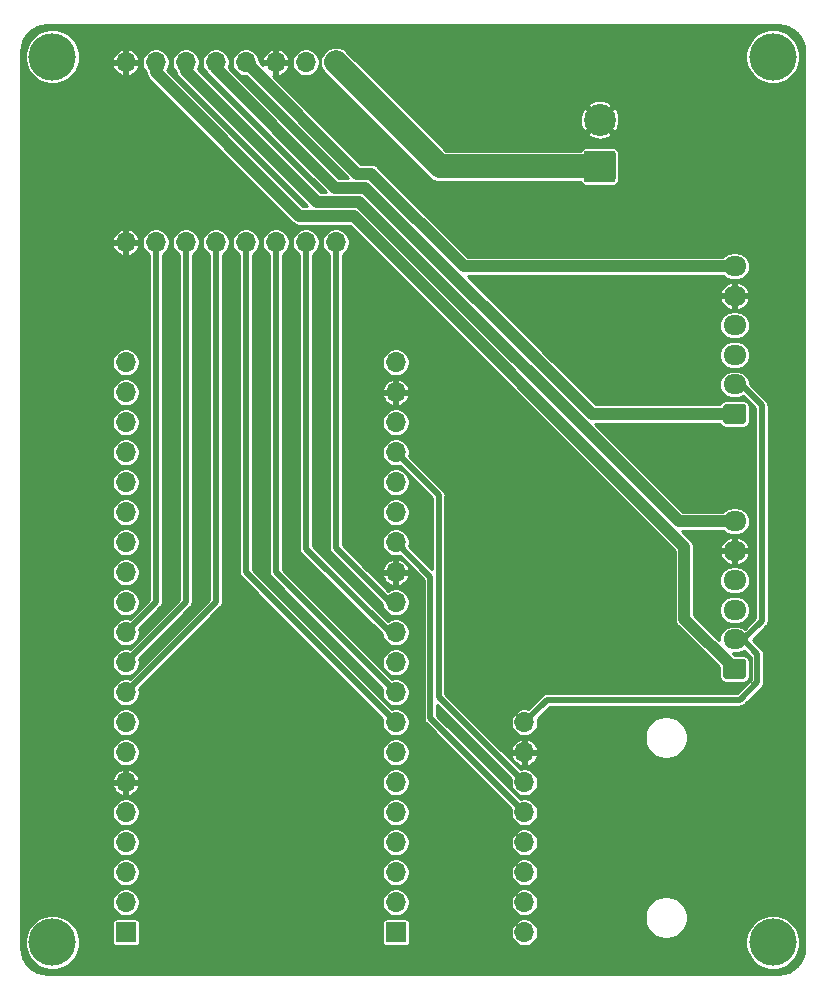
<source format=gbr>
%TF.GenerationSoftware,KiCad,Pcbnew,5.1.9*%
%TF.CreationDate,2021-05-07T09:39:52+08:00*%
%TF.ProjectId,control_board,636f6e74-726f-46c5-9f62-6f6172642e6b,rev?*%
%TF.SameCoordinates,Original*%
%TF.FileFunction,Copper,L2,Bot*%
%TF.FilePolarity,Positive*%
%FSLAX46Y46*%
G04 Gerber Fmt 4.6, Leading zero omitted, Abs format (unit mm)*
G04 Created by KiCad (PCBNEW 5.1.9) date 2021-05-07 09:39:52*
%MOMM*%
%LPD*%
G01*
G04 APERTURE LIST*
%TA.AperFunction,ComponentPad*%
%ADD10C,4.000000*%
%TD*%
%TA.AperFunction,ComponentPad*%
%ADD11O,1.700000X1.700000*%
%TD*%
%TA.AperFunction,ComponentPad*%
%ADD12O,1.950000X1.700000*%
%TD*%
%TA.AperFunction,ComponentPad*%
%ADD13C,2.700000*%
%TD*%
%TA.AperFunction,ComponentPad*%
%ADD14R,1.700000X1.700000*%
%TD*%
%TA.AperFunction,Conductor*%
%ADD15C,2.000000*%
%TD*%
%TA.AperFunction,Conductor*%
%ADD16C,0.500000*%
%TD*%
%TA.AperFunction,Conductor*%
%ADD17C,1.000000*%
%TD*%
%TA.AperFunction,Conductor*%
%ADD18C,0.254000*%
%TD*%
%TA.AperFunction,Conductor*%
%ADD19C,0.100000*%
%TD*%
G04 APERTURE END LIST*
D10*
%TO.P,REF\u002A\u002A,1*%
%TO.N,N/C*%
X89500000Y-119500000D03*
%TD*%
D11*
%TO.P,U3,1*%
%TO.N,+6V*%
X113490000Y-44990000D03*
%TO.P,U3,2*%
%TO.N,VCC*%
X110950000Y-44990000D03*
%TO.P,U3,3*%
%TO.N,GND*%
X108410000Y-44990000D03*
%TO.P,U3,4*%
%TO.N,/A1*%
X105870000Y-44990000D03*
%TO.P,U3,5*%
%TO.N,/A2*%
X103330000Y-44990000D03*
%TO.P,U3,6*%
%TO.N,/B2*%
X100790000Y-44990000D03*
%TO.P,U3,7*%
%TO.N,/B1*%
X98250000Y-44990000D03*
%TO.P,U3,8*%
%TO.N,GND*%
X95710000Y-44990000D03*
%TO.P,U3,9*%
%TO.N,/P19*%
X113490000Y-60230000D03*
%TO.P,U3,10*%
%TO.N,/P18*%
X110950000Y-60230000D03*
%TO.P,U3,11*%
%TO.N,/P17*%
X108410000Y-60230000D03*
%TO.P,U3,12*%
%TO.N,/P16*%
X105870000Y-60230000D03*
%TO.P,U3,13*%
%TO.N,/P27*%
X103330000Y-60230000D03*
%TO.P,U3,14*%
%TO.N,/P26*%
X100790000Y-60230000D03*
%TO.P,U3,15*%
%TO.N,/P25*%
X98250000Y-60230000D03*
%TO.P,U3,16*%
%TO.N,GND*%
X95710000Y-60230000D03*
%TD*%
D10*
%TO.P,REF\u002A\u002A,1*%
%TO.N,N/C*%
X150500000Y-119500000D03*
%TD*%
%TO.P,REF\u002A\u002A,1*%
%TO.N,N/C*%
X150500000Y-44500000D03*
%TD*%
%TO.P,REF\u002A\u002A,1*%
%TO.N,N/C*%
X89500000Y-44500000D03*
%TD*%
D12*
%TO.P,J2,6*%
%TO.N,/A1*%
X147255000Y-62255000D03*
%TO.P,J2,5*%
%TO.N,GND*%
X147255000Y-64755000D03*
%TO.P,J2,4*%
%TO.N,/P34*%
X147255000Y-67255000D03*
%TO.P,J2,3*%
%TO.N,/P35*%
X147255000Y-69755000D03*
%TO.P,J2,2*%
%TO.N,VCC*%
X147255000Y-72255000D03*
%TO.P,J2,1*%
%TO.N,/A2*%
%TA.AperFunction,ComponentPad*%
G36*
G01*
X147980000Y-75605000D02*
X146530000Y-75605000D01*
G75*
G02*
X146280000Y-75355000I0J250000D01*
G01*
X146280000Y-74155000D01*
G75*
G02*
X146530000Y-73905000I250000J0D01*
G01*
X147980000Y-73905000D01*
G75*
G02*
X148230000Y-74155000I0J-250000D01*
G01*
X148230000Y-75355000D01*
G75*
G02*
X147980000Y-75605000I-250000J0D01*
G01*
G37*
%TD.AperFunction*%
%TD*%
%TO.P,J3,1*%
%TO.N,/B1*%
%TA.AperFunction,ComponentPad*%
G36*
G01*
X147980000Y-97195000D02*
X146530000Y-97195000D01*
G75*
G02*
X146280000Y-96945000I0J250000D01*
G01*
X146280000Y-95745000D01*
G75*
G02*
X146530000Y-95495000I250000J0D01*
G01*
X147980000Y-95495000D01*
G75*
G02*
X148230000Y-95745000I0J-250000D01*
G01*
X148230000Y-96945000D01*
G75*
G02*
X147980000Y-97195000I-250000J0D01*
G01*
G37*
%TD.AperFunction*%
%TO.P,J3,2*%
%TO.N,VCC*%
X147255000Y-93845000D03*
%TO.P,J3,3*%
%TO.N,/P33*%
X147255000Y-91345000D03*
%TO.P,J3,4*%
%TO.N,/P32*%
X147255000Y-88845000D03*
%TO.P,J3,5*%
%TO.N,GND*%
X147255000Y-86345000D03*
%TO.P,J3,6*%
%TO.N,/B2*%
X147255000Y-83845000D03*
%TD*%
%TO.P,J1,1*%
%TO.N,+6V*%
%TA.AperFunction,ComponentPad*%
G36*
G01*
X136924999Y-55150000D02*
X134725001Y-55150000D01*
G75*
G02*
X134475000Y-54899999I0J250001D01*
G01*
X134475000Y-52700001D01*
G75*
G02*
X134725001Y-52450000I250001J0D01*
G01*
X136924999Y-52450000D01*
G75*
G02*
X137175000Y-52700001I0J-250001D01*
G01*
X137175000Y-54899999D01*
G75*
G02*
X136924999Y-55150000I-250001J0D01*
G01*
G37*
%TD.AperFunction*%
D13*
%TO.P,J1,2*%
%TO.N,GND*%
X135825000Y-49840000D03*
%TD*%
D11*
%TO.P,U1,39*%
%TO.N,N/C*%
X118570000Y-70390000D03*
%TO.P,U1,20*%
%TO.N,GND*%
X118570000Y-72930000D03*
%TO.P,U1,21*%
%TO.N,Net-(U1-Pad21)*%
X118570000Y-75470000D03*
%TO.P,U1,22*%
%TO.N,/P22*%
X118570000Y-78010000D03*
%TO.P,U1,23*%
%TO.N,Net-(U1-Pad23)*%
X118570000Y-80550000D03*
%TO.P,U1,24*%
%TO.N,Net-(U1-Pad24)*%
X118570000Y-83090000D03*
%TO.P,U1,25*%
%TO.N,/P21*%
X118570000Y-85630000D03*
%TO.P,U1,20*%
%TO.N,GND*%
X118570000Y-88170000D03*
%TO.P,U1,27*%
%TO.N,/P19*%
X118570000Y-90710000D03*
%TO.P,U1,28*%
%TO.N,/P18*%
X118570000Y-93250000D03*
%TO.P,U1,29*%
%TO.N,Net-(U1-Pad29)*%
X118570000Y-95790000D03*
%TO.P,U1,30*%
%TO.N,/P17*%
X118570000Y-98330000D03*
%TO.P,U1,31*%
%TO.N,/P16*%
X118570000Y-100870000D03*
%TO.P,U1,32*%
%TO.N,Net-(U1-Pad32)*%
X118570000Y-103410000D03*
%TO.P,U1,33*%
%TO.N,Net-(U1-Pad33)*%
X118570000Y-105950000D03*
%TO.P,U1,34*%
%TO.N,Net-(U1-Pad34)*%
X118570000Y-108490000D03*
%TO.P,U1,35*%
%TO.N,Net-(U1-Pad35)*%
X118570000Y-111030000D03*
%TO.P,U1,36*%
%TO.N,Net-(U1-Pad36)*%
X118570000Y-113570000D03*
%TO.P,U1,37*%
%TO.N,Net-(U1-Pad37)*%
X118570000Y-116110000D03*
D14*
%TO.P,U1,38*%
%TO.N,Net-(U1-Pad38)*%
X118570000Y-118650000D03*
D11*
%TO.P,U1,5*%
%TO.N,Net-(U1-Pad5)*%
X95710000Y-108490000D03*
D14*
%TO.P,U1,1*%
%TO.N,+6V*%
X95710000Y-118650000D03*
D11*
%TO.P,U1,7*%
%TO.N,Net-(U1-Pad7)*%
X95710000Y-103410000D03*
%TO.P,U1,12*%
%TO.N,/P33*%
X95710000Y-90710000D03*
%TO.P,U1,17*%
%TO.N,Net-(U1-Pad17)*%
X95710000Y-78010000D03*
%TO.P,U1,20*%
%TO.N,GND*%
X95710000Y-105950000D03*
%TO.P,U1,15*%
%TO.N,/P34*%
X95710000Y-83090000D03*
%TO.P,U1,2*%
%TO.N,Net-(U1-Pad2)*%
X95710000Y-116110000D03*
%TO.P,U1,13*%
%TO.N,/P32*%
X95710000Y-88170000D03*
%TO.P,U1,16*%
%TO.N,Net-(U1-Pad16)*%
X95710000Y-80550000D03*
%TO.P,U1,10*%
%TO.N,/P26*%
X95710000Y-95790000D03*
%TO.P,U1,9*%
%TO.N,/P27*%
X95710000Y-98330000D03*
%TO.P,U1,19*%
%TO.N,VCC*%
X95710000Y-72930000D03*
%TO.P,U1,4*%
%TO.N,Net-(U1-Pad4)*%
X95710000Y-111030000D03*
%TO.P,U1,8*%
%TO.N,Net-(U1-Pad8)*%
X95710000Y-100870000D03*
%TO.P,U1,14*%
%TO.N,/P35*%
X95710000Y-85630000D03*
%TO.P,U1,40*%
%TO.N,N/C*%
X95710000Y-70390000D03*
%TO.P,U1,3*%
%TO.N,Net-(U1-Pad3)*%
X95710000Y-113570000D03*
%TO.P,U1,18*%
%TO.N,Net-(U1-Pad18)*%
X95710000Y-75470000D03*
%TO.P,U1,11*%
%TO.N,/P25*%
X95710000Y-93250000D03*
%TD*%
%TO.P,U2,1*%
%TO.N,VCC*%
X129460000Y-100870000D03*
%TO.P,U2,2*%
%TO.N,GND*%
X129460000Y-103410000D03*
%TO.P,U2,3*%
%TO.N,/P22*%
X129460000Y-105950000D03*
%TO.P,U2,4*%
%TO.N,/P21*%
X129460000Y-108490000D03*
%TO.P,U2,5*%
%TO.N,Net-(U2-Pad5)*%
X129460000Y-111030000D03*
%TO.P,U2,6*%
%TO.N,Net-(U2-Pad6)*%
X129460000Y-113570000D03*
%TO.P,U2,7*%
%TO.N,Net-(U2-Pad7)*%
X129460000Y-116110000D03*
%TO.P,U2,8*%
%TO.N,Net-(U2-Pad8)*%
X129460000Y-118650000D03*
%TD*%
D15*
%TO.N,+6V*%
X122300000Y-53800000D02*
X135825000Y-53800000D01*
X113490000Y-44990000D02*
X122300000Y-53800000D01*
D16*
%TO.N,GND*%
X147255000Y-86345000D02*
X147255000Y-86455000D01*
%TO.N,VCC*%
X147785000Y-72255000D02*
X147255000Y-72255000D01*
X149550000Y-74020000D02*
X147785000Y-72255000D01*
X149550000Y-92300000D02*
X149550000Y-74020000D01*
X148005000Y-93845000D02*
X149550000Y-92300000D01*
X147255000Y-93845000D02*
X148005000Y-93845000D01*
X147955000Y-93845000D02*
X147255000Y-93845000D01*
X149180000Y-95070000D02*
X147955000Y-93845000D01*
X149180000Y-97490000D02*
X149180000Y-95070000D01*
X131380000Y-98950000D02*
X147720000Y-98950000D01*
X147720000Y-98950000D02*
X149180000Y-97490000D01*
X129460000Y-100870000D02*
X131380000Y-98950000D01*
D17*
%TO.N,/B1*%
X143000000Y-92090000D02*
X147255000Y-96345000D01*
X143000000Y-86000000D02*
X143000000Y-92090000D01*
X115000000Y-58000000D02*
X143000000Y-86000000D01*
X110410000Y-58000000D02*
X115000000Y-58000000D01*
X98250000Y-45840000D02*
X110410000Y-58000000D01*
X98250000Y-44990000D02*
X98250000Y-45840000D01*
%TO.N,/B2*%
X147027930Y-83845000D02*
X147255000Y-83845000D01*
X142542070Y-83845000D02*
X147255000Y-83845000D01*
X115497060Y-56799989D02*
X142542070Y-83845000D01*
X111859989Y-56799989D02*
X115497060Y-56799989D01*
X100790000Y-45730000D02*
X111859989Y-56799989D01*
X100790000Y-44990000D02*
X100790000Y-45730000D01*
%TO.N,/A2*%
X135149140Y-74755000D02*
X147255000Y-74755000D01*
X115994120Y-55599978D02*
X135149140Y-74755000D01*
X113429978Y-55599978D02*
X115994120Y-55599978D01*
X103330000Y-45500000D02*
X113429978Y-55599978D01*
X103330000Y-44990000D02*
X103330000Y-45500000D01*
%TO.N,/A1*%
X116491180Y-54399967D02*
X124346211Y-62255000D01*
X105870000Y-44990000D02*
X115279967Y-54399967D01*
X115279967Y-54399967D02*
X116491180Y-54399967D01*
X124346211Y-62255000D02*
X147255000Y-62255000D01*
D16*
%TO.N,/P25*%
X98250000Y-90710000D02*
X95710000Y-93250000D01*
X98250000Y-60230000D02*
X98250000Y-90710000D01*
%TO.N,/P26*%
X100790000Y-90710000D02*
X95710000Y-95790000D01*
X100790000Y-60230000D02*
X100790000Y-90710000D01*
%TO.N,/P27*%
X103330000Y-90710000D02*
X95710000Y-98330000D01*
X103330000Y-60230000D02*
X103330000Y-90710000D01*
%TO.N,/P22*%
X118570000Y-78010000D02*
X122200011Y-81640011D01*
X122200011Y-81640011D02*
X122200011Y-98690011D01*
X122200011Y-98690011D02*
X128610001Y-105100001D01*
X128610001Y-105100001D02*
X129460000Y-105950000D01*
%TO.N,/P21*%
X121500000Y-100530000D02*
X129460000Y-108490000D01*
X121500000Y-88560000D02*
X121500000Y-100530000D01*
X118570000Y-85630000D02*
X121500000Y-88560000D01*
%TO.N,/P19*%
X118110000Y-90710000D02*
X118570000Y-90710000D01*
X113490000Y-86090000D02*
X118110000Y-90710000D01*
X113490000Y-60230000D02*
X113490000Y-86090000D01*
%TO.N,/P18*%
X118050000Y-93250000D02*
X118570000Y-93250000D01*
X110950000Y-86150000D02*
X118050000Y-93250000D01*
X110950000Y-60230000D02*
X110950000Y-86150000D01*
%TO.N,/P17*%
X108410000Y-88170000D02*
X118570000Y-98330000D01*
X108410000Y-60230000D02*
X108410000Y-88170000D01*
%TO.N,/P16*%
X105870000Y-88170000D02*
X118570000Y-100870000D01*
X105870000Y-60230000D02*
X105870000Y-88170000D01*
%TD*%
D18*
%TO.N,GND*%
X151416890Y-41894564D02*
X151817893Y-42015635D01*
X152187752Y-42212292D01*
X152512366Y-42477040D01*
X152779374Y-42799799D01*
X152978606Y-43168270D01*
X153102474Y-43568422D01*
X153148000Y-44001578D01*
X153148001Y-119982775D01*
X153105436Y-120416885D01*
X152984365Y-120817896D01*
X152787706Y-121187755D01*
X152522960Y-121512365D01*
X152200201Y-121779374D01*
X151831730Y-121978606D01*
X151431578Y-122102474D01*
X150998422Y-122148000D01*
X89017215Y-122148000D01*
X88583115Y-122105436D01*
X88182104Y-121984365D01*
X87812245Y-121787706D01*
X87487635Y-121522960D01*
X87220626Y-121200201D01*
X87021394Y-120831730D01*
X86897526Y-120431578D01*
X86852000Y-119998422D01*
X86852000Y-119270811D01*
X87173000Y-119270811D01*
X87173000Y-119729189D01*
X87262426Y-120178761D01*
X87437840Y-120602248D01*
X87692501Y-120983376D01*
X88016624Y-121307499D01*
X88397752Y-121562160D01*
X88821239Y-121737574D01*
X89270811Y-121827000D01*
X89729189Y-121827000D01*
X90178761Y-121737574D01*
X90602248Y-121562160D01*
X90983376Y-121307499D01*
X91307499Y-120983376D01*
X91562160Y-120602248D01*
X91737574Y-120178761D01*
X91827000Y-119729189D01*
X91827000Y-119270811D01*
X91737574Y-118821239D01*
X91562160Y-118397752D01*
X91307499Y-118016624D01*
X91090875Y-117800000D01*
X94531418Y-117800000D01*
X94531418Y-119500000D01*
X94537732Y-119564103D01*
X94556430Y-119625743D01*
X94586794Y-119682550D01*
X94627657Y-119732343D01*
X94677450Y-119773206D01*
X94734257Y-119803570D01*
X94795897Y-119822268D01*
X94860000Y-119828582D01*
X96560000Y-119828582D01*
X96624103Y-119822268D01*
X96685743Y-119803570D01*
X96742550Y-119773206D01*
X96792343Y-119732343D01*
X96833206Y-119682550D01*
X96863570Y-119625743D01*
X96882268Y-119564103D01*
X96888582Y-119500000D01*
X96888582Y-117800000D01*
X117391418Y-117800000D01*
X117391418Y-119500000D01*
X117397732Y-119564103D01*
X117416430Y-119625743D01*
X117446794Y-119682550D01*
X117487657Y-119732343D01*
X117537450Y-119773206D01*
X117594257Y-119803570D01*
X117655897Y-119822268D01*
X117720000Y-119828582D01*
X119420000Y-119828582D01*
X119484103Y-119822268D01*
X119545743Y-119803570D01*
X119602550Y-119773206D01*
X119652343Y-119732343D01*
X119693206Y-119682550D01*
X119723570Y-119625743D01*
X119742268Y-119564103D01*
X119748582Y-119500000D01*
X119748582Y-118534076D01*
X128283000Y-118534076D01*
X128283000Y-118765924D01*
X128328231Y-118993318D01*
X128416956Y-119207519D01*
X128545764Y-119400294D01*
X128709706Y-119564236D01*
X128902481Y-119693044D01*
X129116682Y-119781769D01*
X129344076Y-119827000D01*
X129575924Y-119827000D01*
X129803318Y-119781769D01*
X130017519Y-119693044D01*
X130210294Y-119564236D01*
X130374236Y-119400294D01*
X130460753Y-119270811D01*
X148173000Y-119270811D01*
X148173000Y-119729189D01*
X148262426Y-120178761D01*
X148437840Y-120602248D01*
X148692501Y-120983376D01*
X149016624Y-121307499D01*
X149397752Y-121562160D01*
X149821239Y-121737574D01*
X150270811Y-121827000D01*
X150729189Y-121827000D01*
X151178761Y-121737574D01*
X151602248Y-121562160D01*
X151983376Y-121307499D01*
X152307499Y-120983376D01*
X152562160Y-120602248D01*
X152737574Y-120178761D01*
X152827000Y-119729189D01*
X152827000Y-119270811D01*
X152737574Y-118821239D01*
X152562160Y-118397752D01*
X152307499Y-118016624D01*
X151983376Y-117692501D01*
X151602248Y-117437840D01*
X151178761Y-117262426D01*
X150729189Y-117173000D01*
X150270811Y-117173000D01*
X149821239Y-117262426D01*
X149397752Y-117437840D01*
X149016624Y-117692501D01*
X148692501Y-118016624D01*
X148437840Y-118397752D01*
X148262426Y-118821239D01*
X148173000Y-119270811D01*
X130460753Y-119270811D01*
X130503044Y-119207519D01*
X130591769Y-118993318D01*
X130637000Y-118765924D01*
X130637000Y-118534076D01*
X130591769Y-118306682D01*
X130503044Y-118092481D01*
X130374236Y-117899706D01*
X130210294Y-117735764D01*
X130017519Y-117606956D01*
X129803318Y-117518231D01*
X129575924Y-117473000D01*
X129344076Y-117473000D01*
X129116682Y-117518231D01*
X128902481Y-117606956D01*
X128709706Y-117735764D01*
X128545764Y-117899706D01*
X128416956Y-118092481D01*
X128328231Y-118306682D01*
X128283000Y-118534076D01*
X119748582Y-118534076D01*
X119748582Y-117800000D01*
X119742268Y-117735897D01*
X119723570Y-117674257D01*
X119693206Y-117617450D01*
X119652343Y-117567657D01*
X119602550Y-117526794D01*
X119545743Y-117496430D01*
X119484103Y-117477732D01*
X119420000Y-117471418D01*
X117720000Y-117471418D01*
X117655897Y-117477732D01*
X117594257Y-117496430D01*
X117537450Y-117526794D01*
X117487657Y-117567657D01*
X117446794Y-117617450D01*
X117416430Y-117674257D01*
X117397732Y-117735897D01*
X117391418Y-117800000D01*
X96888582Y-117800000D01*
X96882268Y-117735897D01*
X96863570Y-117674257D01*
X96833206Y-117617450D01*
X96792343Y-117567657D01*
X96742550Y-117526794D01*
X96685743Y-117496430D01*
X96624103Y-117477732D01*
X96560000Y-117471418D01*
X94860000Y-117471418D01*
X94795897Y-117477732D01*
X94734257Y-117496430D01*
X94677450Y-117526794D01*
X94627657Y-117567657D01*
X94586794Y-117617450D01*
X94556430Y-117674257D01*
X94537732Y-117735897D01*
X94531418Y-117800000D01*
X91090875Y-117800000D01*
X90983376Y-117692501D01*
X90602248Y-117437840D01*
X90178761Y-117262426D01*
X89729189Y-117173000D01*
X89270811Y-117173000D01*
X88821239Y-117262426D01*
X88397752Y-117437840D01*
X88016624Y-117692501D01*
X87692501Y-118016624D01*
X87437840Y-118397752D01*
X87262426Y-118821239D01*
X87173000Y-119270811D01*
X86852000Y-119270811D01*
X86852000Y-115994076D01*
X94533000Y-115994076D01*
X94533000Y-116225924D01*
X94578231Y-116453318D01*
X94666956Y-116667519D01*
X94795764Y-116860294D01*
X94959706Y-117024236D01*
X95152481Y-117153044D01*
X95366682Y-117241769D01*
X95594076Y-117287000D01*
X95825924Y-117287000D01*
X96053318Y-117241769D01*
X96267519Y-117153044D01*
X96460294Y-117024236D01*
X96624236Y-116860294D01*
X96753044Y-116667519D01*
X96841769Y-116453318D01*
X96887000Y-116225924D01*
X96887000Y-115994076D01*
X117393000Y-115994076D01*
X117393000Y-116225924D01*
X117438231Y-116453318D01*
X117526956Y-116667519D01*
X117655764Y-116860294D01*
X117819706Y-117024236D01*
X118012481Y-117153044D01*
X118226682Y-117241769D01*
X118454076Y-117287000D01*
X118685924Y-117287000D01*
X118913318Y-117241769D01*
X119127519Y-117153044D01*
X119320294Y-117024236D01*
X119484236Y-116860294D01*
X119613044Y-116667519D01*
X119701769Y-116453318D01*
X119747000Y-116225924D01*
X119747000Y-115994076D01*
X128283000Y-115994076D01*
X128283000Y-116225924D01*
X128328231Y-116453318D01*
X128416956Y-116667519D01*
X128545764Y-116860294D01*
X128709706Y-117024236D01*
X128902481Y-117153044D01*
X129116682Y-117241769D01*
X129344076Y-117287000D01*
X129575924Y-117287000D01*
X129803318Y-117241769D01*
X129904022Y-117200056D01*
X139633000Y-117200056D01*
X139633000Y-117559944D01*
X139703211Y-117912916D01*
X139840934Y-118245409D01*
X140040876Y-118544645D01*
X140295355Y-118799124D01*
X140594591Y-118999066D01*
X140927084Y-119136789D01*
X141280056Y-119207000D01*
X141639944Y-119207000D01*
X141992916Y-119136789D01*
X142325409Y-118999066D01*
X142624645Y-118799124D01*
X142879124Y-118544645D01*
X143079066Y-118245409D01*
X143216789Y-117912916D01*
X143287000Y-117559944D01*
X143287000Y-117200056D01*
X143216789Y-116847084D01*
X143079066Y-116514591D01*
X142879124Y-116215355D01*
X142624645Y-115960876D01*
X142325409Y-115760934D01*
X141992916Y-115623211D01*
X141639944Y-115553000D01*
X141280056Y-115553000D01*
X140927084Y-115623211D01*
X140594591Y-115760934D01*
X140295355Y-115960876D01*
X140040876Y-116215355D01*
X139840934Y-116514591D01*
X139703211Y-116847084D01*
X139633000Y-117200056D01*
X129904022Y-117200056D01*
X130017519Y-117153044D01*
X130210294Y-117024236D01*
X130374236Y-116860294D01*
X130503044Y-116667519D01*
X130591769Y-116453318D01*
X130637000Y-116225924D01*
X130637000Y-115994076D01*
X130591769Y-115766682D01*
X130503044Y-115552481D01*
X130374236Y-115359706D01*
X130210294Y-115195764D01*
X130017519Y-115066956D01*
X129803318Y-114978231D01*
X129575924Y-114933000D01*
X129344076Y-114933000D01*
X129116682Y-114978231D01*
X128902481Y-115066956D01*
X128709706Y-115195764D01*
X128545764Y-115359706D01*
X128416956Y-115552481D01*
X128328231Y-115766682D01*
X128283000Y-115994076D01*
X119747000Y-115994076D01*
X119701769Y-115766682D01*
X119613044Y-115552481D01*
X119484236Y-115359706D01*
X119320294Y-115195764D01*
X119127519Y-115066956D01*
X118913318Y-114978231D01*
X118685924Y-114933000D01*
X118454076Y-114933000D01*
X118226682Y-114978231D01*
X118012481Y-115066956D01*
X117819706Y-115195764D01*
X117655764Y-115359706D01*
X117526956Y-115552481D01*
X117438231Y-115766682D01*
X117393000Y-115994076D01*
X96887000Y-115994076D01*
X96841769Y-115766682D01*
X96753044Y-115552481D01*
X96624236Y-115359706D01*
X96460294Y-115195764D01*
X96267519Y-115066956D01*
X96053318Y-114978231D01*
X95825924Y-114933000D01*
X95594076Y-114933000D01*
X95366682Y-114978231D01*
X95152481Y-115066956D01*
X94959706Y-115195764D01*
X94795764Y-115359706D01*
X94666956Y-115552481D01*
X94578231Y-115766682D01*
X94533000Y-115994076D01*
X86852000Y-115994076D01*
X86852000Y-113454076D01*
X94533000Y-113454076D01*
X94533000Y-113685924D01*
X94578231Y-113913318D01*
X94666956Y-114127519D01*
X94795764Y-114320294D01*
X94959706Y-114484236D01*
X95152481Y-114613044D01*
X95366682Y-114701769D01*
X95594076Y-114747000D01*
X95825924Y-114747000D01*
X96053318Y-114701769D01*
X96267519Y-114613044D01*
X96460294Y-114484236D01*
X96624236Y-114320294D01*
X96753044Y-114127519D01*
X96841769Y-113913318D01*
X96887000Y-113685924D01*
X96887000Y-113454076D01*
X117393000Y-113454076D01*
X117393000Y-113685924D01*
X117438231Y-113913318D01*
X117526956Y-114127519D01*
X117655764Y-114320294D01*
X117819706Y-114484236D01*
X118012481Y-114613044D01*
X118226682Y-114701769D01*
X118454076Y-114747000D01*
X118685924Y-114747000D01*
X118913318Y-114701769D01*
X119127519Y-114613044D01*
X119320294Y-114484236D01*
X119484236Y-114320294D01*
X119613044Y-114127519D01*
X119701769Y-113913318D01*
X119747000Y-113685924D01*
X119747000Y-113454076D01*
X128283000Y-113454076D01*
X128283000Y-113685924D01*
X128328231Y-113913318D01*
X128416956Y-114127519D01*
X128545764Y-114320294D01*
X128709706Y-114484236D01*
X128902481Y-114613044D01*
X129116682Y-114701769D01*
X129344076Y-114747000D01*
X129575924Y-114747000D01*
X129803318Y-114701769D01*
X130017519Y-114613044D01*
X130210294Y-114484236D01*
X130374236Y-114320294D01*
X130503044Y-114127519D01*
X130591769Y-113913318D01*
X130637000Y-113685924D01*
X130637000Y-113454076D01*
X130591769Y-113226682D01*
X130503044Y-113012481D01*
X130374236Y-112819706D01*
X130210294Y-112655764D01*
X130017519Y-112526956D01*
X129803318Y-112438231D01*
X129575924Y-112393000D01*
X129344076Y-112393000D01*
X129116682Y-112438231D01*
X128902481Y-112526956D01*
X128709706Y-112655764D01*
X128545764Y-112819706D01*
X128416956Y-113012481D01*
X128328231Y-113226682D01*
X128283000Y-113454076D01*
X119747000Y-113454076D01*
X119701769Y-113226682D01*
X119613044Y-113012481D01*
X119484236Y-112819706D01*
X119320294Y-112655764D01*
X119127519Y-112526956D01*
X118913318Y-112438231D01*
X118685924Y-112393000D01*
X118454076Y-112393000D01*
X118226682Y-112438231D01*
X118012481Y-112526956D01*
X117819706Y-112655764D01*
X117655764Y-112819706D01*
X117526956Y-113012481D01*
X117438231Y-113226682D01*
X117393000Y-113454076D01*
X96887000Y-113454076D01*
X96841769Y-113226682D01*
X96753044Y-113012481D01*
X96624236Y-112819706D01*
X96460294Y-112655764D01*
X96267519Y-112526956D01*
X96053318Y-112438231D01*
X95825924Y-112393000D01*
X95594076Y-112393000D01*
X95366682Y-112438231D01*
X95152481Y-112526956D01*
X94959706Y-112655764D01*
X94795764Y-112819706D01*
X94666956Y-113012481D01*
X94578231Y-113226682D01*
X94533000Y-113454076D01*
X86852000Y-113454076D01*
X86852000Y-110914076D01*
X94533000Y-110914076D01*
X94533000Y-111145924D01*
X94578231Y-111373318D01*
X94666956Y-111587519D01*
X94795764Y-111780294D01*
X94959706Y-111944236D01*
X95152481Y-112073044D01*
X95366682Y-112161769D01*
X95594076Y-112207000D01*
X95825924Y-112207000D01*
X96053318Y-112161769D01*
X96267519Y-112073044D01*
X96460294Y-111944236D01*
X96624236Y-111780294D01*
X96753044Y-111587519D01*
X96841769Y-111373318D01*
X96887000Y-111145924D01*
X96887000Y-110914076D01*
X117393000Y-110914076D01*
X117393000Y-111145924D01*
X117438231Y-111373318D01*
X117526956Y-111587519D01*
X117655764Y-111780294D01*
X117819706Y-111944236D01*
X118012481Y-112073044D01*
X118226682Y-112161769D01*
X118454076Y-112207000D01*
X118685924Y-112207000D01*
X118913318Y-112161769D01*
X119127519Y-112073044D01*
X119320294Y-111944236D01*
X119484236Y-111780294D01*
X119613044Y-111587519D01*
X119701769Y-111373318D01*
X119747000Y-111145924D01*
X119747000Y-110914076D01*
X128283000Y-110914076D01*
X128283000Y-111145924D01*
X128328231Y-111373318D01*
X128416956Y-111587519D01*
X128545764Y-111780294D01*
X128709706Y-111944236D01*
X128902481Y-112073044D01*
X129116682Y-112161769D01*
X129344076Y-112207000D01*
X129575924Y-112207000D01*
X129803318Y-112161769D01*
X130017519Y-112073044D01*
X130210294Y-111944236D01*
X130374236Y-111780294D01*
X130503044Y-111587519D01*
X130591769Y-111373318D01*
X130637000Y-111145924D01*
X130637000Y-110914076D01*
X130591769Y-110686682D01*
X130503044Y-110472481D01*
X130374236Y-110279706D01*
X130210294Y-110115764D01*
X130017519Y-109986956D01*
X129803318Y-109898231D01*
X129575924Y-109853000D01*
X129344076Y-109853000D01*
X129116682Y-109898231D01*
X128902481Y-109986956D01*
X128709706Y-110115764D01*
X128545764Y-110279706D01*
X128416956Y-110472481D01*
X128328231Y-110686682D01*
X128283000Y-110914076D01*
X119747000Y-110914076D01*
X119701769Y-110686682D01*
X119613044Y-110472481D01*
X119484236Y-110279706D01*
X119320294Y-110115764D01*
X119127519Y-109986956D01*
X118913318Y-109898231D01*
X118685924Y-109853000D01*
X118454076Y-109853000D01*
X118226682Y-109898231D01*
X118012481Y-109986956D01*
X117819706Y-110115764D01*
X117655764Y-110279706D01*
X117526956Y-110472481D01*
X117438231Y-110686682D01*
X117393000Y-110914076D01*
X96887000Y-110914076D01*
X96841769Y-110686682D01*
X96753044Y-110472481D01*
X96624236Y-110279706D01*
X96460294Y-110115764D01*
X96267519Y-109986956D01*
X96053318Y-109898231D01*
X95825924Y-109853000D01*
X95594076Y-109853000D01*
X95366682Y-109898231D01*
X95152481Y-109986956D01*
X94959706Y-110115764D01*
X94795764Y-110279706D01*
X94666956Y-110472481D01*
X94578231Y-110686682D01*
X94533000Y-110914076D01*
X86852000Y-110914076D01*
X86852000Y-108374076D01*
X94533000Y-108374076D01*
X94533000Y-108605924D01*
X94578231Y-108833318D01*
X94666956Y-109047519D01*
X94795764Y-109240294D01*
X94959706Y-109404236D01*
X95152481Y-109533044D01*
X95366682Y-109621769D01*
X95594076Y-109667000D01*
X95825924Y-109667000D01*
X96053318Y-109621769D01*
X96267519Y-109533044D01*
X96460294Y-109404236D01*
X96624236Y-109240294D01*
X96753044Y-109047519D01*
X96841769Y-108833318D01*
X96887000Y-108605924D01*
X96887000Y-108374076D01*
X117393000Y-108374076D01*
X117393000Y-108605924D01*
X117438231Y-108833318D01*
X117526956Y-109047519D01*
X117655764Y-109240294D01*
X117819706Y-109404236D01*
X118012481Y-109533044D01*
X118226682Y-109621769D01*
X118454076Y-109667000D01*
X118685924Y-109667000D01*
X118913318Y-109621769D01*
X119127519Y-109533044D01*
X119320294Y-109404236D01*
X119484236Y-109240294D01*
X119613044Y-109047519D01*
X119701769Y-108833318D01*
X119747000Y-108605924D01*
X119747000Y-108374076D01*
X119701769Y-108146682D01*
X119613044Y-107932481D01*
X119484236Y-107739706D01*
X119320294Y-107575764D01*
X119127519Y-107446956D01*
X118913318Y-107358231D01*
X118685924Y-107313000D01*
X118454076Y-107313000D01*
X118226682Y-107358231D01*
X118012481Y-107446956D01*
X117819706Y-107575764D01*
X117655764Y-107739706D01*
X117526956Y-107932481D01*
X117438231Y-108146682D01*
X117393000Y-108374076D01*
X96887000Y-108374076D01*
X96841769Y-108146682D01*
X96753044Y-107932481D01*
X96624236Y-107739706D01*
X96460294Y-107575764D01*
X96267519Y-107446956D01*
X96053318Y-107358231D01*
X95825924Y-107313000D01*
X95594076Y-107313000D01*
X95366682Y-107358231D01*
X95152481Y-107446956D01*
X94959706Y-107575764D01*
X94795764Y-107739706D01*
X94666956Y-107932481D01*
X94578231Y-108146682D01*
X94533000Y-108374076D01*
X86852000Y-108374076D01*
X86852000Y-106258485D01*
X94574145Y-106258485D01*
X94594181Y-106324553D01*
X94688693Y-106535042D01*
X94822453Y-106723048D01*
X94990321Y-106881346D01*
X95185846Y-107003853D01*
X95401514Y-107085861D01*
X95583000Y-107038384D01*
X95583000Y-106077000D01*
X95837000Y-106077000D01*
X95837000Y-107038384D01*
X96018486Y-107085861D01*
X96234154Y-107003853D01*
X96429679Y-106881346D01*
X96597547Y-106723048D01*
X96731307Y-106535042D01*
X96825819Y-106324553D01*
X96845855Y-106258485D01*
X96797862Y-106077000D01*
X95837000Y-106077000D01*
X95583000Y-106077000D01*
X94622138Y-106077000D01*
X94574145Y-106258485D01*
X86852000Y-106258485D01*
X86852000Y-105834076D01*
X117393000Y-105834076D01*
X117393000Y-106065924D01*
X117438231Y-106293318D01*
X117526956Y-106507519D01*
X117655764Y-106700294D01*
X117819706Y-106864236D01*
X118012481Y-106993044D01*
X118226682Y-107081769D01*
X118454076Y-107127000D01*
X118685924Y-107127000D01*
X118913318Y-107081769D01*
X119127519Y-106993044D01*
X119320294Y-106864236D01*
X119484236Y-106700294D01*
X119613044Y-106507519D01*
X119701769Y-106293318D01*
X119747000Y-106065924D01*
X119747000Y-105834076D01*
X119701769Y-105606682D01*
X119613044Y-105392481D01*
X119484236Y-105199706D01*
X119320294Y-105035764D01*
X119127519Y-104906956D01*
X118913318Y-104818231D01*
X118685924Y-104773000D01*
X118454076Y-104773000D01*
X118226682Y-104818231D01*
X118012481Y-104906956D01*
X117819706Y-105035764D01*
X117655764Y-105199706D01*
X117526956Y-105392481D01*
X117438231Y-105606682D01*
X117393000Y-105834076D01*
X86852000Y-105834076D01*
X86852000Y-105641515D01*
X94574145Y-105641515D01*
X94622138Y-105823000D01*
X95583000Y-105823000D01*
X95583000Y-104861616D01*
X95837000Y-104861616D01*
X95837000Y-105823000D01*
X96797862Y-105823000D01*
X96845855Y-105641515D01*
X96825819Y-105575447D01*
X96731307Y-105364958D01*
X96597547Y-105176952D01*
X96429679Y-105018654D01*
X96234154Y-104896147D01*
X96018486Y-104814139D01*
X95837000Y-104861616D01*
X95583000Y-104861616D01*
X95401514Y-104814139D01*
X95185846Y-104896147D01*
X94990321Y-105018654D01*
X94822453Y-105176952D01*
X94688693Y-105364958D01*
X94594181Y-105575447D01*
X94574145Y-105641515D01*
X86852000Y-105641515D01*
X86852000Y-103294076D01*
X94533000Y-103294076D01*
X94533000Y-103525924D01*
X94578231Y-103753318D01*
X94666956Y-103967519D01*
X94795764Y-104160294D01*
X94959706Y-104324236D01*
X95152481Y-104453044D01*
X95366682Y-104541769D01*
X95594076Y-104587000D01*
X95825924Y-104587000D01*
X96053318Y-104541769D01*
X96267519Y-104453044D01*
X96460294Y-104324236D01*
X96624236Y-104160294D01*
X96753044Y-103967519D01*
X96841769Y-103753318D01*
X96887000Y-103525924D01*
X96887000Y-103294076D01*
X117393000Y-103294076D01*
X117393000Y-103525924D01*
X117438231Y-103753318D01*
X117526956Y-103967519D01*
X117655764Y-104160294D01*
X117819706Y-104324236D01*
X118012481Y-104453044D01*
X118226682Y-104541769D01*
X118454076Y-104587000D01*
X118685924Y-104587000D01*
X118913318Y-104541769D01*
X119127519Y-104453044D01*
X119320294Y-104324236D01*
X119484236Y-104160294D01*
X119613044Y-103967519D01*
X119701769Y-103753318D01*
X119747000Y-103525924D01*
X119747000Y-103294076D01*
X119701769Y-103066682D01*
X119613044Y-102852481D01*
X119484236Y-102659706D01*
X119320294Y-102495764D01*
X119127519Y-102366956D01*
X118913318Y-102278231D01*
X118685924Y-102233000D01*
X118454076Y-102233000D01*
X118226682Y-102278231D01*
X118012481Y-102366956D01*
X117819706Y-102495764D01*
X117655764Y-102659706D01*
X117526956Y-102852481D01*
X117438231Y-103066682D01*
X117393000Y-103294076D01*
X96887000Y-103294076D01*
X96841769Y-103066682D01*
X96753044Y-102852481D01*
X96624236Y-102659706D01*
X96460294Y-102495764D01*
X96267519Y-102366956D01*
X96053318Y-102278231D01*
X95825924Y-102233000D01*
X95594076Y-102233000D01*
X95366682Y-102278231D01*
X95152481Y-102366956D01*
X94959706Y-102495764D01*
X94795764Y-102659706D01*
X94666956Y-102852481D01*
X94578231Y-103066682D01*
X94533000Y-103294076D01*
X86852000Y-103294076D01*
X86852000Y-100754076D01*
X94533000Y-100754076D01*
X94533000Y-100985924D01*
X94578231Y-101213318D01*
X94666956Y-101427519D01*
X94795764Y-101620294D01*
X94959706Y-101784236D01*
X95152481Y-101913044D01*
X95366682Y-102001769D01*
X95594076Y-102047000D01*
X95825924Y-102047000D01*
X96053318Y-102001769D01*
X96267519Y-101913044D01*
X96460294Y-101784236D01*
X96624236Y-101620294D01*
X96753044Y-101427519D01*
X96841769Y-101213318D01*
X96887000Y-100985924D01*
X96887000Y-100754076D01*
X96841769Y-100526682D01*
X96753044Y-100312481D01*
X96624236Y-100119706D01*
X96460294Y-99955764D01*
X96267519Y-99826956D01*
X96053318Y-99738231D01*
X95825924Y-99693000D01*
X95594076Y-99693000D01*
X95366682Y-99738231D01*
X95152481Y-99826956D01*
X94959706Y-99955764D01*
X94795764Y-100119706D01*
X94666956Y-100312481D01*
X94578231Y-100526682D01*
X94533000Y-100754076D01*
X86852000Y-100754076D01*
X86852000Y-98214076D01*
X94533000Y-98214076D01*
X94533000Y-98445924D01*
X94578231Y-98673318D01*
X94666956Y-98887519D01*
X94795764Y-99080294D01*
X94959706Y-99244236D01*
X95152481Y-99373044D01*
X95366682Y-99461769D01*
X95594076Y-99507000D01*
X95825924Y-99507000D01*
X96053318Y-99461769D01*
X96267519Y-99373044D01*
X96460294Y-99244236D01*
X96624236Y-99080294D01*
X96753044Y-98887519D01*
X96841769Y-98673318D01*
X96887000Y-98445924D01*
X96887000Y-98214076D01*
X96846340Y-98009661D01*
X103717964Y-91138037D01*
X103739974Y-91119974D01*
X103812079Y-91032115D01*
X103865657Y-90931876D01*
X103898650Y-90823112D01*
X103907000Y-90738336D01*
X103907000Y-90738330D01*
X103909790Y-90710001D01*
X103907000Y-90681672D01*
X103907000Y-61260027D01*
X104080294Y-61144236D01*
X104244236Y-60980294D01*
X104373044Y-60787519D01*
X104461769Y-60573318D01*
X104507000Y-60345924D01*
X104507000Y-60114076D01*
X104693000Y-60114076D01*
X104693000Y-60345924D01*
X104738231Y-60573318D01*
X104826956Y-60787519D01*
X104955764Y-60980294D01*
X105119706Y-61144236D01*
X105293000Y-61260027D01*
X105293001Y-88141659D01*
X105290210Y-88170000D01*
X105301349Y-88283111D01*
X105334344Y-88391876D01*
X105387922Y-88492115D01*
X105405323Y-88513318D01*
X105441963Y-88557964D01*
X105441966Y-88557967D01*
X105460027Y-88579974D01*
X105482034Y-88598035D01*
X117433660Y-100549662D01*
X117393000Y-100754076D01*
X117393000Y-100985924D01*
X117438231Y-101213318D01*
X117526956Y-101427519D01*
X117655764Y-101620294D01*
X117819706Y-101784236D01*
X118012481Y-101913044D01*
X118226682Y-102001769D01*
X118454076Y-102047000D01*
X118685924Y-102047000D01*
X118913318Y-102001769D01*
X119127519Y-101913044D01*
X119320294Y-101784236D01*
X119484236Y-101620294D01*
X119613044Y-101427519D01*
X119701769Y-101213318D01*
X119747000Y-100985924D01*
X119747000Y-100754076D01*
X119701769Y-100526682D01*
X119613044Y-100312481D01*
X119484236Y-100119706D01*
X119320294Y-99955764D01*
X119127519Y-99826956D01*
X118913318Y-99738231D01*
X118685924Y-99693000D01*
X118454076Y-99693000D01*
X118249662Y-99733660D01*
X106447000Y-87930999D01*
X106447000Y-61260027D01*
X106620294Y-61144236D01*
X106784236Y-60980294D01*
X106913044Y-60787519D01*
X107001769Y-60573318D01*
X107047000Y-60345924D01*
X107047000Y-60114076D01*
X107233000Y-60114076D01*
X107233000Y-60345924D01*
X107278231Y-60573318D01*
X107366956Y-60787519D01*
X107495764Y-60980294D01*
X107659706Y-61144236D01*
X107833000Y-61260027D01*
X107833001Y-88141659D01*
X107830210Y-88170000D01*
X107841349Y-88283111D01*
X107874344Y-88391876D01*
X107927922Y-88492115D01*
X107945323Y-88513318D01*
X107981963Y-88557964D01*
X107981966Y-88557967D01*
X108000027Y-88579974D01*
X108022034Y-88598035D01*
X117433660Y-98009661D01*
X117393000Y-98214076D01*
X117393000Y-98445924D01*
X117438231Y-98673318D01*
X117526956Y-98887519D01*
X117655764Y-99080294D01*
X117819706Y-99244236D01*
X118012481Y-99373044D01*
X118226682Y-99461769D01*
X118454076Y-99507000D01*
X118685924Y-99507000D01*
X118913318Y-99461769D01*
X119127519Y-99373044D01*
X119320294Y-99244236D01*
X119484236Y-99080294D01*
X119613044Y-98887519D01*
X119701769Y-98673318D01*
X119747000Y-98445924D01*
X119747000Y-98214076D01*
X119701769Y-97986682D01*
X119613044Y-97772481D01*
X119484236Y-97579706D01*
X119320294Y-97415764D01*
X119127519Y-97286956D01*
X118913318Y-97198231D01*
X118685924Y-97153000D01*
X118454076Y-97153000D01*
X118249661Y-97193660D01*
X116730077Y-95674076D01*
X117393000Y-95674076D01*
X117393000Y-95905924D01*
X117438231Y-96133318D01*
X117526956Y-96347519D01*
X117655764Y-96540294D01*
X117819706Y-96704236D01*
X118012481Y-96833044D01*
X118226682Y-96921769D01*
X118454076Y-96967000D01*
X118685924Y-96967000D01*
X118913318Y-96921769D01*
X119127519Y-96833044D01*
X119320294Y-96704236D01*
X119484236Y-96540294D01*
X119613044Y-96347519D01*
X119701769Y-96133318D01*
X119747000Y-95905924D01*
X119747000Y-95674076D01*
X119701769Y-95446682D01*
X119613044Y-95232481D01*
X119484236Y-95039706D01*
X119320294Y-94875764D01*
X119127519Y-94746956D01*
X118913318Y-94658231D01*
X118685924Y-94613000D01*
X118454076Y-94613000D01*
X118226682Y-94658231D01*
X118012481Y-94746956D01*
X117819706Y-94875764D01*
X117655764Y-95039706D01*
X117526956Y-95232481D01*
X117438231Y-95446682D01*
X117393000Y-95674076D01*
X116730077Y-95674076D01*
X108987000Y-87930999D01*
X108987000Y-61260027D01*
X109160294Y-61144236D01*
X109324236Y-60980294D01*
X109453044Y-60787519D01*
X109541769Y-60573318D01*
X109587000Y-60345924D01*
X109587000Y-60114076D01*
X109773000Y-60114076D01*
X109773000Y-60345924D01*
X109818231Y-60573318D01*
X109906956Y-60787519D01*
X110035764Y-60980294D01*
X110199706Y-61144236D01*
X110373000Y-61260027D01*
X110373001Y-86121659D01*
X110370210Y-86150000D01*
X110381349Y-86263111D01*
X110414344Y-86371876D01*
X110467922Y-86472115D01*
X110490786Y-86499974D01*
X110521963Y-86537964D01*
X110521966Y-86537967D01*
X110540027Y-86559974D01*
X110562034Y-86578035D01*
X117403696Y-93419697D01*
X117438231Y-93593318D01*
X117526956Y-93807519D01*
X117655764Y-94000294D01*
X117819706Y-94164236D01*
X118012481Y-94293044D01*
X118226682Y-94381769D01*
X118454076Y-94427000D01*
X118685924Y-94427000D01*
X118913318Y-94381769D01*
X119127519Y-94293044D01*
X119320294Y-94164236D01*
X119484236Y-94000294D01*
X119613044Y-93807519D01*
X119701769Y-93593318D01*
X119747000Y-93365924D01*
X119747000Y-93134076D01*
X119701769Y-92906682D01*
X119613044Y-92692481D01*
X119484236Y-92499706D01*
X119320294Y-92335764D01*
X119127519Y-92206956D01*
X118913318Y-92118231D01*
X118685924Y-92073000D01*
X118454076Y-92073000D01*
X118226682Y-92118231D01*
X118012481Y-92206956D01*
X117898870Y-92282869D01*
X111527000Y-85910999D01*
X111527000Y-61260027D01*
X111700294Y-61144236D01*
X111864236Y-60980294D01*
X111993044Y-60787519D01*
X112081769Y-60573318D01*
X112127000Y-60345924D01*
X112127000Y-60114076D01*
X112313000Y-60114076D01*
X112313000Y-60345924D01*
X112358231Y-60573318D01*
X112446956Y-60787519D01*
X112575764Y-60980294D01*
X112739706Y-61144236D01*
X112913000Y-61260027D01*
X112913001Y-86061659D01*
X112910210Y-86090000D01*
X112921349Y-86203111D01*
X112954344Y-86311876D01*
X113007922Y-86412115D01*
X113038840Y-86449788D01*
X113061963Y-86477964D01*
X113061966Y-86477967D01*
X113080027Y-86499974D01*
X113102034Y-86518035D01*
X117393000Y-90809001D01*
X117393000Y-90825924D01*
X117438231Y-91053318D01*
X117526956Y-91267519D01*
X117655764Y-91460294D01*
X117819706Y-91624236D01*
X118012481Y-91753044D01*
X118226682Y-91841769D01*
X118454076Y-91887000D01*
X118685924Y-91887000D01*
X118913318Y-91841769D01*
X119127519Y-91753044D01*
X119320294Y-91624236D01*
X119484236Y-91460294D01*
X119613044Y-91267519D01*
X119701769Y-91053318D01*
X119747000Y-90825924D01*
X119747000Y-90594076D01*
X119701769Y-90366682D01*
X119613044Y-90152481D01*
X119484236Y-89959706D01*
X119320294Y-89795764D01*
X119127519Y-89666956D01*
X118913318Y-89578231D01*
X118685924Y-89533000D01*
X118454076Y-89533000D01*
X118226682Y-89578231D01*
X118012481Y-89666956D01*
X117934837Y-89718836D01*
X116694486Y-88478485D01*
X117434145Y-88478485D01*
X117454181Y-88544553D01*
X117548693Y-88755042D01*
X117682453Y-88943048D01*
X117850321Y-89101346D01*
X118045846Y-89223853D01*
X118261514Y-89305861D01*
X118443000Y-89258384D01*
X118443000Y-88297000D01*
X118697000Y-88297000D01*
X118697000Y-89258384D01*
X118878486Y-89305861D01*
X119094154Y-89223853D01*
X119289679Y-89101346D01*
X119457547Y-88943048D01*
X119591307Y-88755042D01*
X119685819Y-88544553D01*
X119705855Y-88478485D01*
X119657862Y-88297000D01*
X118697000Y-88297000D01*
X118443000Y-88297000D01*
X117482138Y-88297000D01*
X117434145Y-88478485D01*
X116694486Y-88478485D01*
X116077516Y-87861515D01*
X117434145Y-87861515D01*
X117482138Y-88043000D01*
X118443000Y-88043000D01*
X118443000Y-87081616D01*
X118697000Y-87081616D01*
X118697000Y-88043000D01*
X119657862Y-88043000D01*
X119705855Y-87861515D01*
X119685819Y-87795447D01*
X119591307Y-87584958D01*
X119457547Y-87396952D01*
X119289679Y-87238654D01*
X119094154Y-87116147D01*
X118878486Y-87034139D01*
X118697000Y-87081616D01*
X118443000Y-87081616D01*
X118261514Y-87034139D01*
X118045846Y-87116147D01*
X117850321Y-87238654D01*
X117682453Y-87396952D01*
X117548693Y-87584958D01*
X117454181Y-87795447D01*
X117434145Y-87861515D01*
X116077516Y-87861515D01*
X114067000Y-85850999D01*
X114067000Y-82974076D01*
X117393000Y-82974076D01*
X117393000Y-83205924D01*
X117438231Y-83433318D01*
X117526956Y-83647519D01*
X117655764Y-83840294D01*
X117819706Y-84004236D01*
X118012481Y-84133044D01*
X118226682Y-84221769D01*
X118454076Y-84267000D01*
X118685924Y-84267000D01*
X118913318Y-84221769D01*
X119127519Y-84133044D01*
X119320294Y-84004236D01*
X119484236Y-83840294D01*
X119613044Y-83647519D01*
X119701769Y-83433318D01*
X119747000Y-83205924D01*
X119747000Y-82974076D01*
X119701769Y-82746682D01*
X119613044Y-82532481D01*
X119484236Y-82339706D01*
X119320294Y-82175764D01*
X119127519Y-82046956D01*
X118913318Y-81958231D01*
X118685924Y-81913000D01*
X118454076Y-81913000D01*
X118226682Y-81958231D01*
X118012481Y-82046956D01*
X117819706Y-82175764D01*
X117655764Y-82339706D01*
X117526956Y-82532481D01*
X117438231Y-82746682D01*
X117393000Y-82974076D01*
X114067000Y-82974076D01*
X114067000Y-80434076D01*
X117393000Y-80434076D01*
X117393000Y-80665924D01*
X117438231Y-80893318D01*
X117526956Y-81107519D01*
X117655764Y-81300294D01*
X117819706Y-81464236D01*
X118012481Y-81593044D01*
X118226682Y-81681769D01*
X118454076Y-81727000D01*
X118685924Y-81727000D01*
X118913318Y-81681769D01*
X119127519Y-81593044D01*
X119320294Y-81464236D01*
X119484236Y-81300294D01*
X119613044Y-81107519D01*
X119701769Y-80893318D01*
X119747000Y-80665924D01*
X119747000Y-80434076D01*
X119701769Y-80206682D01*
X119613044Y-79992481D01*
X119484236Y-79799706D01*
X119320294Y-79635764D01*
X119127519Y-79506956D01*
X118913318Y-79418231D01*
X118685924Y-79373000D01*
X118454076Y-79373000D01*
X118226682Y-79418231D01*
X118012481Y-79506956D01*
X117819706Y-79635764D01*
X117655764Y-79799706D01*
X117526956Y-79992481D01*
X117438231Y-80206682D01*
X117393000Y-80434076D01*
X114067000Y-80434076D01*
X114067000Y-77894076D01*
X117393000Y-77894076D01*
X117393000Y-78125924D01*
X117438231Y-78353318D01*
X117526956Y-78567519D01*
X117655764Y-78760294D01*
X117819706Y-78924236D01*
X118012481Y-79053044D01*
X118226682Y-79141769D01*
X118454076Y-79187000D01*
X118685924Y-79187000D01*
X118890339Y-79146340D01*
X121623011Y-81879012D01*
X121623011Y-87867010D01*
X119706340Y-85950339D01*
X119747000Y-85745924D01*
X119747000Y-85514076D01*
X119701769Y-85286682D01*
X119613044Y-85072481D01*
X119484236Y-84879706D01*
X119320294Y-84715764D01*
X119127519Y-84586956D01*
X118913318Y-84498231D01*
X118685924Y-84453000D01*
X118454076Y-84453000D01*
X118226682Y-84498231D01*
X118012481Y-84586956D01*
X117819706Y-84715764D01*
X117655764Y-84879706D01*
X117526956Y-85072481D01*
X117438231Y-85286682D01*
X117393000Y-85514076D01*
X117393000Y-85745924D01*
X117438231Y-85973318D01*
X117526956Y-86187519D01*
X117655764Y-86380294D01*
X117819706Y-86544236D01*
X118012481Y-86673044D01*
X118226682Y-86761769D01*
X118454076Y-86807000D01*
X118685924Y-86807000D01*
X118890339Y-86766340D01*
X120923000Y-88799001D01*
X120923001Y-100501659D01*
X120920210Y-100530000D01*
X120931349Y-100643111D01*
X120954940Y-100720876D01*
X120964344Y-100751876D01*
X121017922Y-100852115D01*
X121032600Y-100870000D01*
X121071963Y-100917964D01*
X121071966Y-100917967D01*
X121090027Y-100939974D01*
X121112034Y-100958035D01*
X128323660Y-108169662D01*
X128283000Y-108374076D01*
X128283000Y-108605924D01*
X128328231Y-108833318D01*
X128416956Y-109047519D01*
X128545764Y-109240294D01*
X128709706Y-109404236D01*
X128902481Y-109533044D01*
X129116682Y-109621769D01*
X129344076Y-109667000D01*
X129575924Y-109667000D01*
X129803318Y-109621769D01*
X130017519Y-109533044D01*
X130210294Y-109404236D01*
X130374236Y-109240294D01*
X130503044Y-109047519D01*
X130591769Y-108833318D01*
X130637000Y-108605924D01*
X130637000Y-108374076D01*
X130591769Y-108146682D01*
X130503044Y-107932481D01*
X130374236Y-107739706D01*
X130210294Y-107575764D01*
X130017519Y-107446956D01*
X129803318Y-107358231D01*
X129575924Y-107313000D01*
X129344076Y-107313000D01*
X129139662Y-107353660D01*
X122077000Y-100290999D01*
X122077000Y-99383001D01*
X128323660Y-105629661D01*
X128283000Y-105834076D01*
X128283000Y-106065924D01*
X128328231Y-106293318D01*
X128416956Y-106507519D01*
X128545764Y-106700294D01*
X128709706Y-106864236D01*
X128902481Y-106993044D01*
X129116682Y-107081769D01*
X129344076Y-107127000D01*
X129575924Y-107127000D01*
X129803318Y-107081769D01*
X130017519Y-106993044D01*
X130210294Y-106864236D01*
X130374236Y-106700294D01*
X130503044Y-106507519D01*
X130591769Y-106293318D01*
X130637000Y-106065924D01*
X130637000Y-105834076D01*
X130591769Y-105606682D01*
X130503044Y-105392481D01*
X130374236Y-105199706D01*
X130210294Y-105035764D01*
X130017519Y-104906956D01*
X129803318Y-104818231D01*
X129575924Y-104773000D01*
X129344076Y-104773000D01*
X129139661Y-104813660D01*
X128044486Y-103718485D01*
X128324145Y-103718485D01*
X128344181Y-103784553D01*
X128438693Y-103995042D01*
X128572453Y-104183048D01*
X128740321Y-104341346D01*
X128935846Y-104463853D01*
X129151514Y-104545861D01*
X129333000Y-104498384D01*
X129333000Y-103537000D01*
X129587000Y-103537000D01*
X129587000Y-104498384D01*
X129768486Y-104545861D01*
X129984154Y-104463853D01*
X130179679Y-104341346D01*
X130347547Y-104183048D01*
X130481307Y-103995042D01*
X130575819Y-103784553D01*
X130595855Y-103718485D01*
X130547862Y-103537000D01*
X129587000Y-103537000D01*
X129333000Y-103537000D01*
X128372138Y-103537000D01*
X128324145Y-103718485D01*
X128044486Y-103718485D01*
X127427516Y-103101515D01*
X128324145Y-103101515D01*
X128372138Y-103283000D01*
X129333000Y-103283000D01*
X129333000Y-102321616D01*
X129587000Y-102321616D01*
X129587000Y-103283000D01*
X130547862Y-103283000D01*
X130595855Y-103101515D01*
X130575819Y-103035447D01*
X130481307Y-102824958D01*
X130347547Y-102636952D01*
X130179679Y-102478654D01*
X129984154Y-102356147D01*
X129768486Y-102274139D01*
X129587000Y-102321616D01*
X129333000Y-102321616D01*
X129151514Y-102274139D01*
X128935846Y-102356147D01*
X128740321Y-102478654D01*
X128572453Y-102636952D01*
X128438693Y-102824958D01*
X128344181Y-103035447D01*
X128324145Y-103101515D01*
X127427516Y-103101515D01*
X122777011Y-98451010D01*
X122777011Y-81668342D01*
X122779801Y-81640011D01*
X122768662Y-81526899D01*
X122735668Y-81418136D01*
X122735668Y-81418135D01*
X122682090Y-81317896D01*
X122609985Y-81230037D01*
X122587974Y-81211973D01*
X119706340Y-78330339D01*
X119747000Y-78125924D01*
X119747000Y-77894076D01*
X119701769Y-77666682D01*
X119613044Y-77452481D01*
X119484236Y-77259706D01*
X119320294Y-77095764D01*
X119127519Y-76966956D01*
X118913318Y-76878231D01*
X118685924Y-76833000D01*
X118454076Y-76833000D01*
X118226682Y-76878231D01*
X118012481Y-76966956D01*
X117819706Y-77095764D01*
X117655764Y-77259706D01*
X117526956Y-77452481D01*
X117438231Y-77666682D01*
X117393000Y-77894076D01*
X114067000Y-77894076D01*
X114067000Y-75354076D01*
X117393000Y-75354076D01*
X117393000Y-75585924D01*
X117438231Y-75813318D01*
X117526956Y-76027519D01*
X117655764Y-76220294D01*
X117819706Y-76384236D01*
X118012481Y-76513044D01*
X118226682Y-76601769D01*
X118454076Y-76647000D01*
X118685924Y-76647000D01*
X118913318Y-76601769D01*
X119127519Y-76513044D01*
X119320294Y-76384236D01*
X119484236Y-76220294D01*
X119613044Y-76027519D01*
X119701769Y-75813318D01*
X119747000Y-75585924D01*
X119747000Y-75354076D01*
X119701769Y-75126682D01*
X119613044Y-74912481D01*
X119484236Y-74719706D01*
X119320294Y-74555764D01*
X119127519Y-74426956D01*
X118913318Y-74338231D01*
X118685924Y-74293000D01*
X118454076Y-74293000D01*
X118226682Y-74338231D01*
X118012481Y-74426956D01*
X117819706Y-74555764D01*
X117655764Y-74719706D01*
X117526956Y-74912481D01*
X117438231Y-75126682D01*
X117393000Y-75354076D01*
X114067000Y-75354076D01*
X114067000Y-73238485D01*
X117434145Y-73238485D01*
X117454181Y-73304553D01*
X117548693Y-73515042D01*
X117682453Y-73703048D01*
X117850321Y-73861346D01*
X118045846Y-73983853D01*
X118261514Y-74065861D01*
X118443000Y-74018384D01*
X118443000Y-73057000D01*
X118697000Y-73057000D01*
X118697000Y-74018384D01*
X118878486Y-74065861D01*
X119094154Y-73983853D01*
X119289679Y-73861346D01*
X119457547Y-73703048D01*
X119591307Y-73515042D01*
X119685819Y-73304553D01*
X119705855Y-73238485D01*
X119657862Y-73057000D01*
X118697000Y-73057000D01*
X118443000Y-73057000D01*
X117482138Y-73057000D01*
X117434145Y-73238485D01*
X114067000Y-73238485D01*
X114067000Y-72621515D01*
X117434145Y-72621515D01*
X117482138Y-72803000D01*
X118443000Y-72803000D01*
X118443000Y-71841616D01*
X118697000Y-71841616D01*
X118697000Y-72803000D01*
X119657862Y-72803000D01*
X119705855Y-72621515D01*
X119685819Y-72555447D01*
X119591307Y-72344958D01*
X119457547Y-72156952D01*
X119289679Y-71998654D01*
X119094154Y-71876147D01*
X118878486Y-71794139D01*
X118697000Y-71841616D01*
X118443000Y-71841616D01*
X118261514Y-71794139D01*
X118045846Y-71876147D01*
X117850321Y-71998654D01*
X117682453Y-72156952D01*
X117548693Y-72344958D01*
X117454181Y-72555447D01*
X117434145Y-72621515D01*
X114067000Y-72621515D01*
X114067000Y-70274076D01*
X117393000Y-70274076D01*
X117393000Y-70505924D01*
X117438231Y-70733318D01*
X117526956Y-70947519D01*
X117655764Y-71140294D01*
X117819706Y-71304236D01*
X118012481Y-71433044D01*
X118226682Y-71521769D01*
X118454076Y-71567000D01*
X118685924Y-71567000D01*
X118913318Y-71521769D01*
X119127519Y-71433044D01*
X119320294Y-71304236D01*
X119484236Y-71140294D01*
X119613044Y-70947519D01*
X119701769Y-70733318D01*
X119747000Y-70505924D01*
X119747000Y-70274076D01*
X119701769Y-70046682D01*
X119613044Y-69832481D01*
X119484236Y-69639706D01*
X119320294Y-69475764D01*
X119127519Y-69346956D01*
X118913318Y-69258231D01*
X118685924Y-69213000D01*
X118454076Y-69213000D01*
X118226682Y-69258231D01*
X118012481Y-69346956D01*
X117819706Y-69475764D01*
X117655764Y-69639706D01*
X117526956Y-69832481D01*
X117438231Y-70046682D01*
X117393000Y-70274076D01*
X114067000Y-70274076D01*
X114067000Y-61260027D01*
X114240294Y-61144236D01*
X114404236Y-60980294D01*
X114533044Y-60787519D01*
X114621769Y-60573318D01*
X114667000Y-60345924D01*
X114667000Y-60114076D01*
X114621769Y-59886682D01*
X114533044Y-59672481D01*
X114404236Y-59479706D01*
X114240294Y-59315764D01*
X114047519Y-59186956D01*
X113833318Y-59098231D01*
X113605924Y-59053000D01*
X113374076Y-59053000D01*
X113146682Y-59098231D01*
X112932481Y-59186956D01*
X112739706Y-59315764D01*
X112575764Y-59479706D01*
X112446956Y-59672481D01*
X112358231Y-59886682D01*
X112313000Y-60114076D01*
X112127000Y-60114076D01*
X112081769Y-59886682D01*
X111993044Y-59672481D01*
X111864236Y-59479706D01*
X111700294Y-59315764D01*
X111507519Y-59186956D01*
X111293318Y-59098231D01*
X111065924Y-59053000D01*
X110834076Y-59053000D01*
X110606682Y-59098231D01*
X110392481Y-59186956D01*
X110199706Y-59315764D01*
X110035764Y-59479706D01*
X109906956Y-59672481D01*
X109818231Y-59886682D01*
X109773000Y-60114076D01*
X109587000Y-60114076D01*
X109541769Y-59886682D01*
X109453044Y-59672481D01*
X109324236Y-59479706D01*
X109160294Y-59315764D01*
X108967519Y-59186956D01*
X108753318Y-59098231D01*
X108525924Y-59053000D01*
X108294076Y-59053000D01*
X108066682Y-59098231D01*
X107852481Y-59186956D01*
X107659706Y-59315764D01*
X107495764Y-59479706D01*
X107366956Y-59672481D01*
X107278231Y-59886682D01*
X107233000Y-60114076D01*
X107047000Y-60114076D01*
X107001769Y-59886682D01*
X106913044Y-59672481D01*
X106784236Y-59479706D01*
X106620294Y-59315764D01*
X106427519Y-59186956D01*
X106213318Y-59098231D01*
X105985924Y-59053000D01*
X105754076Y-59053000D01*
X105526682Y-59098231D01*
X105312481Y-59186956D01*
X105119706Y-59315764D01*
X104955764Y-59479706D01*
X104826956Y-59672481D01*
X104738231Y-59886682D01*
X104693000Y-60114076D01*
X104507000Y-60114076D01*
X104461769Y-59886682D01*
X104373044Y-59672481D01*
X104244236Y-59479706D01*
X104080294Y-59315764D01*
X103887519Y-59186956D01*
X103673318Y-59098231D01*
X103445924Y-59053000D01*
X103214076Y-59053000D01*
X102986682Y-59098231D01*
X102772481Y-59186956D01*
X102579706Y-59315764D01*
X102415764Y-59479706D01*
X102286956Y-59672481D01*
X102198231Y-59886682D01*
X102153000Y-60114076D01*
X102153000Y-60345924D01*
X102198231Y-60573318D01*
X102286956Y-60787519D01*
X102415764Y-60980294D01*
X102579706Y-61144236D01*
X102753000Y-61260027D01*
X102753001Y-90470998D01*
X96030339Y-97193660D01*
X95825924Y-97153000D01*
X95594076Y-97153000D01*
X95366682Y-97198231D01*
X95152481Y-97286956D01*
X94959706Y-97415764D01*
X94795764Y-97579706D01*
X94666956Y-97772481D01*
X94578231Y-97986682D01*
X94533000Y-98214076D01*
X86852000Y-98214076D01*
X86852000Y-95674076D01*
X94533000Y-95674076D01*
X94533000Y-95905924D01*
X94578231Y-96133318D01*
X94666956Y-96347519D01*
X94795764Y-96540294D01*
X94959706Y-96704236D01*
X95152481Y-96833044D01*
X95366682Y-96921769D01*
X95594076Y-96967000D01*
X95825924Y-96967000D01*
X96053318Y-96921769D01*
X96267519Y-96833044D01*
X96460294Y-96704236D01*
X96624236Y-96540294D01*
X96753044Y-96347519D01*
X96841769Y-96133318D01*
X96887000Y-95905924D01*
X96887000Y-95674076D01*
X96846340Y-95469661D01*
X101177964Y-91138037D01*
X101199974Y-91119974D01*
X101272079Y-91032115D01*
X101325657Y-90931876D01*
X101339204Y-90887218D01*
X101358651Y-90823112D01*
X101369790Y-90710000D01*
X101367000Y-90681669D01*
X101367000Y-61260027D01*
X101540294Y-61144236D01*
X101704236Y-60980294D01*
X101833044Y-60787519D01*
X101921769Y-60573318D01*
X101967000Y-60345924D01*
X101967000Y-60114076D01*
X101921769Y-59886682D01*
X101833044Y-59672481D01*
X101704236Y-59479706D01*
X101540294Y-59315764D01*
X101347519Y-59186956D01*
X101133318Y-59098231D01*
X100905924Y-59053000D01*
X100674076Y-59053000D01*
X100446682Y-59098231D01*
X100232481Y-59186956D01*
X100039706Y-59315764D01*
X99875764Y-59479706D01*
X99746956Y-59672481D01*
X99658231Y-59886682D01*
X99613000Y-60114076D01*
X99613000Y-60345924D01*
X99658231Y-60573318D01*
X99746956Y-60787519D01*
X99875764Y-60980294D01*
X100039706Y-61144236D01*
X100213000Y-61260027D01*
X100213001Y-90470998D01*
X96030339Y-94653660D01*
X95825924Y-94613000D01*
X95594076Y-94613000D01*
X95366682Y-94658231D01*
X95152481Y-94746956D01*
X94959706Y-94875764D01*
X94795764Y-95039706D01*
X94666956Y-95232481D01*
X94578231Y-95446682D01*
X94533000Y-95674076D01*
X86852000Y-95674076D01*
X86852000Y-93134076D01*
X94533000Y-93134076D01*
X94533000Y-93365924D01*
X94578231Y-93593318D01*
X94666956Y-93807519D01*
X94795764Y-94000294D01*
X94959706Y-94164236D01*
X95152481Y-94293044D01*
X95366682Y-94381769D01*
X95594076Y-94427000D01*
X95825924Y-94427000D01*
X96053318Y-94381769D01*
X96267519Y-94293044D01*
X96460294Y-94164236D01*
X96624236Y-94000294D01*
X96753044Y-93807519D01*
X96841769Y-93593318D01*
X96887000Y-93365924D01*
X96887000Y-93134076D01*
X96846340Y-92929661D01*
X98637964Y-91138037D01*
X98659974Y-91119974D01*
X98732079Y-91032115D01*
X98785657Y-90931876D01*
X98818650Y-90823112D01*
X98827000Y-90738336D01*
X98827000Y-90738330D01*
X98829790Y-90710001D01*
X98827000Y-90681672D01*
X98827000Y-61260027D01*
X99000294Y-61144236D01*
X99164236Y-60980294D01*
X99293044Y-60787519D01*
X99381769Y-60573318D01*
X99427000Y-60345924D01*
X99427000Y-60114076D01*
X99381769Y-59886682D01*
X99293044Y-59672481D01*
X99164236Y-59479706D01*
X99000294Y-59315764D01*
X98807519Y-59186956D01*
X98593318Y-59098231D01*
X98365924Y-59053000D01*
X98134076Y-59053000D01*
X97906682Y-59098231D01*
X97692481Y-59186956D01*
X97499706Y-59315764D01*
X97335764Y-59479706D01*
X97206956Y-59672481D01*
X97118231Y-59886682D01*
X97073000Y-60114076D01*
X97073000Y-60345924D01*
X97118231Y-60573318D01*
X97206956Y-60787519D01*
X97335764Y-60980294D01*
X97499706Y-61144236D01*
X97673000Y-61260027D01*
X97673001Y-90470998D01*
X96030339Y-92113660D01*
X95825924Y-92073000D01*
X95594076Y-92073000D01*
X95366682Y-92118231D01*
X95152481Y-92206956D01*
X94959706Y-92335764D01*
X94795764Y-92499706D01*
X94666956Y-92692481D01*
X94578231Y-92906682D01*
X94533000Y-93134076D01*
X86852000Y-93134076D01*
X86852000Y-90594076D01*
X94533000Y-90594076D01*
X94533000Y-90825924D01*
X94578231Y-91053318D01*
X94666956Y-91267519D01*
X94795764Y-91460294D01*
X94959706Y-91624236D01*
X95152481Y-91753044D01*
X95366682Y-91841769D01*
X95594076Y-91887000D01*
X95825924Y-91887000D01*
X96053318Y-91841769D01*
X96267519Y-91753044D01*
X96460294Y-91624236D01*
X96624236Y-91460294D01*
X96753044Y-91267519D01*
X96841769Y-91053318D01*
X96887000Y-90825924D01*
X96887000Y-90594076D01*
X96841769Y-90366682D01*
X96753044Y-90152481D01*
X96624236Y-89959706D01*
X96460294Y-89795764D01*
X96267519Y-89666956D01*
X96053318Y-89578231D01*
X95825924Y-89533000D01*
X95594076Y-89533000D01*
X95366682Y-89578231D01*
X95152481Y-89666956D01*
X94959706Y-89795764D01*
X94795764Y-89959706D01*
X94666956Y-90152481D01*
X94578231Y-90366682D01*
X94533000Y-90594076D01*
X86852000Y-90594076D01*
X86852000Y-88054076D01*
X94533000Y-88054076D01*
X94533000Y-88285924D01*
X94578231Y-88513318D01*
X94666956Y-88727519D01*
X94795764Y-88920294D01*
X94959706Y-89084236D01*
X95152481Y-89213044D01*
X95366682Y-89301769D01*
X95594076Y-89347000D01*
X95825924Y-89347000D01*
X96053318Y-89301769D01*
X96267519Y-89213044D01*
X96460294Y-89084236D01*
X96624236Y-88920294D01*
X96753044Y-88727519D01*
X96841769Y-88513318D01*
X96887000Y-88285924D01*
X96887000Y-88054076D01*
X96841769Y-87826682D01*
X96753044Y-87612481D01*
X96624236Y-87419706D01*
X96460294Y-87255764D01*
X96267519Y-87126956D01*
X96053318Y-87038231D01*
X95825924Y-86993000D01*
X95594076Y-86993000D01*
X95366682Y-87038231D01*
X95152481Y-87126956D01*
X94959706Y-87255764D01*
X94795764Y-87419706D01*
X94666956Y-87612481D01*
X94578231Y-87826682D01*
X94533000Y-88054076D01*
X86852000Y-88054076D01*
X86852000Y-85514076D01*
X94533000Y-85514076D01*
X94533000Y-85745924D01*
X94578231Y-85973318D01*
X94666956Y-86187519D01*
X94795764Y-86380294D01*
X94959706Y-86544236D01*
X95152481Y-86673044D01*
X95366682Y-86761769D01*
X95594076Y-86807000D01*
X95825924Y-86807000D01*
X96053318Y-86761769D01*
X96267519Y-86673044D01*
X96460294Y-86544236D01*
X96624236Y-86380294D01*
X96753044Y-86187519D01*
X96841769Y-85973318D01*
X96887000Y-85745924D01*
X96887000Y-85514076D01*
X96841769Y-85286682D01*
X96753044Y-85072481D01*
X96624236Y-84879706D01*
X96460294Y-84715764D01*
X96267519Y-84586956D01*
X96053318Y-84498231D01*
X95825924Y-84453000D01*
X95594076Y-84453000D01*
X95366682Y-84498231D01*
X95152481Y-84586956D01*
X94959706Y-84715764D01*
X94795764Y-84879706D01*
X94666956Y-85072481D01*
X94578231Y-85286682D01*
X94533000Y-85514076D01*
X86852000Y-85514076D01*
X86852000Y-82974076D01*
X94533000Y-82974076D01*
X94533000Y-83205924D01*
X94578231Y-83433318D01*
X94666956Y-83647519D01*
X94795764Y-83840294D01*
X94959706Y-84004236D01*
X95152481Y-84133044D01*
X95366682Y-84221769D01*
X95594076Y-84267000D01*
X95825924Y-84267000D01*
X96053318Y-84221769D01*
X96267519Y-84133044D01*
X96460294Y-84004236D01*
X96624236Y-83840294D01*
X96753044Y-83647519D01*
X96841769Y-83433318D01*
X96887000Y-83205924D01*
X96887000Y-82974076D01*
X96841769Y-82746682D01*
X96753044Y-82532481D01*
X96624236Y-82339706D01*
X96460294Y-82175764D01*
X96267519Y-82046956D01*
X96053318Y-81958231D01*
X95825924Y-81913000D01*
X95594076Y-81913000D01*
X95366682Y-81958231D01*
X95152481Y-82046956D01*
X94959706Y-82175764D01*
X94795764Y-82339706D01*
X94666956Y-82532481D01*
X94578231Y-82746682D01*
X94533000Y-82974076D01*
X86852000Y-82974076D01*
X86852000Y-80434076D01*
X94533000Y-80434076D01*
X94533000Y-80665924D01*
X94578231Y-80893318D01*
X94666956Y-81107519D01*
X94795764Y-81300294D01*
X94959706Y-81464236D01*
X95152481Y-81593044D01*
X95366682Y-81681769D01*
X95594076Y-81727000D01*
X95825924Y-81727000D01*
X96053318Y-81681769D01*
X96267519Y-81593044D01*
X96460294Y-81464236D01*
X96624236Y-81300294D01*
X96753044Y-81107519D01*
X96841769Y-80893318D01*
X96887000Y-80665924D01*
X96887000Y-80434076D01*
X96841769Y-80206682D01*
X96753044Y-79992481D01*
X96624236Y-79799706D01*
X96460294Y-79635764D01*
X96267519Y-79506956D01*
X96053318Y-79418231D01*
X95825924Y-79373000D01*
X95594076Y-79373000D01*
X95366682Y-79418231D01*
X95152481Y-79506956D01*
X94959706Y-79635764D01*
X94795764Y-79799706D01*
X94666956Y-79992481D01*
X94578231Y-80206682D01*
X94533000Y-80434076D01*
X86852000Y-80434076D01*
X86852000Y-77894076D01*
X94533000Y-77894076D01*
X94533000Y-78125924D01*
X94578231Y-78353318D01*
X94666956Y-78567519D01*
X94795764Y-78760294D01*
X94959706Y-78924236D01*
X95152481Y-79053044D01*
X95366682Y-79141769D01*
X95594076Y-79187000D01*
X95825924Y-79187000D01*
X96053318Y-79141769D01*
X96267519Y-79053044D01*
X96460294Y-78924236D01*
X96624236Y-78760294D01*
X96753044Y-78567519D01*
X96841769Y-78353318D01*
X96887000Y-78125924D01*
X96887000Y-77894076D01*
X96841769Y-77666682D01*
X96753044Y-77452481D01*
X96624236Y-77259706D01*
X96460294Y-77095764D01*
X96267519Y-76966956D01*
X96053318Y-76878231D01*
X95825924Y-76833000D01*
X95594076Y-76833000D01*
X95366682Y-76878231D01*
X95152481Y-76966956D01*
X94959706Y-77095764D01*
X94795764Y-77259706D01*
X94666956Y-77452481D01*
X94578231Y-77666682D01*
X94533000Y-77894076D01*
X86852000Y-77894076D01*
X86852000Y-75354076D01*
X94533000Y-75354076D01*
X94533000Y-75585924D01*
X94578231Y-75813318D01*
X94666956Y-76027519D01*
X94795764Y-76220294D01*
X94959706Y-76384236D01*
X95152481Y-76513044D01*
X95366682Y-76601769D01*
X95594076Y-76647000D01*
X95825924Y-76647000D01*
X96053318Y-76601769D01*
X96267519Y-76513044D01*
X96460294Y-76384236D01*
X96624236Y-76220294D01*
X96753044Y-76027519D01*
X96841769Y-75813318D01*
X96887000Y-75585924D01*
X96887000Y-75354076D01*
X96841769Y-75126682D01*
X96753044Y-74912481D01*
X96624236Y-74719706D01*
X96460294Y-74555764D01*
X96267519Y-74426956D01*
X96053318Y-74338231D01*
X95825924Y-74293000D01*
X95594076Y-74293000D01*
X95366682Y-74338231D01*
X95152481Y-74426956D01*
X94959706Y-74555764D01*
X94795764Y-74719706D01*
X94666956Y-74912481D01*
X94578231Y-75126682D01*
X94533000Y-75354076D01*
X86852000Y-75354076D01*
X86852000Y-72814076D01*
X94533000Y-72814076D01*
X94533000Y-73045924D01*
X94578231Y-73273318D01*
X94666956Y-73487519D01*
X94795764Y-73680294D01*
X94959706Y-73844236D01*
X95152481Y-73973044D01*
X95366682Y-74061769D01*
X95594076Y-74107000D01*
X95825924Y-74107000D01*
X96053318Y-74061769D01*
X96267519Y-73973044D01*
X96460294Y-73844236D01*
X96624236Y-73680294D01*
X96753044Y-73487519D01*
X96841769Y-73273318D01*
X96887000Y-73045924D01*
X96887000Y-72814076D01*
X96841769Y-72586682D01*
X96753044Y-72372481D01*
X96624236Y-72179706D01*
X96460294Y-72015764D01*
X96267519Y-71886956D01*
X96053318Y-71798231D01*
X95825924Y-71753000D01*
X95594076Y-71753000D01*
X95366682Y-71798231D01*
X95152481Y-71886956D01*
X94959706Y-72015764D01*
X94795764Y-72179706D01*
X94666956Y-72372481D01*
X94578231Y-72586682D01*
X94533000Y-72814076D01*
X86852000Y-72814076D01*
X86852000Y-70274076D01*
X94533000Y-70274076D01*
X94533000Y-70505924D01*
X94578231Y-70733318D01*
X94666956Y-70947519D01*
X94795764Y-71140294D01*
X94959706Y-71304236D01*
X95152481Y-71433044D01*
X95366682Y-71521769D01*
X95594076Y-71567000D01*
X95825924Y-71567000D01*
X96053318Y-71521769D01*
X96267519Y-71433044D01*
X96460294Y-71304236D01*
X96624236Y-71140294D01*
X96753044Y-70947519D01*
X96841769Y-70733318D01*
X96887000Y-70505924D01*
X96887000Y-70274076D01*
X96841769Y-70046682D01*
X96753044Y-69832481D01*
X96624236Y-69639706D01*
X96460294Y-69475764D01*
X96267519Y-69346956D01*
X96053318Y-69258231D01*
X95825924Y-69213000D01*
X95594076Y-69213000D01*
X95366682Y-69258231D01*
X95152481Y-69346956D01*
X94959706Y-69475764D01*
X94795764Y-69639706D01*
X94666956Y-69832481D01*
X94578231Y-70046682D01*
X94533000Y-70274076D01*
X86852000Y-70274076D01*
X86852000Y-60538486D01*
X94574139Y-60538486D01*
X94656147Y-60754154D01*
X94778654Y-60949679D01*
X94936952Y-61117547D01*
X95124958Y-61251307D01*
X95335447Y-61345819D01*
X95401515Y-61365855D01*
X95583000Y-61317862D01*
X95583000Y-60357000D01*
X95837000Y-60357000D01*
X95837000Y-61317862D01*
X96018485Y-61365855D01*
X96084553Y-61345819D01*
X96295042Y-61251307D01*
X96483048Y-61117547D01*
X96641346Y-60949679D01*
X96763853Y-60754154D01*
X96845861Y-60538486D01*
X96798384Y-60357000D01*
X95837000Y-60357000D01*
X95583000Y-60357000D01*
X94621616Y-60357000D01*
X94574139Y-60538486D01*
X86852000Y-60538486D01*
X86852000Y-59921514D01*
X94574139Y-59921514D01*
X94621616Y-60103000D01*
X95583000Y-60103000D01*
X95583000Y-59142138D01*
X95837000Y-59142138D01*
X95837000Y-60103000D01*
X96798384Y-60103000D01*
X96845861Y-59921514D01*
X96763853Y-59705846D01*
X96641346Y-59510321D01*
X96483048Y-59342453D01*
X96295042Y-59208693D01*
X96084553Y-59114181D01*
X96018485Y-59094145D01*
X95837000Y-59142138D01*
X95583000Y-59142138D01*
X95401515Y-59094145D01*
X95335447Y-59114181D01*
X95124958Y-59208693D01*
X94936952Y-59342453D01*
X94778654Y-59510321D01*
X94656147Y-59705846D01*
X94574139Y-59921514D01*
X86852000Y-59921514D01*
X86852000Y-44270811D01*
X87173000Y-44270811D01*
X87173000Y-44729189D01*
X87262426Y-45178761D01*
X87437840Y-45602248D01*
X87692501Y-45983376D01*
X88016624Y-46307499D01*
X88397752Y-46562160D01*
X88821239Y-46737574D01*
X89270811Y-46827000D01*
X89729189Y-46827000D01*
X90178761Y-46737574D01*
X90602248Y-46562160D01*
X90983376Y-46307499D01*
X91307499Y-45983376D01*
X91562160Y-45602248D01*
X91687982Y-45298486D01*
X94574139Y-45298486D01*
X94656147Y-45514154D01*
X94778654Y-45709679D01*
X94936952Y-45877547D01*
X95124958Y-46011307D01*
X95335447Y-46105819D01*
X95401515Y-46125855D01*
X95583000Y-46077862D01*
X95583000Y-45117000D01*
X95837000Y-45117000D01*
X95837000Y-46077862D01*
X96018485Y-46125855D01*
X96084553Y-46105819D01*
X96295042Y-46011307D01*
X96483048Y-45877547D01*
X96641346Y-45709679D01*
X96763853Y-45514154D01*
X96845861Y-45298486D01*
X96798384Y-45117000D01*
X95837000Y-45117000D01*
X95583000Y-45117000D01*
X94621616Y-45117000D01*
X94574139Y-45298486D01*
X91687982Y-45298486D01*
X91737574Y-45178761D01*
X91798180Y-44874076D01*
X97073000Y-44874076D01*
X97073000Y-45105924D01*
X97118231Y-45333318D01*
X97206956Y-45547519D01*
X97335764Y-45740294D01*
X97420477Y-45825007D01*
X97419000Y-45840000D01*
X97423000Y-45880614D01*
X97423000Y-45880624D01*
X97430984Y-45961679D01*
X97434967Y-46002120D01*
X97482256Y-46158010D01*
X97559048Y-46301679D01*
X97636498Y-46396051D01*
X97662395Y-46427606D01*
X97693948Y-46453501D01*
X109796497Y-58556051D01*
X109822394Y-58587606D01*
X109853947Y-58613501D01*
X109853948Y-58613502D01*
X109948320Y-58690952D01*
X110025113Y-58731998D01*
X110091990Y-58767745D01*
X110247880Y-58815034D01*
X110369376Y-58827000D01*
X110369386Y-58827000D01*
X110410000Y-58831000D01*
X110450614Y-58827000D01*
X114657447Y-58827000D01*
X142173000Y-86342554D01*
X142173001Y-92049376D01*
X142169000Y-92090000D01*
X142184967Y-92252120D01*
X142232256Y-92408010D01*
X142309048Y-92551679D01*
X142386498Y-92646051D01*
X142412395Y-92677606D01*
X142443948Y-92703501D01*
X145951418Y-96210973D01*
X145951418Y-96945000D01*
X145962535Y-97057876D01*
X145995460Y-97166414D01*
X146048927Y-97266443D01*
X146120881Y-97354119D01*
X146208557Y-97426073D01*
X146308586Y-97479540D01*
X146417124Y-97512465D01*
X146530000Y-97523582D01*
X147980000Y-97523582D01*
X148092876Y-97512465D01*
X148201414Y-97479540D01*
X148301443Y-97426073D01*
X148389119Y-97354119D01*
X148461073Y-97266443D01*
X148514540Y-97166414D01*
X148547465Y-97057876D01*
X148558582Y-96945000D01*
X148558582Y-95745000D01*
X148547465Y-95632124D01*
X148514540Y-95523586D01*
X148461073Y-95423557D01*
X148389119Y-95335881D01*
X148301443Y-95263927D01*
X148201414Y-95210460D01*
X148092876Y-95177535D01*
X147980000Y-95166418D01*
X147245973Y-95166418D01*
X147101555Y-95022000D01*
X147437812Y-95022000D01*
X147610732Y-95004969D01*
X147832597Y-94937667D01*
X148037070Y-94828374D01*
X148083922Y-94789923D01*
X148603001Y-95309002D01*
X148603000Y-97250999D01*
X147480999Y-98373000D01*
X131408330Y-98373000D01*
X131379999Y-98370210D01*
X131351668Y-98373000D01*
X131351664Y-98373000D01*
X131327971Y-98375334D01*
X131266888Y-98381349D01*
X131202782Y-98400796D01*
X131158124Y-98414343D01*
X131057885Y-98467921D01*
X131011980Y-98505595D01*
X130992035Y-98521963D01*
X130992033Y-98521965D01*
X130970026Y-98540026D01*
X130951965Y-98562033D01*
X129780338Y-99733660D01*
X129575924Y-99693000D01*
X129344076Y-99693000D01*
X129116682Y-99738231D01*
X128902481Y-99826956D01*
X128709706Y-99955764D01*
X128545764Y-100119706D01*
X128416956Y-100312481D01*
X128328231Y-100526682D01*
X128283000Y-100754076D01*
X128283000Y-100985924D01*
X128328231Y-101213318D01*
X128416956Y-101427519D01*
X128545764Y-101620294D01*
X128709706Y-101784236D01*
X128902481Y-101913044D01*
X129116682Y-102001769D01*
X129344076Y-102047000D01*
X129575924Y-102047000D01*
X129803318Y-102001769D01*
X129904022Y-101960056D01*
X139633000Y-101960056D01*
X139633000Y-102319944D01*
X139703211Y-102672916D01*
X139840934Y-103005409D01*
X140040876Y-103304645D01*
X140295355Y-103559124D01*
X140594591Y-103759066D01*
X140927084Y-103896789D01*
X141280056Y-103967000D01*
X141639944Y-103967000D01*
X141992916Y-103896789D01*
X142325409Y-103759066D01*
X142624645Y-103559124D01*
X142879124Y-103304645D01*
X143079066Y-103005409D01*
X143216789Y-102672916D01*
X143287000Y-102319944D01*
X143287000Y-101960056D01*
X143216789Y-101607084D01*
X143079066Y-101274591D01*
X142879124Y-100975355D01*
X142624645Y-100720876D01*
X142325409Y-100520934D01*
X141992916Y-100383211D01*
X141639944Y-100313000D01*
X141280056Y-100313000D01*
X140927084Y-100383211D01*
X140594591Y-100520934D01*
X140295355Y-100720876D01*
X140040876Y-100975355D01*
X139840934Y-101274591D01*
X139703211Y-101607084D01*
X139633000Y-101960056D01*
X129904022Y-101960056D01*
X130017519Y-101913044D01*
X130210294Y-101784236D01*
X130374236Y-101620294D01*
X130503044Y-101427519D01*
X130591769Y-101213318D01*
X130637000Y-100985924D01*
X130637000Y-100754076D01*
X130596340Y-100549662D01*
X131619002Y-99527000D01*
X147691669Y-99527000D01*
X147720000Y-99529790D01*
X147748331Y-99527000D01*
X147748336Y-99527000D01*
X147778045Y-99524074D01*
X147833111Y-99518651D01*
X147877770Y-99505103D01*
X147941876Y-99485657D01*
X148042115Y-99432079D01*
X148129974Y-99359974D01*
X148148039Y-99337962D01*
X149567963Y-97918038D01*
X149589974Y-97899974D01*
X149662079Y-97812115D01*
X149715657Y-97711876D01*
X149729204Y-97667218D01*
X149748651Y-97603112D01*
X149759790Y-97490000D01*
X149757000Y-97461669D01*
X149757000Y-95098339D01*
X149759791Y-95070000D01*
X149748651Y-94956888D01*
X149724041Y-94875764D01*
X149715657Y-94848124D01*
X149662079Y-94747885D01*
X149589974Y-94660026D01*
X149567962Y-94641961D01*
X148796001Y-93870000D01*
X149937968Y-92728034D01*
X149959974Y-92709974D01*
X149980445Y-92685031D01*
X149990318Y-92673000D01*
X150032079Y-92622115D01*
X150085657Y-92521876D01*
X150099204Y-92477218D01*
X150118651Y-92413112D01*
X150129790Y-92300000D01*
X150127000Y-92271669D01*
X150127000Y-74048331D01*
X150129790Y-74020000D01*
X150126566Y-73987255D01*
X150121280Y-73933586D01*
X150118651Y-73906888D01*
X150096405Y-73833557D01*
X150085657Y-73798124D01*
X150032079Y-73697885D01*
X149959974Y-73610026D01*
X149937962Y-73591961D01*
X148558509Y-72212508D01*
X148539969Y-72024268D01*
X148472667Y-71802403D01*
X148363374Y-71597930D01*
X148216291Y-71418709D01*
X148037070Y-71271626D01*
X147832597Y-71162333D01*
X147610732Y-71095031D01*
X147437812Y-71078000D01*
X147072188Y-71078000D01*
X146899268Y-71095031D01*
X146677403Y-71162333D01*
X146472930Y-71271626D01*
X146293709Y-71418709D01*
X146146626Y-71597930D01*
X146037333Y-71802403D01*
X145970031Y-72024268D01*
X145947306Y-72255000D01*
X145970031Y-72485732D01*
X146037333Y-72707597D01*
X146146626Y-72912070D01*
X146293709Y-73091291D01*
X146472930Y-73238374D01*
X146677403Y-73347667D01*
X146899268Y-73414969D01*
X147072188Y-73432000D01*
X147437812Y-73432000D01*
X147610732Y-73414969D01*
X147832597Y-73347667D01*
X147981875Y-73267876D01*
X148973001Y-74259002D01*
X148973000Y-92060998D01*
X148111384Y-92922614D01*
X148037070Y-92861626D01*
X147832597Y-92752333D01*
X147610732Y-92685031D01*
X147437812Y-92668000D01*
X147072188Y-92668000D01*
X146899268Y-92685031D01*
X146677403Y-92752333D01*
X146472930Y-92861626D01*
X146293709Y-93008709D01*
X146146626Y-93187930D01*
X146037333Y-93392403D01*
X145970031Y-93614268D01*
X145947306Y-93845000D01*
X145949792Y-93870238D01*
X143827000Y-91747447D01*
X143827000Y-91345000D01*
X145947306Y-91345000D01*
X145970031Y-91575732D01*
X146037333Y-91797597D01*
X146146626Y-92002070D01*
X146293709Y-92181291D01*
X146472930Y-92328374D01*
X146677403Y-92437667D01*
X146899268Y-92504969D01*
X147072188Y-92522000D01*
X147437812Y-92522000D01*
X147610732Y-92504969D01*
X147832597Y-92437667D01*
X148037070Y-92328374D01*
X148216291Y-92181291D01*
X148363374Y-92002070D01*
X148472667Y-91797597D01*
X148539969Y-91575732D01*
X148562694Y-91345000D01*
X148539969Y-91114268D01*
X148472667Y-90892403D01*
X148363374Y-90687930D01*
X148216291Y-90508709D01*
X148037070Y-90361626D01*
X147832597Y-90252333D01*
X147610732Y-90185031D01*
X147437812Y-90168000D01*
X147072188Y-90168000D01*
X146899268Y-90185031D01*
X146677403Y-90252333D01*
X146472930Y-90361626D01*
X146293709Y-90508709D01*
X146146626Y-90687930D01*
X146037333Y-90892403D01*
X145970031Y-91114268D01*
X145947306Y-91345000D01*
X143827000Y-91345000D01*
X143827000Y-88845000D01*
X145947306Y-88845000D01*
X145970031Y-89075732D01*
X146037333Y-89297597D01*
X146146626Y-89502070D01*
X146293709Y-89681291D01*
X146472930Y-89828374D01*
X146677403Y-89937667D01*
X146899268Y-90004969D01*
X147072188Y-90022000D01*
X147437812Y-90022000D01*
X147610732Y-90004969D01*
X147832597Y-89937667D01*
X148037070Y-89828374D01*
X148216291Y-89681291D01*
X148363374Y-89502070D01*
X148472667Y-89297597D01*
X148539969Y-89075732D01*
X148562694Y-88845000D01*
X148539969Y-88614268D01*
X148472667Y-88392403D01*
X148363374Y-88187930D01*
X148216291Y-88008709D01*
X148037070Y-87861626D01*
X147832597Y-87752333D01*
X147610732Y-87685031D01*
X147437812Y-87668000D01*
X147072188Y-87668000D01*
X146899268Y-87685031D01*
X146677403Y-87752333D01*
X146472930Y-87861626D01*
X146293709Y-88008709D01*
X146146626Y-88187930D01*
X146037333Y-88392403D01*
X145970031Y-88614268D01*
X145947306Y-88845000D01*
X143827000Y-88845000D01*
X143827000Y-86653485D01*
X145994145Y-86653485D01*
X146060376Y-86835901D01*
X146176699Y-87035142D01*
X146329656Y-87207861D01*
X146513370Y-87347421D01*
X146720781Y-87448458D01*
X146943918Y-87507090D01*
X147128000Y-87440142D01*
X147128000Y-86472000D01*
X147382000Y-86472000D01*
X147382000Y-87440142D01*
X147566082Y-87507090D01*
X147789219Y-87448458D01*
X147996630Y-87347421D01*
X148180344Y-87207861D01*
X148333301Y-87035142D01*
X148449624Y-86835901D01*
X148515855Y-86653485D01*
X148467862Y-86472000D01*
X147382000Y-86472000D01*
X147128000Y-86472000D01*
X146042138Y-86472000D01*
X145994145Y-86653485D01*
X143827000Y-86653485D01*
X143827000Y-86040614D01*
X143827403Y-86036515D01*
X145994145Y-86036515D01*
X146042138Y-86218000D01*
X147128000Y-86218000D01*
X147128000Y-85249858D01*
X147382000Y-85249858D01*
X147382000Y-86218000D01*
X148467862Y-86218000D01*
X148515855Y-86036515D01*
X148449624Y-85854099D01*
X148333301Y-85654858D01*
X148180344Y-85482139D01*
X147996630Y-85342579D01*
X147789219Y-85241542D01*
X147566082Y-85182910D01*
X147382000Y-85249858D01*
X147128000Y-85249858D01*
X146943918Y-85182910D01*
X146720781Y-85241542D01*
X146513370Y-85342579D01*
X146329656Y-85482139D01*
X146176699Y-85654858D01*
X146060376Y-85854099D01*
X145994145Y-86036515D01*
X143827403Y-86036515D01*
X143831000Y-86000000D01*
X143827000Y-85959386D01*
X143827000Y-85959376D01*
X143815034Y-85837880D01*
X143767745Y-85681990D01*
X143690953Y-85538322D01*
X143690952Y-85538320D01*
X143613502Y-85443948D01*
X143613501Y-85443947D01*
X143587606Y-85412394D01*
X143556054Y-85386500D01*
X142841554Y-84672000D01*
X146286084Y-84672000D01*
X146293709Y-84681291D01*
X146472930Y-84828374D01*
X146677403Y-84937667D01*
X146899268Y-85004969D01*
X147072188Y-85022000D01*
X147437812Y-85022000D01*
X147610732Y-85004969D01*
X147832597Y-84937667D01*
X148037070Y-84828374D01*
X148216291Y-84681291D01*
X148363374Y-84502070D01*
X148472667Y-84297597D01*
X148539969Y-84075732D01*
X148562694Y-83845000D01*
X148539969Y-83614268D01*
X148472667Y-83392403D01*
X148363374Y-83187930D01*
X148216291Y-83008709D01*
X148037070Y-82861626D01*
X147832597Y-82752333D01*
X147610732Y-82685031D01*
X147437812Y-82668000D01*
X147072188Y-82668000D01*
X146899268Y-82685031D01*
X146677403Y-82752333D01*
X146472930Y-82861626D01*
X146293709Y-83008709D01*
X146286084Y-83018000D01*
X142884625Y-83018000D01*
X135448625Y-75582000D01*
X145998446Y-75582000D01*
X146048927Y-75676443D01*
X146120881Y-75764119D01*
X146208557Y-75836073D01*
X146308586Y-75889540D01*
X146417124Y-75922465D01*
X146530000Y-75933582D01*
X147980000Y-75933582D01*
X148092876Y-75922465D01*
X148201414Y-75889540D01*
X148301443Y-75836073D01*
X148389119Y-75764119D01*
X148461073Y-75676443D01*
X148514540Y-75576414D01*
X148547465Y-75467876D01*
X148558582Y-75355000D01*
X148558582Y-74155000D01*
X148547465Y-74042124D01*
X148514540Y-73933586D01*
X148461073Y-73833557D01*
X148389119Y-73745881D01*
X148301443Y-73673927D01*
X148201414Y-73620460D01*
X148092876Y-73587535D01*
X147980000Y-73576418D01*
X146530000Y-73576418D01*
X146417124Y-73587535D01*
X146308586Y-73620460D01*
X146208557Y-73673927D01*
X146120881Y-73745881D01*
X146048927Y-73833557D01*
X145998446Y-73928000D01*
X135491695Y-73928000D01*
X131318695Y-69755000D01*
X145947306Y-69755000D01*
X145970031Y-69985732D01*
X146037333Y-70207597D01*
X146146626Y-70412070D01*
X146293709Y-70591291D01*
X146472930Y-70738374D01*
X146677403Y-70847667D01*
X146899268Y-70914969D01*
X147072188Y-70932000D01*
X147437812Y-70932000D01*
X147610732Y-70914969D01*
X147832597Y-70847667D01*
X148037070Y-70738374D01*
X148216291Y-70591291D01*
X148363374Y-70412070D01*
X148472667Y-70207597D01*
X148539969Y-69985732D01*
X148562694Y-69755000D01*
X148539969Y-69524268D01*
X148472667Y-69302403D01*
X148363374Y-69097930D01*
X148216291Y-68918709D01*
X148037070Y-68771626D01*
X147832597Y-68662333D01*
X147610732Y-68595031D01*
X147437812Y-68578000D01*
X147072188Y-68578000D01*
X146899268Y-68595031D01*
X146677403Y-68662333D01*
X146472930Y-68771626D01*
X146293709Y-68918709D01*
X146146626Y-69097930D01*
X146037333Y-69302403D01*
X145970031Y-69524268D01*
X145947306Y-69755000D01*
X131318695Y-69755000D01*
X128818695Y-67255000D01*
X145947306Y-67255000D01*
X145970031Y-67485732D01*
X146037333Y-67707597D01*
X146146626Y-67912070D01*
X146293709Y-68091291D01*
X146472930Y-68238374D01*
X146677403Y-68347667D01*
X146899268Y-68414969D01*
X147072188Y-68432000D01*
X147437812Y-68432000D01*
X147610732Y-68414969D01*
X147832597Y-68347667D01*
X148037070Y-68238374D01*
X148216291Y-68091291D01*
X148363374Y-67912070D01*
X148472667Y-67707597D01*
X148539969Y-67485732D01*
X148562694Y-67255000D01*
X148539969Y-67024268D01*
X148472667Y-66802403D01*
X148363374Y-66597930D01*
X148216291Y-66418709D01*
X148037070Y-66271626D01*
X147832597Y-66162333D01*
X147610732Y-66095031D01*
X147437812Y-66078000D01*
X147072188Y-66078000D01*
X146899268Y-66095031D01*
X146677403Y-66162333D01*
X146472930Y-66271626D01*
X146293709Y-66418709D01*
X146146626Y-66597930D01*
X146037333Y-66802403D01*
X145970031Y-67024268D01*
X145947306Y-67255000D01*
X128818695Y-67255000D01*
X126627180Y-65063485D01*
X145994145Y-65063485D01*
X146060376Y-65245901D01*
X146176699Y-65445142D01*
X146329656Y-65617861D01*
X146513370Y-65757421D01*
X146720781Y-65858458D01*
X146943918Y-65917090D01*
X147128000Y-65850142D01*
X147128000Y-64882000D01*
X147382000Y-64882000D01*
X147382000Y-65850142D01*
X147566082Y-65917090D01*
X147789219Y-65858458D01*
X147996630Y-65757421D01*
X148180344Y-65617861D01*
X148333301Y-65445142D01*
X148449624Y-65245901D01*
X148515855Y-65063485D01*
X148467862Y-64882000D01*
X147382000Y-64882000D01*
X147128000Y-64882000D01*
X146042138Y-64882000D01*
X145994145Y-65063485D01*
X126627180Y-65063485D01*
X126010210Y-64446515D01*
X145994145Y-64446515D01*
X146042138Y-64628000D01*
X147128000Y-64628000D01*
X147128000Y-63659858D01*
X147382000Y-63659858D01*
X147382000Y-64628000D01*
X148467862Y-64628000D01*
X148515855Y-64446515D01*
X148449624Y-64264099D01*
X148333301Y-64064858D01*
X148180344Y-63892139D01*
X147996630Y-63752579D01*
X147789219Y-63651542D01*
X147566082Y-63592910D01*
X147382000Y-63659858D01*
X147128000Y-63659858D01*
X146943918Y-63592910D01*
X146720781Y-63651542D01*
X146513370Y-63752579D01*
X146329656Y-63892139D01*
X146176699Y-64064858D01*
X146060376Y-64264099D01*
X145994145Y-64446515D01*
X126010210Y-64446515D01*
X124645695Y-63082000D01*
X146286084Y-63082000D01*
X146293709Y-63091291D01*
X146472930Y-63238374D01*
X146677403Y-63347667D01*
X146899268Y-63414969D01*
X147072188Y-63432000D01*
X147437812Y-63432000D01*
X147610732Y-63414969D01*
X147832597Y-63347667D01*
X148037070Y-63238374D01*
X148216291Y-63091291D01*
X148363374Y-62912070D01*
X148472667Y-62707597D01*
X148539969Y-62485732D01*
X148562694Y-62255000D01*
X148539969Y-62024268D01*
X148472667Y-61802403D01*
X148363374Y-61597930D01*
X148216291Y-61418709D01*
X148037070Y-61271626D01*
X147832597Y-61162333D01*
X147610732Y-61095031D01*
X147437812Y-61078000D01*
X147072188Y-61078000D01*
X146899268Y-61095031D01*
X146677403Y-61162333D01*
X146472930Y-61271626D01*
X146293709Y-61418709D01*
X146286084Y-61428000D01*
X124688766Y-61428000D01*
X117104685Y-53843919D01*
X117078786Y-53812361D01*
X117006808Y-53753290D01*
X116952860Y-53709015D01*
X116902816Y-53682266D01*
X116809190Y-53632222D01*
X116653300Y-53584933D01*
X116531804Y-53572967D01*
X116531794Y-53572967D01*
X116491180Y-53568967D01*
X116450566Y-53572967D01*
X115622521Y-53572967D01*
X108159954Y-46110401D01*
X108283000Y-46077862D01*
X108283000Y-45117000D01*
X108537000Y-45117000D01*
X108537000Y-46077862D01*
X108718485Y-46125855D01*
X108784553Y-46105819D01*
X108995042Y-46011307D01*
X109183048Y-45877547D01*
X109341346Y-45709679D01*
X109463853Y-45514154D01*
X109545861Y-45298486D01*
X109498384Y-45117000D01*
X108537000Y-45117000D01*
X108283000Y-45117000D01*
X107321616Y-45117000D01*
X107289463Y-45239910D01*
X107047000Y-44997447D01*
X107047000Y-44874076D01*
X109773000Y-44874076D01*
X109773000Y-45105924D01*
X109818231Y-45333318D01*
X109906956Y-45547519D01*
X110035764Y-45740294D01*
X110199706Y-45904236D01*
X110392481Y-46033044D01*
X110606682Y-46121769D01*
X110834076Y-46167000D01*
X111065924Y-46167000D01*
X111293318Y-46121769D01*
X111507519Y-46033044D01*
X111700294Y-45904236D01*
X111864236Y-45740294D01*
X111993044Y-45547519D01*
X112081769Y-45333318D01*
X112127000Y-45105924D01*
X112127000Y-44990000D01*
X112156581Y-44990000D01*
X112182202Y-45250137D01*
X112258081Y-45500277D01*
X112381302Y-45730808D01*
X112505578Y-45882238D01*
X121315579Y-54692240D01*
X121357130Y-54742870D01*
X121407760Y-54784421D01*
X121407761Y-54784422D01*
X121559190Y-54908697D01*
X121559192Y-54908698D01*
X121789722Y-55031919D01*
X122039863Y-55107799D01*
X122234816Y-55127000D01*
X122234828Y-55127000D01*
X122299999Y-55133419D01*
X122365171Y-55127000D01*
X134193446Y-55127000D01*
X134243927Y-55221442D01*
X134315881Y-55309119D01*
X134403558Y-55381073D01*
X134503587Y-55434540D01*
X134612125Y-55467465D01*
X134725001Y-55478582D01*
X136924999Y-55478582D01*
X137037875Y-55467465D01*
X137146413Y-55434540D01*
X137246442Y-55381073D01*
X137334119Y-55309119D01*
X137406073Y-55221442D01*
X137459540Y-55121413D01*
X137492465Y-55012875D01*
X137503582Y-54899999D01*
X137503582Y-52700001D01*
X137492465Y-52587125D01*
X137459540Y-52478587D01*
X137406073Y-52378558D01*
X137334119Y-52290881D01*
X137246442Y-52218927D01*
X137146413Y-52165460D01*
X137037875Y-52132535D01*
X136924999Y-52121418D01*
X134725001Y-52121418D01*
X134612125Y-52132535D01*
X134503587Y-52165460D01*
X134403558Y-52218927D01*
X134315881Y-52290881D01*
X134243927Y-52378558D01*
X134193446Y-52473000D01*
X122849661Y-52473000D01*
X121436651Y-51059990D01*
X134784615Y-51059990D01*
X134940078Y-51274057D01*
X135236852Y-51419141D01*
X135556228Y-51503540D01*
X135885933Y-51524010D01*
X136213296Y-51479765D01*
X136525738Y-51372505D01*
X136709922Y-51274057D01*
X136865385Y-51059990D01*
X135825000Y-50019605D01*
X134784615Y-51059990D01*
X121436651Y-51059990D01*
X120277594Y-49900933D01*
X134140990Y-49900933D01*
X134185235Y-50228296D01*
X134292495Y-50540738D01*
X134390943Y-50724922D01*
X134605010Y-50880385D01*
X135645395Y-49840000D01*
X136004605Y-49840000D01*
X137044990Y-50880385D01*
X137259057Y-50724922D01*
X137404141Y-50428148D01*
X137488540Y-50108772D01*
X137509010Y-49779067D01*
X137464765Y-49451704D01*
X137357505Y-49139262D01*
X137259057Y-48955078D01*
X137044990Y-48799615D01*
X136004605Y-49840000D01*
X135645395Y-49840000D01*
X134605010Y-48799615D01*
X134390943Y-48955078D01*
X134245859Y-49251852D01*
X134161460Y-49571228D01*
X134140990Y-49900933D01*
X120277594Y-49900933D01*
X118996671Y-48620010D01*
X134784615Y-48620010D01*
X135825000Y-49660395D01*
X136865385Y-48620010D01*
X136709922Y-48405943D01*
X136413148Y-48260859D01*
X136093772Y-48176460D01*
X135764067Y-48155990D01*
X135436704Y-48200235D01*
X135124262Y-48307495D01*
X134940078Y-48405943D01*
X134784615Y-48620010D01*
X118996671Y-48620010D01*
X114647472Y-44270811D01*
X148173000Y-44270811D01*
X148173000Y-44729189D01*
X148262426Y-45178761D01*
X148437840Y-45602248D01*
X148692501Y-45983376D01*
X149016624Y-46307499D01*
X149397752Y-46562160D01*
X149821239Y-46737574D01*
X150270811Y-46827000D01*
X150729189Y-46827000D01*
X151178761Y-46737574D01*
X151602248Y-46562160D01*
X151983376Y-46307499D01*
X152307499Y-45983376D01*
X152562160Y-45602248D01*
X152737574Y-45178761D01*
X152827000Y-44729189D01*
X152827000Y-44270811D01*
X152737574Y-43821239D01*
X152562160Y-43397752D01*
X152307499Y-43016624D01*
X151983376Y-42692501D01*
X151602248Y-42437840D01*
X151178761Y-42262426D01*
X150729189Y-42173000D01*
X150270811Y-42173000D01*
X149821239Y-42262426D01*
X149397752Y-42437840D01*
X149016624Y-42692501D01*
X148692501Y-43016624D01*
X148437840Y-43397752D01*
X148262426Y-43821239D01*
X148173000Y-44270811D01*
X114647472Y-44270811D01*
X114382238Y-44005578D01*
X114230808Y-43881302D01*
X114000277Y-43758081D01*
X113750137Y-43682202D01*
X113490000Y-43656581D01*
X113229863Y-43682202D01*
X112979723Y-43758081D01*
X112749192Y-43881302D01*
X112547130Y-44047130D01*
X112381302Y-44249192D01*
X112258081Y-44479723D01*
X112182202Y-44729863D01*
X112156581Y-44990000D01*
X112127000Y-44990000D01*
X112127000Y-44874076D01*
X112081769Y-44646682D01*
X111993044Y-44432481D01*
X111864236Y-44239706D01*
X111700294Y-44075764D01*
X111507519Y-43946956D01*
X111293318Y-43858231D01*
X111065924Y-43813000D01*
X110834076Y-43813000D01*
X110606682Y-43858231D01*
X110392481Y-43946956D01*
X110199706Y-44075764D01*
X110035764Y-44239706D01*
X109906956Y-44432481D01*
X109818231Y-44646682D01*
X109773000Y-44874076D01*
X107047000Y-44874076D01*
X107008698Y-44681514D01*
X107274139Y-44681514D01*
X107321616Y-44863000D01*
X108283000Y-44863000D01*
X108283000Y-43902138D01*
X108537000Y-43902138D01*
X108537000Y-44863000D01*
X109498384Y-44863000D01*
X109545861Y-44681514D01*
X109463853Y-44465846D01*
X109341346Y-44270321D01*
X109183048Y-44102453D01*
X108995042Y-43968693D01*
X108784553Y-43874181D01*
X108718485Y-43854145D01*
X108537000Y-43902138D01*
X108283000Y-43902138D01*
X108101515Y-43854145D01*
X108035447Y-43874181D01*
X107824958Y-43968693D01*
X107636952Y-44102453D01*
X107478654Y-44270321D01*
X107356147Y-44465846D01*
X107274139Y-44681514D01*
X107008698Y-44681514D01*
X107001769Y-44646682D01*
X106913044Y-44432481D01*
X106784236Y-44239706D01*
X106620294Y-44075764D01*
X106427519Y-43946956D01*
X106213318Y-43858231D01*
X105985924Y-43813000D01*
X105754076Y-43813000D01*
X105526682Y-43858231D01*
X105312481Y-43946956D01*
X105119706Y-44075764D01*
X104955764Y-44239706D01*
X104826956Y-44432481D01*
X104738231Y-44646682D01*
X104693000Y-44874076D01*
X104693000Y-45105924D01*
X104738231Y-45333318D01*
X104826956Y-45547519D01*
X104955764Y-45740294D01*
X105119706Y-45904236D01*
X105312481Y-46033044D01*
X105526682Y-46121769D01*
X105754076Y-46167000D01*
X105877447Y-46167000D01*
X114483424Y-54772978D01*
X113772532Y-54772978D01*
X104424016Y-45424463D01*
X104461769Y-45333318D01*
X104507000Y-45105924D01*
X104507000Y-44874076D01*
X104461769Y-44646682D01*
X104373044Y-44432481D01*
X104244236Y-44239706D01*
X104080294Y-44075764D01*
X103887519Y-43946956D01*
X103673318Y-43858231D01*
X103445924Y-43813000D01*
X103214076Y-43813000D01*
X102986682Y-43858231D01*
X102772481Y-43946956D01*
X102579706Y-44075764D01*
X102415764Y-44239706D01*
X102286956Y-44432481D01*
X102198231Y-44646682D01*
X102153000Y-44874076D01*
X102153000Y-45105924D01*
X102198231Y-45333318D01*
X102286956Y-45547519D01*
X102415764Y-45740294D01*
X102579706Y-45904236D01*
X102624255Y-45934002D01*
X102639048Y-45961679D01*
X102709899Y-46048010D01*
X102742395Y-46087606D01*
X102773948Y-46113501D01*
X112633435Y-55972989D01*
X112202544Y-55972989D01*
X101810625Y-45581072D01*
X101833044Y-45547519D01*
X101921769Y-45333318D01*
X101967000Y-45105924D01*
X101967000Y-44874076D01*
X101921769Y-44646682D01*
X101833044Y-44432481D01*
X101704236Y-44239706D01*
X101540294Y-44075764D01*
X101347519Y-43946956D01*
X101133318Y-43858231D01*
X100905924Y-43813000D01*
X100674076Y-43813000D01*
X100446682Y-43858231D01*
X100232481Y-43946956D01*
X100039706Y-44075764D01*
X99875764Y-44239706D01*
X99746956Y-44432481D01*
X99658231Y-44646682D01*
X99613000Y-44874076D01*
X99613000Y-45105924D01*
X99658231Y-45333318D01*
X99746956Y-45547519D01*
X99875764Y-45740294D01*
X99969217Y-45833747D01*
X99974966Y-45892120D01*
X100002649Y-45983376D01*
X100022256Y-46048010D01*
X100099048Y-46191679D01*
X100176498Y-46286051D01*
X100202395Y-46317606D01*
X100233948Y-46343501D01*
X111063445Y-57173000D01*
X110752554Y-57173000D01*
X99226565Y-45647012D01*
X99293044Y-45547519D01*
X99381769Y-45333318D01*
X99427000Y-45105924D01*
X99427000Y-44874076D01*
X99381769Y-44646682D01*
X99293044Y-44432481D01*
X99164236Y-44239706D01*
X99000294Y-44075764D01*
X98807519Y-43946956D01*
X98593318Y-43858231D01*
X98365924Y-43813000D01*
X98134076Y-43813000D01*
X97906682Y-43858231D01*
X97692481Y-43946956D01*
X97499706Y-44075764D01*
X97335764Y-44239706D01*
X97206956Y-44432481D01*
X97118231Y-44646682D01*
X97073000Y-44874076D01*
X91798180Y-44874076D01*
X91827000Y-44729189D01*
X91827000Y-44681514D01*
X94574139Y-44681514D01*
X94621616Y-44863000D01*
X95583000Y-44863000D01*
X95583000Y-43902138D01*
X95837000Y-43902138D01*
X95837000Y-44863000D01*
X96798384Y-44863000D01*
X96845861Y-44681514D01*
X96763853Y-44465846D01*
X96641346Y-44270321D01*
X96483048Y-44102453D01*
X96295042Y-43968693D01*
X96084553Y-43874181D01*
X96018485Y-43854145D01*
X95837000Y-43902138D01*
X95583000Y-43902138D01*
X95401515Y-43854145D01*
X95335447Y-43874181D01*
X95124958Y-43968693D01*
X94936952Y-44102453D01*
X94778654Y-44270321D01*
X94656147Y-44465846D01*
X94574139Y-44681514D01*
X91827000Y-44681514D01*
X91827000Y-44270811D01*
X91737574Y-43821239D01*
X91562160Y-43397752D01*
X91307499Y-43016624D01*
X90983376Y-42692501D01*
X90602248Y-42437840D01*
X90178761Y-42262426D01*
X89729189Y-42173000D01*
X89270811Y-42173000D01*
X88821239Y-42262426D01*
X88397752Y-42437840D01*
X88016624Y-42692501D01*
X87692501Y-43016624D01*
X87437840Y-43397752D01*
X87262426Y-43821239D01*
X87173000Y-44270811D01*
X86852000Y-44270811D01*
X86852000Y-44017215D01*
X86894564Y-43583110D01*
X87015635Y-43182107D01*
X87212292Y-42812248D01*
X87477040Y-42487634D01*
X87799799Y-42220626D01*
X88168270Y-42021394D01*
X88568422Y-41897526D01*
X89001578Y-41852000D01*
X150982785Y-41852000D01*
X151416890Y-41894564D01*
%TA.AperFunction,Conductor*%
D19*
G36*
X151416890Y-41894564D02*
G01*
X151817893Y-42015635D01*
X152187752Y-42212292D01*
X152512366Y-42477040D01*
X152779374Y-42799799D01*
X152978606Y-43168270D01*
X153102474Y-43568422D01*
X153148000Y-44001578D01*
X153148001Y-119982775D01*
X153105436Y-120416885D01*
X152984365Y-120817896D01*
X152787706Y-121187755D01*
X152522960Y-121512365D01*
X152200201Y-121779374D01*
X151831730Y-121978606D01*
X151431578Y-122102474D01*
X150998422Y-122148000D01*
X89017215Y-122148000D01*
X88583115Y-122105436D01*
X88182104Y-121984365D01*
X87812245Y-121787706D01*
X87487635Y-121522960D01*
X87220626Y-121200201D01*
X87021394Y-120831730D01*
X86897526Y-120431578D01*
X86852000Y-119998422D01*
X86852000Y-119270811D01*
X87173000Y-119270811D01*
X87173000Y-119729189D01*
X87262426Y-120178761D01*
X87437840Y-120602248D01*
X87692501Y-120983376D01*
X88016624Y-121307499D01*
X88397752Y-121562160D01*
X88821239Y-121737574D01*
X89270811Y-121827000D01*
X89729189Y-121827000D01*
X90178761Y-121737574D01*
X90602248Y-121562160D01*
X90983376Y-121307499D01*
X91307499Y-120983376D01*
X91562160Y-120602248D01*
X91737574Y-120178761D01*
X91827000Y-119729189D01*
X91827000Y-119270811D01*
X91737574Y-118821239D01*
X91562160Y-118397752D01*
X91307499Y-118016624D01*
X91090875Y-117800000D01*
X94531418Y-117800000D01*
X94531418Y-119500000D01*
X94537732Y-119564103D01*
X94556430Y-119625743D01*
X94586794Y-119682550D01*
X94627657Y-119732343D01*
X94677450Y-119773206D01*
X94734257Y-119803570D01*
X94795897Y-119822268D01*
X94860000Y-119828582D01*
X96560000Y-119828582D01*
X96624103Y-119822268D01*
X96685743Y-119803570D01*
X96742550Y-119773206D01*
X96792343Y-119732343D01*
X96833206Y-119682550D01*
X96863570Y-119625743D01*
X96882268Y-119564103D01*
X96888582Y-119500000D01*
X96888582Y-117800000D01*
X117391418Y-117800000D01*
X117391418Y-119500000D01*
X117397732Y-119564103D01*
X117416430Y-119625743D01*
X117446794Y-119682550D01*
X117487657Y-119732343D01*
X117537450Y-119773206D01*
X117594257Y-119803570D01*
X117655897Y-119822268D01*
X117720000Y-119828582D01*
X119420000Y-119828582D01*
X119484103Y-119822268D01*
X119545743Y-119803570D01*
X119602550Y-119773206D01*
X119652343Y-119732343D01*
X119693206Y-119682550D01*
X119723570Y-119625743D01*
X119742268Y-119564103D01*
X119748582Y-119500000D01*
X119748582Y-118534076D01*
X128283000Y-118534076D01*
X128283000Y-118765924D01*
X128328231Y-118993318D01*
X128416956Y-119207519D01*
X128545764Y-119400294D01*
X128709706Y-119564236D01*
X128902481Y-119693044D01*
X129116682Y-119781769D01*
X129344076Y-119827000D01*
X129575924Y-119827000D01*
X129803318Y-119781769D01*
X130017519Y-119693044D01*
X130210294Y-119564236D01*
X130374236Y-119400294D01*
X130460753Y-119270811D01*
X148173000Y-119270811D01*
X148173000Y-119729189D01*
X148262426Y-120178761D01*
X148437840Y-120602248D01*
X148692501Y-120983376D01*
X149016624Y-121307499D01*
X149397752Y-121562160D01*
X149821239Y-121737574D01*
X150270811Y-121827000D01*
X150729189Y-121827000D01*
X151178761Y-121737574D01*
X151602248Y-121562160D01*
X151983376Y-121307499D01*
X152307499Y-120983376D01*
X152562160Y-120602248D01*
X152737574Y-120178761D01*
X152827000Y-119729189D01*
X152827000Y-119270811D01*
X152737574Y-118821239D01*
X152562160Y-118397752D01*
X152307499Y-118016624D01*
X151983376Y-117692501D01*
X151602248Y-117437840D01*
X151178761Y-117262426D01*
X150729189Y-117173000D01*
X150270811Y-117173000D01*
X149821239Y-117262426D01*
X149397752Y-117437840D01*
X149016624Y-117692501D01*
X148692501Y-118016624D01*
X148437840Y-118397752D01*
X148262426Y-118821239D01*
X148173000Y-119270811D01*
X130460753Y-119270811D01*
X130503044Y-119207519D01*
X130591769Y-118993318D01*
X130637000Y-118765924D01*
X130637000Y-118534076D01*
X130591769Y-118306682D01*
X130503044Y-118092481D01*
X130374236Y-117899706D01*
X130210294Y-117735764D01*
X130017519Y-117606956D01*
X129803318Y-117518231D01*
X129575924Y-117473000D01*
X129344076Y-117473000D01*
X129116682Y-117518231D01*
X128902481Y-117606956D01*
X128709706Y-117735764D01*
X128545764Y-117899706D01*
X128416956Y-118092481D01*
X128328231Y-118306682D01*
X128283000Y-118534076D01*
X119748582Y-118534076D01*
X119748582Y-117800000D01*
X119742268Y-117735897D01*
X119723570Y-117674257D01*
X119693206Y-117617450D01*
X119652343Y-117567657D01*
X119602550Y-117526794D01*
X119545743Y-117496430D01*
X119484103Y-117477732D01*
X119420000Y-117471418D01*
X117720000Y-117471418D01*
X117655897Y-117477732D01*
X117594257Y-117496430D01*
X117537450Y-117526794D01*
X117487657Y-117567657D01*
X117446794Y-117617450D01*
X117416430Y-117674257D01*
X117397732Y-117735897D01*
X117391418Y-117800000D01*
X96888582Y-117800000D01*
X96882268Y-117735897D01*
X96863570Y-117674257D01*
X96833206Y-117617450D01*
X96792343Y-117567657D01*
X96742550Y-117526794D01*
X96685743Y-117496430D01*
X96624103Y-117477732D01*
X96560000Y-117471418D01*
X94860000Y-117471418D01*
X94795897Y-117477732D01*
X94734257Y-117496430D01*
X94677450Y-117526794D01*
X94627657Y-117567657D01*
X94586794Y-117617450D01*
X94556430Y-117674257D01*
X94537732Y-117735897D01*
X94531418Y-117800000D01*
X91090875Y-117800000D01*
X90983376Y-117692501D01*
X90602248Y-117437840D01*
X90178761Y-117262426D01*
X89729189Y-117173000D01*
X89270811Y-117173000D01*
X88821239Y-117262426D01*
X88397752Y-117437840D01*
X88016624Y-117692501D01*
X87692501Y-118016624D01*
X87437840Y-118397752D01*
X87262426Y-118821239D01*
X87173000Y-119270811D01*
X86852000Y-119270811D01*
X86852000Y-115994076D01*
X94533000Y-115994076D01*
X94533000Y-116225924D01*
X94578231Y-116453318D01*
X94666956Y-116667519D01*
X94795764Y-116860294D01*
X94959706Y-117024236D01*
X95152481Y-117153044D01*
X95366682Y-117241769D01*
X95594076Y-117287000D01*
X95825924Y-117287000D01*
X96053318Y-117241769D01*
X96267519Y-117153044D01*
X96460294Y-117024236D01*
X96624236Y-116860294D01*
X96753044Y-116667519D01*
X96841769Y-116453318D01*
X96887000Y-116225924D01*
X96887000Y-115994076D01*
X117393000Y-115994076D01*
X117393000Y-116225924D01*
X117438231Y-116453318D01*
X117526956Y-116667519D01*
X117655764Y-116860294D01*
X117819706Y-117024236D01*
X118012481Y-117153044D01*
X118226682Y-117241769D01*
X118454076Y-117287000D01*
X118685924Y-117287000D01*
X118913318Y-117241769D01*
X119127519Y-117153044D01*
X119320294Y-117024236D01*
X119484236Y-116860294D01*
X119613044Y-116667519D01*
X119701769Y-116453318D01*
X119747000Y-116225924D01*
X119747000Y-115994076D01*
X128283000Y-115994076D01*
X128283000Y-116225924D01*
X128328231Y-116453318D01*
X128416956Y-116667519D01*
X128545764Y-116860294D01*
X128709706Y-117024236D01*
X128902481Y-117153044D01*
X129116682Y-117241769D01*
X129344076Y-117287000D01*
X129575924Y-117287000D01*
X129803318Y-117241769D01*
X129904022Y-117200056D01*
X139633000Y-117200056D01*
X139633000Y-117559944D01*
X139703211Y-117912916D01*
X139840934Y-118245409D01*
X140040876Y-118544645D01*
X140295355Y-118799124D01*
X140594591Y-118999066D01*
X140927084Y-119136789D01*
X141280056Y-119207000D01*
X141639944Y-119207000D01*
X141992916Y-119136789D01*
X142325409Y-118999066D01*
X142624645Y-118799124D01*
X142879124Y-118544645D01*
X143079066Y-118245409D01*
X143216789Y-117912916D01*
X143287000Y-117559944D01*
X143287000Y-117200056D01*
X143216789Y-116847084D01*
X143079066Y-116514591D01*
X142879124Y-116215355D01*
X142624645Y-115960876D01*
X142325409Y-115760934D01*
X141992916Y-115623211D01*
X141639944Y-115553000D01*
X141280056Y-115553000D01*
X140927084Y-115623211D01*
X140594591Y-115760934D01*
X140295355Y-115960876D01*
X140040876Y-116215355D01*
X139840934Y-116514591D01*
X139703211Y-116847084D01*
X139633000Y-117200056D01*
X129904022Y-117200056D01*
X130017519Y-117153044D01*
X130210294Y-117024236D01*
X130374236Y-116860294D01*
X130503044Y-116667519D01*
X130591769Y-116453318D01*
X130637000Y-116225924D01*
X130637000Y-115994076D01*
X130591769Y-115766682D01*
X130503044Y-115552481D01*
X130374236Y-115359706D01*
X130210294Y-115195764D01*
X130017519Y-115066956D01*
X129803318Y-114978231D01*
X129575924Y-114933000D01*
X129344076Y-114933000D01*
X129116682Y-114978231D01*
X128902481Y-115066956D01*
X128709706Y-115195764D01*
X128545764Y-115359706D01*
X128416956Y-115552481D01*
X128328231Y-115766682D01*
X128283000Y-115994076D01*
X119747000Y-115994076D01*
X119701769Y-115766682D01*
X119613044Y-115552481D01*
X119484236Y-115359706D01*
X119320294Y-115195764D01*
X119127519Y-115066956D01*
X118913318Y-114978231D01*
X118685924Y-114933000D01*
X118454076Y-114933000D01*
X118226682Y-114978231D01*
X118012481Y-115066956D01*
X117819706Y-115195764D01*
X117655764Y-115359706D01*
X117526956Y-115552481D01*
X117438231Y-115766682D01*
X117393000Y-115994076D01*
X96887000Y-115994076D01*
X96841769Y-115766682D01*
X96753044Y-115552481D01*
X96624236Y-115359706D01*
X96460294Y-115195764D01*
X96267519Y-115066956D01*
X96053318Y-114978231D01*
X95825924Y-114933000D01*
X95594076Y-114933000D01*
X95366682Y-114978231D01*
X95152481Y-115066956D01*
X94959706Y-115195764D01*
X94795764Y-115359706D01*
X94666956Y-115552481D01*
X94578231Y-115766682D01*
X94533000Y-115994076D01*
X86852000Y-115994076D01*
X86852000Y-113454076D01*
X94533000Y-113454076D01*
X94533000Y-113685924D01*
X94578231Y-113913318D01*
X94666956Y-114127519D01*
X94795764Y-114320294D01*
X94959706Y-114484236D01*
X95152481Y-114613044D01*
X95366682Y-114701769D01*
X95594076Y-114747000D01*
X95825924Y-114747000D01*
X96053318Y-114701769D01*
X96267519Y-114613044D01*
X96460294Y-114484236D01*
X96624236Y-114320294D01*
X96753044Y-114127519D01*
X96841769Y-113913318D01*
X96887000Y-113685924D01*
X96887000Y-113454076D01*
X117393000Y-113454076D01*
X117393000Y-113685924D01*
X117438231Y-113913318D01*
X117526956Y-114127519D01*
X117655764Y-114320294D01*
X117819706Y-114484236D01*
X118012481Y-114613044D01*
X118226682Y-114701769D01*
X118454076Y-114747000D01*
X118685924Y-114747000D01*
X118913318Y-114701769D01*
X119127519Y-114613044D01*
X119320294Y-114484236D01*
X119484236Y-114320294D01*
X119613044Y-114127519D01*
X119701769Y-113913318D01*
X119747000Y-113685924D01*
X119747000Y-113454076D01*
X128283000Y-113454076D01*
X128283000Y-113685924D01*
X128328231Y-113913318D01*
X128416956Y-114127519D01*
X128545764Y-114320294D01*
X128709706Y-114484236D01*
X128902481Y-114613044D01*
X129116682Y-114701769D01*
X129344076Y-114747000D01*
X129575924Y-114747000D01*
X129803318Y-114701769D01*
X130017519Y-114613044D01*
X130210294Y-114484236D01*
X130374236Y-114320294D01*
X130503044Y-114127519D01*
X130591769Y-113913318D01*
X130637000Y-113685924D01*
X130637000Y-113454076D01*
X130591769Y-113226682D01*
X130503044Y-113012481D01*
X130374236Y-112819706D01*
X130210294Y-112655764D01*
X130017519Y-112526956D01*
X129803318Y-112438231D01*
X129575924Y-112393000D01*
X129344076Y-112393000D01*
X129116682Y-112438231D01*
X128902481Y-112526956D01*
X128709706Y-112655764D01*
X128545764Y-112819706D01*
X128416956Y-113012481D01*
X128328231Y-113226682D01*
X128283000Y-113454076D01*
X119747000Y-113454076D01*
X119701769Y-113226682D01*
X119613044Y-113012481D01*
X119484236Y-112819706D01*
X119320294Y-112655764D01*
X119127519Y-112526956D01*
X118913318Y-112438231D01*
X118685924Y-112393000D01*
X118454076Y-112393000D01*
X118226682Y-112438231D01*
X118012481Y-112526956D01*
X117819706Y-112655764D01*
X117655764Y-112819706D01*
X117526956Y-113012481D01*
X117438231Y-113226682D01*
X117393000Y-113454076D01*
X96887000Y-113454076D01*
X96841769Y-113226682D01*
X96753044Y-113012481D01*
X96624236Y-112819706D01*
X96460294Y-112655764D01*
X96267519Y-112526956D01*
X96053318Y-112438231D01*
X95825924Y-112393000D01*
X95594076Y-112393000D01*
X95366682Y-112438231D01*
X95152481Y-112526956D01*
X94959706Y-112655764D01*
X94795764Y-112819706D01*
X94666956Y-113012481D01*
X94578231Y-113226682D01*
X94533000Y-113454076D01*
X86852000Y-113454076D01*
X86852000Y-110914076D01*
X94533000Y-110914076D01*
X94533000Y-111145924D01*
X94578231Y-111373318D01*
X94666956Y-111587519D01*
X94795764Y-111780294D01*
X94959706Y-111944236D01*
X95152481Y-112073044D01*
X95366682Y-112161769D01*
X95594076Y-112207000D01*
X95825924Y-112207000D01*
X96053318Y-112161769D01*
X96267519Y-112073044D01*
X96460294Y-111944236D01*
X96624236Y-111780294D01*
X96753044Y-111587519D01*
X96841769Y-111373318D01*
X96887000Y-111145924D01*
X96887000Y-110914076D01*
X117393000Y-110914076D01*
X117393000Y-111145924D01*
X117438231Y-111373318D01*
X117526956Y-111587519D01*
X117655764Y-111780294D01*
X117819706Y-111944236D01*
X118012481Y-112073044D01*
X118226682Y-112161769D01*
X118454076Y-112207000D01*
X118685924Y-112207000D01*
X118913318Y-112161769D01*
X119127519Y-112073044D01*
X119320294Y-111944236D01*
X119484236Y-111780294D01*
X119613044Y-111587519D01*
X119701769Y-111373318D01*
X119747000Y-111145924D01*
X119747000Y-110914076D01*
X128283000Y-110914076D01*
X128283000Y-111145924D01*
X128328231Y-111373318D01*
X128416956Y-111587519D01*
X128545764Y-111780294D01*
X128709706Y-111944236D01*
X128902481Y-112073044D01*
X129116682Y-112161769D01*
X129344076Y-112207000D01*
X129575924Y-112207000D01*
X129803318Y-112161769D01*
X130017519Y-112073044D01*
X130210294Y-111944236D01*
X130374236Y-111780294D01*
X130503044Y-111587519D01*
X130591769Y-111373318D01*
X130637000Y-111145924D01*
X130637000Y-110914076D01*
X130591769Y-110686682D01*
X130503044Y-110472481D01*
X130374236Y-110279706D01*
X130210294Y-110115764D01*
X130017519Y-109986956D01*
X129803318Y-109898231D01*
X129575924Y-109853000D01*
X129344076Y-109853000D01*
X129116682Y-109898231D01*
X128902481Y-109986956D01*
X128709706Y-110115764D01*
X128545764Y-110279706D01*
X128416956Y-110472481D01*
X128328231Y-110686682D01*
X128283000Y-110914076D01*
X119747000Y-110914076D01*
X119701769Y-110686682D01*
X119613044Y-110472481D01*
X119484236Y-110279706D01*
X119320294Y-110115764D01*
X119127519Y-109986956D01*
X118913318Y-109898231D01*
X118685924Y-109853000D01*
X118454076Y-109853000D01*
X118226682Y-109898231D01*
X118012481Y-109986956D01*
X117819706Y-110115764D01*
X117655764Y-110279706D01*
X117526956Y-110472481D01*
X117438231Y-110686682D01*
X117393000Y-110914076D01*
X96887000Y-110914076D01*
X96841769Y-110686682D01*
X96753044Y-110472481D01*
X96624236Y-110279706D01*
X96460294Y-110115764D01*
X96267519Y-109986956D01*
X96053318Y-109898231D01*
X95825924Y-109853000D01*
X95594076Y-109853000D01*
X95366682Y-109898231D01*
X95152481Y-109986956D01*
X94959706Y-110115764D01*
X94795764Y-110279706D01*
X94666956Y-110472481D01*
X94578231Y-110686682D01*
X94533000Y-110914076D01*
X86852000Y-110914076D01*
X86852000Y-108374076D01*
X94533000Y-108374076D01*
X94533000Y-108605924D01*
X94578231Y-108833318D01*
X94666956Y-109047519D01*
X94795764Y-109240294D01*
X94959706Y-109404236D01*
X95152481Y-109533044D01*
X95366682Y-109621769D01*
X95594076Y-109667000D01*
X95825924Y-109667000D01*
X96053318Y-109621769D01*
X96267519Y-109533044D01*
X96460294Y-109404236D01*
X96624236Y-109240294D01*
X96753044Y-109047519D01*
X96841769Y-108833318D01*
X96887000Y-108605924D01*
X96887000Y-108374076D01*
X117393000Y-108374076D01*
X117393000Y-108605924D01*
X117438231Y-108833318D01*
X117526956Y-109047519D01*
X117655764Y-109240294D01*
X117819706Y-109404236D01*
X118012481Y-109533044D01*
X118226682Y-109621769D01*
X118454076Y-109667000D01*
X118685924Y-109667000D01*
X118913318Y-109621769D01*
X119127519Y-109533044D01*
X119320294Y-109404236D01*
X119484236Y-109240294D01*
X119613044Y-109047519D01*
X119701769Y-108833318D01*
X119747000Y-108605924D01*
X119747000Y-108374076D01*
X119701769Y-108146682D01*
X119613044Y-107932481D01*
X119484236Y-107739706D01*
X119320294Y-107575764D01*
X119127519Y-107446956D01*
X118913318Y-107358231D01*
X118685924Y-107313000D01*
X118454076Y-107313000D01*
X118226682Y-107358231D01*
X118012481Y-107446956D01*
X117819706Y-107575764D01*
X117655764Y-107739706D01*
X117526956Y-107932481D01*
X117438231Y-108146682D01*
X117393000Y-108374076D01*
X96887000Y-108374076D01*
X96841769Y-108146682D01*
X96753044Y-107932481D01*
X96624236Y-107739706D01*
X96460294Y-107575764D01*
X96267519Y-107446956D01*
X96053318Y-107358231D01*
X95825924Y-107313000D01*
X95594076Y-107313000D01*
X95366682Y-107358231D01*
X95152481Y-107446956D01*
X94959706Y-107575764D01*
X94795764Y-107739706D01*
X94666956Y-107932481D01*
X94578231Y-108146682D01*
X94533000Y-108374076D01*
X86852000Y-108374076D01*
X86852000Y-106258485D01*
X94574145Y-106258485D01*
X94594181Y-106324553D01*
X94688693Y-106535042D01*
X94822453Y-106723048D01*
X94990321Y-106881346D01*
X95185846Y-107003853D01*
X95401514Y-107085861D01*
X95583000Y-107038384D01*
X95583000Y-106077000D01*
X95837000Y-106077000D01*
X95837000Y-107038384D01*
X96018486Y-107085861D01*
X96234154Y-107003853D01*
X96429679Y-106881346D01*
X96597547Y-106723048D01*
X96731307Y-106535042D01*
X96825819Y-106324553D01*
X96845855Y-106258485D01*
X96797862Y-106077000D01*
X95837000Y-106077000D01*
X95583000Y-106077000D01*
X94622138Y-106077000D01*
X94574145Y-106258485D01*
X86852000Y-106258485D01*
X86852000Y-105834076D01*
X117393000Y-105834076D01*
X117393000Y-106065924D01*
X117438231Y-106293318D01*
X117526956Y-106507519D01*
X117655764Y-106700294D01*
X117819706Y-106864236D01*
X118012481Y-106993044D01*
X118226682Y-107081769D01*
X118454076Y-107127000D01*
X118685924Y-107127000D01*
X118913318Y-107081769D01*
X119127519Y-106993044D01*
X119320294Y-106864236D01*
X119484236Y-106700294D01*
X119613044Y-106507519D01*
X119701769Y-106293318D01*
X119747000Y-106065924D01*
X119747000Y-105834076D01*
X119701769Y-105606682D01*
X119613044Y-105392481D01*
X119484236Y-105199706D01*
X119320294Y-105035764D01*
X119127519Y-104906956D01*
X118913318Y-104818231D01*
X118685924Y-104773000D01*
X118454076Y-104773000D01*
X118226682Y-104818231D01*
X118012481Y-104906956D01*
X117819706Y-105035764D01*
X117655764Y-105199706D01*
X117526956Y-105392481D01*
X117438231Y-105606682D01*
X117393000Y-105834076D01*
X86852000Y-105834076D01*
X86852000Y-105641515D01*
X94574145Y-105641515D01*
X94622138Y-105823000D01*
X95583000Y-105823000D01*
X95583000Y-104861616D01*
X95837000Y-104861616D01*
X95837000Y-105823000D01*
X96797862Y-105823000D01*
X96845855Y-105641515D01*
X96825819Y-105575447D01*
X96731307Y-105364958D01*
X96597547Y-105176952D01*
X96429679Y-105018654D01*
X96234154Y-104896147D01*
X96018486Y-104814139D01*
X95837000Y-104861616D01*
X95583000Y-104861616D01*
X95401514Y-104814139D01*
X95185846Y-104896147D01*
X94990321Y-105018654D01*
X94822453Y-105176952D01*
X94688693Y-105364958D01*
X94594181Y-105575447D01*
X94574145Y-105641515D01*
X86852000Y-105641515D01*
X86852000Y-103294076D01*
X94533000Y-103294076D01*
X94533000Y-103525924D01*
X94578231Y-103753318D01*
X94666956Y-103967519D01*
X94795764Y-104160294D01*
X94959706Y-104324236D01*
X95152481Y-104453044D01*
X95366682Y-104541769D01*
X95594076Y-104587000D01*
X95825924Y-104587000D01*
X96053318Y-104541769D01*
X96267519Y-104453044D01*
X96460294Y-104324236D01*
X96624236Y-104160294D01*
X96753044Y-103967519D01*
X96841769Y-103753318D01*
X96887000Y-103525924D01*
X96887000Y-103294076D01*
X117393000Y-103294076D01*
X117393000Y-103525924D01*
X117438231Y-103753318D01*
X117526956Y-103967519D01*
X117655764Y-104160294D01*
X117819706Y-104324236D01*
X118012481Y-104453044D01*
X118226682Y-104541769D01*
X118454076Y-104587000D01*
X118685924Y-104587000D01*
X118913318Y-104541769D01*
X119127519Y-104453044D01*
X119320294Y-104324236D01*
X119484236Y-104160294D01*
X119613044Y-103967519D01*
X119701769Y-103753318D01*
X119747000Y-103525924D01*
X119747000Y-103294076D01*
X119701769Y-103066682D01*
X119613044Y-102852481D01*
X119484236Y-102659706D01*
X119320294Y-102495764D01*
X119127519Y-102366956D01*
X118913318Y-102278231D01*
X118685924Y-102233000D01*
X118454076Y-102233000D01*
X118226682Y-102278231D01*
X118012481Y-102366956D01*
X117819706Y-102495764D01*
X117655764Y-102659706D01*
X117526956Y-102852481D01*
X117438231Y-103066682D01*
X117393000Y-103294076D01*
X96887000Y-103294076D01*
X96841769Y-103066682D01*
X96753044Y-102852481D01*
X96624236Y-102659706D01*
X96460294Y-102495764D01*
X96267519Y-102366956D01*
X96053318Y-102278231D01*
X95825924Y-102233000D01*
X95594076Y-102233000D01*
X95366682Y-102278231D01*
X95152481Y-102366956D01*
X94959706Y-102495764D01*
X94795764Y-102659706D01*
X94666956Y-102852481D01*
X94578231Y-103066682D01*
X94533000Y-103294076D01*
X86852000Y-103294076D01*
X86852000Y-100754076D01*
X94533000Y-100754076D01*
X94533000Y-100985924D01*
X94578231Y-101213318D01*
X94666956Y-101427519D01*
X94795764Y-101620294D01*
X94959706Y-101784236D01*
X95152481Y-101913044D01*
X95366682Y-102001769D01*
X95594076Y-102047000D01*
X95825924Y-102047000D01*
X96053318Y-102001769D01*
X96267519Y-101913044D01*
X96460294Y-101784236D01*
X96624236Y-101620294D01*
X96753044Y-101427519D01*
X96841769Y-101213318D01*
X96887000Y-100985924D01*
X96887000Y-100754076D01*
X96841769Y-100526682D01*
X96753044Y-100312481D01*
X96624236Y-100119706D01*
X96460294Y-99955764D01*
X96267519Y-99826956D01*
X96053318Y-99738231D01*
X95825924Y-99693000D01*
X95594076Y-99693000D01*
X95366682Y-99738231D01*
X95152481Y-99826956D01*
X94959706Y-99955764D01*
X94795764Y-100119706D01*
X94666956Y-100312481D01*
X94578231Y-100526682D01*
X94533000Y-100754076D01*
X86852000Y-100754076D01*
X86852000Y-98214076D01*
X94533000Y-98214076D01*
X94533000Y-98445924D01*
X94578231Y-98673318D01*
X94666956Y-98887519D01*
X94795764Y-99080294D01*
X94959706Y-99244236D01*
X95152481Y-99373044D01*
X95366682Y-99461769D01*
X95594076Y-99507000D01*
X95825924Y-99507000D01*
X96053318Y-99461769D01*
X96267519Y-99373044D01*
X96460294Y-99244236D01*
X96624236Y-99080294D01*
X96753044Y-98887519D01*
X96841769Y-98673318D01*
X96887000Y-98445924D01*
X96887000Y-98214076D01*
X96846340Y-98009661D01*
X103717964Y-91138037D01*
X103739974Y-91119974D01*
X103812079Y-91032115D01*
X103865657Y-90931876D01*
X103898650Y-90823112D01*
X103907000Y-90738336D01*
X103907000Y-90738330D01*
X103909790Y-90710001D01*
X103907000Y-90681672D01*
X103907000Y-61260027D01*
X104080294Y-61144236D01*
X104244236Y-60980294D01*
X104373044Y-60787519D01*
X104461769Y-60573318D01*
X104507000Y-60345924D01*
X104507000Y-60114076D01*
X104693000Y-60114076D01*
X104693000Y-60345924D01*
X104738231Y-60573318D01*
X104826956Y-60787519D01*
X104955764Y-60980294D01*
X105119706Y-61144236D01*
X105293000Y-61260027D01*
X105293001Y-88141659D01*
X105290210Y-88170000D01*
X105301349Y-88283111D01*
X105334344Y-88391876D01*
X105387922Y-88492115D01*
X105405323Y-88513318D01*
X105441963Y-88557964D01*
X105441966Y-88557967D01*
X105460027Y-88579974D01*
X105482034Y-88598035D01*
X117433660Y-100549662D01*
X117393000Y-100754076D01*
X117393000Y-100985924D01*
X117438231Y-101213318D01*
X117526956Y-101427519D01*
X117655764Y-101620294D01*
X117819706Y-101784236D01*
X118012481Y-101913044D01*
X118226682Y-102001769D01*
X118454076Y-102047000D01*
X118685924Y-102047000D01*
X118913318Y-102001769D01*
X119127519Y-101913044D01*
X119320294Y-101784236D01*
X119484236Y-101620294D01*
X119613044Y-101427519D01*
X119701769Y-101213318D01*
X119747000Y-100985924D01*
X119747000Y-100754076D01*
X119701769Y-100526682D01*
X119613044Y-100312481D01*
X119484236Y-100119706D01*
X119320294Y-99955764D01*
X119127519Y-99826956D01*
X118913318Y-99738231D01*
X118685924Y-99693000D01*
X118454076Y-99693000D01*
X118249662Y-99733660D01*
X106447000Y-87930999D01*
X106447000Y-61260027D01*
X106620294Y-61144236D01*
X106784236Y-60980294D01*
X106913044Y-60787519D01*
X107001769Y-60573318D01*
X107047000Y-60345924D01*
X107047000Y-60114076D01*
X107233000Y-60114076D01*
X107233000Y-60345924D01*
X107278231Y-60573318D01*
X107366956Y-60787519D01*
X107495764Y-60980294D01*
X107659706Y-61144236D01*
X107833000Y-61260027D01*
X107833001Y-88141659D01*
X107830210Y-88170000D01*
X107841349Y-88283111D01*
X107874344Y-88391876D01*
X107927922Y-88492115D01*
X107945323Y-88513318D01*
X107981963Y-88557964D01*
X107981966Y-88557967D01*
X108000027Y-88579974D01*
X108022034Y-88598035D01*
X117433660Y-98009661D01*
X117393000Y-98214076D01*
X117393000Y-98445924D01*
X117438231Y-98673318D01*
X117526956Y-98887519D01*
X117655764Y-99080294D01*
X117819706Y-99244236D01*
X118012481Y-99373044D01*
X118226682Y-99461769D01*
X118454076Y-99507000D01*
X118685924Y-99507000D01*
X118913318Y-99461769D01*
X119127519Y-99373044D01*
X119320294Y-99244236D01*
X119484236Y-99080294D01*
X119613044Y-98887519D01*
X119701769Y-98673318D01*
X119747000Y-98445924D01*
X119747000Y-98214076D01*
X119701769Y-97986682D01*
X119613044Y-97772481D01*
X119484236Y-97579706D01*
X119320294Y-97415764D01*
X119127519Y-97286956D01*
X118913318Y-97198231D01*
X118685924Y-97153000D01*
X118454076Y-97153000D01*
X118249661Y-97193660D01*
X116730077Y-95674076D01*
X117393000Y-95674076D01*
X117393000Y-95905924D01*
X117438231Y-96133318D01*
X117526956Y-96347519D01*
X117655764Y-96540294D01*
X117819706Y-96704236D01*
X118012481Y-96833044D01*
X118226682Y-96921769D01*
X118454076Y-96967000D01*
X118685924Y-96967000D01*
X118913318Y-96921769D01*
X119127519Y-96833044D01*
X119320294Y-96704236D01*
X119484236Y-96540294D01*
X119613044Y-96347519D01*
X119701769Y-96133318D01*
X119747000Y-95905924D01*
X119747000Y-95674076D01*
X119701769Y-95446682D01*
X119613044Y-95232481D01*
X119484236Y-95039706D01*
X119320294Y-94875764D01*
X119127519Y-94746956D01*
X118913318Y-94658231D01*
X118685924Y-94613000D01*
X118454076Y-94613000D01*
X118226682Y-94658231D01*
X118012481Y-94746956D01*
X117819706Y-94875764D01*
X117655764Y-95039706D01*
X117526956Y-95232481D01*
X117438231Y-95446682D01*
X117393000Y-95674076D01*
X116730077Y-95674076D01*
X108987000Y-87930999D01*
X108987000Y-61260027D01*
X109160294Y-61144236D01*
X109324236Y-60980294D01*
X109453044Y-60787519D01*
X109541769Y-60573318D01*
X109587000Y-60345924D01*
X109587000Y-60114076D01*
X109773000Y-60114076D01*
X109773000Y-60345924D01*
X109818231Y-60573318D01*
X109906956Y-60787519D01*
X110035764Y-60980294D01*
X110199706Y-61144236D01*
X110373000Y-61260027D01*
X110373001Y-86121659D01*
X110370210Y-86150000D01*
X110381349Y-86263111D01*
X110414344Y-86371876D01*
X110467922Y-86472115D01*
X110490786Y-86499974D01*
X110521963Y-86537964D01*
X110521966Y-86537967D01*
X110540027Y-86559974D01*
X110562034Y-86578035D01*
X117403696Y-93419697D01*
X117438231Y-93593318D01*
X117526956Y-93807519D01*
X117655764Y-94000294D01*
X117819706Y-94164236D01*
X118012481Y-94293044D01*
X118226682Y-94381769D01*
X118454076Y-94427000D01*
X118685924Y-94427000D01*
X118913318Y-94381769D01*
X119127519Y-94293044D01*
X119320294Y-94164236D01*
X119484236Y-94000294D01*
X119613044Y-93807519D01*
X119701769Y-93593318D01*
X119747000Y-93365924D01*
X119747000Y-93134076D01*
X119701769Y-92906682D01*
X119613044Y-92692481D01*
X119484236Y-92499706D01*
X119320294Y-92335764D01*
X119127519Y-92206956D01*
X118913318Y-92118231D01*
X118685924Y-92073000D01*
X118454076Y-92073000D01*
X118226682Y-92118231D01*
X118012481Y-92206956D01*
X117898870Y-92282869D01*
X111527000Y-85910999D01*
X111527000Y-61260027D01*
X111700294Y-61144236D01*
X111864236Y-60980294D01*
X111993044Y-60787519D01*
X112081769Y-60573318D01*
X112127000Y-60345924D01*
X112127000Y-60114076D01*
X112313000Y-60114076D01*
X112313000Y-60345924D01*
X112358231Y-60573318D01*
X112446956Y-60787519D01*
X112575764Y-60980294D01*
X112739706Y-61144236D01*
X112913000Y-61260027D01*
X112913001Y-86061659D01*
X112910210Y-86090000D01*
X112921349Y-86203111D01*
X112954344Y-86311876D01*
X113007922Y-86412115D01*
X113038840Y-86449788D01*
X113061963Y-86477964D01*
X113061966Y-86477967D01*
X113080027Y-86499974D01*
X113102034Y-86518035D01*
X117393000Y-90809001D01*
X117393000Y-90825924D01*
X117438231Y-91053318D01*
X117526956Y-91267519D01*
X117655764Y-91460294D01*
X117819706Y-91624236D01*
X118012481Y-91753044D01*
X118226682Y-91841769D01*
X118454076Y-91887000D01*
X118685924Y-91887000D01*
X118913318Y-91841769D01*
X119127519Y-91753044D01*
X119320294Y-91624236D01*
X119484236Y-91460294D01*
X119613044Y-91267519D01*
X119701769Y-91053318D01*
X119747000Y-90825924D01*
X119747000Y-90594076D01*
X119701769Y-90366682D01*
X119613044Y-90152481D01*
X119484236Y-89959706D01*
X119320294Y-89795764D01*
X119127519Y-89666956D01*
X118913318Y-89578231D01*
X118685924Y-89533000D01*
X118454076Y-89533000D01*
X118226682Y-89578231D01*
X118012481Y-89666956D01*
X117934837Y-89718836D01*
X116694486Y-88478485D01*
X117434145Y-88478485D01*
X117454181Y-88544553D01*
X117548693Y-88755042D01*
X117682453Y-88943048D01*
X117850321Y-89101346D01*
X118045846Y-89223853D01*
X118261514Y-89305861D01*
X118443000Y-89258384D01*
X118443000Y-88297000D01*
X118697000Y-88297000D01*
X118697000Y-89258384D01*
X118878486Y-89305861D01*
X119094154Y-89223853D01*
X119289679Y-89101346D01*
X119457547Y-88943048D01*
X119591307Y-88755042D01*
X119685819Y-88544553D01*
X119705855Y-88478485D01*
X119657862Y-88297000D01*
X118697000Y-88297000D01*
X118443000Y-88297000D01*
X117482138Y-88297000D01*
X117434145Y-88478485D01*
X116694486Y-88478485D01*
X116077516Y-87861515D01*
X117434145Y-87861515D01*
X117482138Y-88043000D01*
X118443000Y-88043000D01*
X118443000Y-87081616D01*
X118697000Y-87081616D01*
X118697000Y-88043000D01*
X119657862Y-88043000D01*
X119705855Y-87861515D01*
X119685819Y-87795447D01*
X119591307Y-87584958D01*
X119457547Y-87396952D01*
X119289679Y-87238654D01*
X119094154Y-87116147D01*
X118878486Y-87034139D01*
X118697000Y-87081616D01*
X118443000Y-87081616D01*
X118261514Y-87034139D01*
X118045846Y-87116147D01*
X117850321Y-87238654D01*
X117682453Y-87396952D01*
X117548693Y-87584958D01*
X117454181Y-87795447D01*
X117434145Y-87861515D01*
X116077516Y-87861515D01*
X114067000Y-85850999D01*
X114067000Y-82974076D01*
X117393000Y-82974076D01*
X117393000Y-83205924D01*
X117438231Y-83433318D01*
X117526956Y-83647519D01*
X117655764Y-83840294D01*
X117819706Y-84004236D01*
X118012481Y-84133044D01*
X118226682Y-84221769D01*
X118454076Y-84267000D01*
X118685924Y-84267000D01*
X118913318Y-84221769D01*
X119127519Y-84133044D01*
X119320294Y-84004236D01*
X119484236Y-83840294D01*
X119613044Y-83647519D01*
X119701769Y-83433318D01*
X119747000Y-83205924D01*
X119747000Y-82974076D01*
X119701769Y-82746682D01*
X119613044Y-82532481D01*
X119484236Y-82339706D01*
X119320294Y-82175764D01*
X119127519Y-82046956D01*
X118913318Y-81958231D01*
X118685924Y-81913000D01*
X118454076Y-81913000D01*
X118226682Y-81958231D01*
X118012481Y-82046956D01*
X117819706Y-82175764D01*
X117655764Y-82339706D01*
X117526956Y-82532481D01*
X117438231Y-82746682D01*
X117393000Y-82974076D01*
X114067000Y-82974076D01*
X114067000Y-80434076D01*
X117393000Y-80434076D01*
X117393000Y-80665924D01*
X117438231Y-80893318D01*
X117526956Y-81107519D01*
X117655764Y-81300294D01*
X117819706Y-81464236D01*
X118012481Y-81593044D01*
X118226682Y-81681769D01*
X118454076Y-81727000D01*
X118685924Y-81727000D01*
X118913318Y-81681769D01*
X119127519Y-81593044D01*
X119320294Y-81464236D01*
X119484236Y-81300294D01*
X119613044Y-81107519D01*
X119701769Y-80893318D01*
X119747000Y-80665924D01*
X119747000Y-80434076D01*
X119701769Y-80206682D01*
X119613044Y-79992481D01*
X119484236Y-79799706D01*
X119320294Y-79635764D01*
X119127519Y-79506956D01*
X118913318Y-79418231D01*
X118685924Y-79373000D01*
X118454076Y-79373000D01*
X118226682Y-79418231D01*
X118012481Y-79506956D01*
X117819706Y-79635764D01*
X117655764Y-79799706D01*
X117526956Y-79992481D01*
X117438231Y-80206682D01*
X117393000Y-80434076D01*
X114067000Y-80434076D01*
X114067000Y-77894076D01*
X117393000Y-77894076D01*
X117393000Y-78125924D01*
X117438231Y-78353318D01*
X117526956Y-78567519D01*
X117655764Y-78760294D01*
X117819706Y-78924236D01*
X118012481Y-79053044D01*
X118226682Y-79141769D01*
X118454076Y-79187000D01*
X118685924Y-79187000D01*
X118890339Y-79146340D01*
X121623011Y-81879012D01*
X121623011Y-87867010D01*
X119706340Y-85950339D01*
X119747000Y-85745924D01*
X119747000Y-85514076D01*
X119701769Y-85286682D01*
X119613044Y-85072481D01*
X119484236Y-84879706D01*
X119320294Y-84715764D01*
X119127519Y-84586956D01*
X118913318Y-84498231D01*
X118685924Y-84453000D01*
X118454076Y-84453000D01*
X118226682Y-84498231D01*
X118012481Y-84586956D01*
X117819706Y-84715764D01*
X117655764Y-84879706D01*
X117526956Y-85072481D01*
X117438231Y-85286682D01*
X117393000Y-85514076D01*
X117393000Y-85745924D01*
X117438231Y-85973318D01*
X117526956Y-86187519D01*
X117655764Y-86380294D01*
X117819706Y-86544236D01*
X118012481Y-86673044D01*
X118226682Y-86761769D01*
X118454076Y-86807000D01*
X118685924Y-86807000D01*
X118890339Y-86766340D01*
X120923000Y-88799001D01*
X120923001Y-100501659D01*
X120920210Y-100530000D01*
X120931349Y-100643111D01*
X120954940Y-100720876D01*
X120964344Y-100751876D01*
X121017922Y-100852115D01*
X121032600Y-100870000D01*
X121071963Y-100917964D01*
X121071966Y-100917967D01*
X121090027Y-100939974D01*
X121112034Y-100958035D01*
X128323660Y-108169662D01*
X128283000Y-108374076D01*
X128283000Y-108605924D01*
X128328231Y-108833318D01*
X128416956Y-109047519D01*
X128545764Y-109240294D01*
X128709706Y-109404236D01*
X128902481Y-109533044D01*
X129116682Y-109621769D01*
X129344076Y-109667000D01*
X129575924Y-109667000D01*
X129803318Y-109621769D01*
X130017519Y-109533044D01*
X130210294Y-109404236D01*
X130374236Y-109240294D01*
X130503044Y-109047519D01*
X130591769Y-108833318D01*
X130637000Y-108605924D01*
X130637000Y-108374076D01*
X130591769Y-108146682D01*
X130503044Y-107932481D01*
X130374236Y-107739706D01*
X130210294Y-107575764D01*
X130017519Y-107446956D01*
X129803318Y-107358231D01*
X129575924Y-107313000D01*
X129344076Y-107313000D01*
X129139662Y-107353660D01*
X122077000Y-100290999D01*
X122077000Y-99383001D01*
X128323660Y-105629661D01*
X128283000Y-105834076D01*
X128283000Y-106065924D01*
X128328231Y-106293318D01*
X128416956Y-106507519D01*
X128545764Y-106700294D01*
X128709706Y-106864236D01*
X128902481Y-106993044D01*
X129116682Y-107081769D01*
X129344076Y-107127000D01*
X129575924Y-107127000D01*
X129803318Y-107081769D01*
X130017519Y-106993044D01*
X130210294Y-106864236D01*
X130374236Y-106700294D01*
X130503044Y-106507519D01*
X130591769Y-106293318D01*
X130637000Y-106065924D01*
X130637000Y-105834076D01*
X130591769Y-105606682D01*
X130503044Y-105392481D01*
X130374236Y-105199706D01*
X130210294Y-105035764D01*
X130017519Y-104906956D01*
X129803318Y-104818231D01*
X129575924Y-104773000D01*
X129344076Y-104773000D01*
X129139661Y-104813660D01*
X128044486Y-103718485D01*
X128324145Y-103718485D01*
X128344181Y-103784553D01*
X128438693Y-103995042D01*
X128572453Y-104183048D01*
X128740321Y-104341346D01*
X128935846Y-104463853D01*
X129151514Y-104545861D01*
X129333000Y-104498384D01*
X129333000Y-103537000D01*
X129587000Y-103537000D01*
X129587000Y-104498384D01*
X129768486Y-104545861D01*
X129984154Y-104463853D01*
X130179679Y-104341346D01*
X130347547Y-104183048D01*
X130481307Y-103995042D01*
X130575819Y-103784553D01*
X130595855Y-103718485D01*
X130547862Y-103537000D01*
X129587000Y-103537000D01*
X129333000Y-103537000D01*
X128372138Y-103537000D01*
X128324145Y-103718485D01*
X128044486Y-103718485D01*
X127427516Y-103101515D01*
X128324145Y-103101515D01*
X128372138Y-103283000D01*
X129333000Y-103283000D01*
X129333000Y-102321616D01*
X129587000Y-102321616D01*
X129587000Y-103283000D01*
X130547862Y-103283000D01*
X130595855Y-103101515D01*
X130575819Y-103035447D01*
X130481307Y-102824958D01*
X130347547Y-102636952D01*
X130179679Y-102478654D01*
X129984154Y-102356147D01*
X129768486Y-102274139D01*
X129587000Y-102321616D01*
X129333000Y-102321616D01*
X129151514Y-102274139D01*
X128935846Y-102356147D01*
X128740321Y-102478654D01*
X128572453Y-102636952D01*
X128438693Y-102824958D01*
X128344181Y-103035447D01*
X128324145Y-103101515D01*
X127427516Y-103101515D01*
X122777011Y-98451010D01*
X122777011Y-81668342D01*
X122779801Y-81640011D01*
X122768662Y-81526899D01*
X122735668Y-81418136D01*
X122735668Y-81418135D01*
X122682090Y-81317896D01*
X122609985Y-81230037D01*
X122587974Y-81211973D01*
X119706340Y-78330339D01*
X119747000Y-78125924D01*
X119747000Y-77894076D01*
X119701769Y-77666682D01*
X119613044Y-77452481D01*
X119484236Y-77259706D01*
X119320294Y-77095764D01*
X119127519Y-76966956D01*
X118913318Y-76878231D01*
X118685924Y-76833000D01*
X118454076Y-76833000D01*
X118226682Y-76878231D01*
X118012481Y-76966956D01*
X117819706Y-77095764D01*
X117655764Y-77259706D01*
X117526956Y-77452481D01*
X117438231Y-77666682D01*
X117393000Y-77894076D01*
X114067000Y-77894076D01*
X114067000Y-75354076D01*
X117393000Y-75354076D01*
X117393000Y-75585924D01*
X117438231Y-75813318D01*
X117526956Y-76027519D01*
X117655764Y-76220294D01*
X117819706Y-76384236D01*
X118012481Y-76513044D01*
X118226682Y-76601769D01*
X118454076Y-76647000D01*
X118685924Y-76647000D01*
X118913318Y-76601769D01*
X119127519Y-76513044D01*
X119320294Y-76384236D01*
X119484236Y-76220294D01*
X119613044Y-76027519D01*
X119701769Y-75813318D01*
X119747000Y-75585924D01*
X119747000Y-75354076D01*
X119701769Y-75126682D01*
X119613044Y-74912481D01*
X119484236Y-74719706D01*
X119320294Y-74555764D01*
X119127519Y-74426956D01*
X118913318Y-74338231D01*
X118685924Y-74293000D01*
X118454076Y-74293000D01*
X118226682Y-74338231D01*
X118012481Y-74426956D01*
X117819706Y-74555764D01*
X117655764Y-74719706D01*
X117526956Y-74912481D01*
X117438231Y-75126682D01*
X117393000Y-75354076D01*
X114067000Y-75354076D01*
X114067000Y-73238485D01*
X117434145Y-73238485D01*
X117454181Y-73304553D01*
X117548693Y-73515042D01*
X117682453Y-73703048D01*
X117850321Y-73861346D01*
X118045846Y-73983853D01*
X118261514Y-74065861D01*
X118443000Y-74018384D01*
X118443000Y-73057000D01*
X118697000Y-73057000D01*
X118697000Y-74018384D01*
X118878486Y-74065861D01*
X119094154Y-73983853D01*
X119289679Y-73861346D01*
X119457547Y-73703048D01*
X119591307Y-73515042D01*
X119685819Y-73304553D01*
X119705855Y-73238485D01*
X119657862Y-73057000D01*
X118697000Y-73057000D01*
X118443000Y-73057000D01*
X117482138Y-73057000D01*
X117434145Y-73238485D01*
X114067000Y-73238485D01*
X114067000Y-72621515D01*
X117434145Y-72621515D01*
X117482138Y-72803000D01*
X118443000Y-72803000D01*
X118443000Y-71841616D01*
X118697000Y-71841616D01*
X118697000Y-72803000D01*
X119657862Y-72803000D01*
X119705855Y-72621515D01*
X119685819Y-72555447D01*
X119591307Y-72344958D01*
X119457547Y-72156952D01*
X119289679Y-71998654D01*
X119094154Y-71876147D01*
X118878486Y-71794139D01*
X118697000Y-71841616D01*
X118443000Y-71841616D01*
X118261514Y-71794139D01*
X118045846Y-71876147D01*
X117850321Y-71998654D01*
X117682453Y-72156952D01*
X117548693Y-72344958D01*
X117454181Y-72555447D01*
X117434145Y-72621515D01*
X114067000Y-72621515D01*
X114067000Y-70274076D01*
X117393000Y-70274076D01*
X117393000Y-70505924D01*
X117438231Y-70733318D01*
X117526956Y-70947519D01*
X117655764Y-71140294D01*
X117819706Y-71304236D01*
X118012481Y-71433044D01*
X118226682Y-71521769D01*
X118454076Y-71567000D01*
X118685924Y-71567000D01*
X118913318Y-71521769D01*
X119127519Y-71433044D01*
X119320294Y-71304236D01*
X119484236Y-71140294D01*
X119613044Y-70947519D01*
X119701769Y-70733318D01*
X119747000Y-70505924D01*
X119747000Y-70274076D01*
X119701769Y-70046682D01*
X119613044Y-69832481D01*
X119484236Y-69639706D01*
X119320294Y-69475764D01*
X119127519Y-69346956D01*
X118913318Y-69258231D01*
X118685924Y-69213000D01*
X118454076Y-69213000D01*
X118226682Y-69258231D01*
X118012481Y-69346956D01*
X117819706Y-69475764D01*
X117655764Y-69639706D01*
X117526956Y-69832481D01*
X117438231Y-70046682D01*
X117393000Y-70274076D01*
X114067000Y-70274076D01*
X114067000Y-61260027D01*
X114240294Y-61144236D01*
X114404236Y-60980294D01*
X114533044Y-60787519D01*
X114621769Y-60573318D01*
X114667000Y-60345924D01*
X114667000Y-60114076D01*
X114621769Y-59886682D01*
X114533044Y-59672481D01*
X114404236Y-59479706D01*
X114240294Y-59315764D01*
X114047519Y-59186956D01*
X113833318Y-59098231D01*
X113605924Y-59053000D01*
X113374076Y-59053000D01*
X113146682Y-59098231D01*
X112932481Y-59186956D01*
X112739706Y-59315764D01*
X112575764Y-59479706D01*
X112446956Y-59672481D01*
X112358231Y-59886682D01*
X112313000Y-60114076D01*
X112127000Y-60114076D01*
X112081769Y-59886682D01*
X111993044Y-59672481D01*
X111864236Y-59479706D01*
X111700294Y-59315764D01*
X111507519Y-59186956D01*
X111293318Y-59098231D01*
X111065924Y-59053000D01*
X110834076Y-59053000D01*
X110606682Y-59098231D01*
X110392481Y-59186956D01*
X110199706Y-59315764D01*
X110035764Y-59479706D01*
X109906956Y-59672481D01*
X109818231Y-59886682D01*
X109773000Y-60114076D01*
X109587000Y-60114076D01*
X109541769Y-59886682D01*
X109453044Y-59672481D01*
X109324236Y-59479706D01*
X109160294Y-59315764D01*
X108967519Y-59186956D01*
X108753318Y-59098231D01*
X108525924Y-59053000D01*
X108294076Y-59053000D01*
X108066682Y-59098231D01*
X107852481Y-59186956D01*
X107659706Y-59315764D01*
X107495764Y-59479706D01*
X107366956Y-59672481D01*
X107278231Y-59886682D01*
X107233000Y-60114076D01*
X107047000Y-60114076D01*
X107001769Y-59886682D01*
X106913044Y-59672481D01*
X106784236Y-59479706D01*
X106620294Y-59315764D01*
X106427519Y-59186956D01*
X106213318Y-59098231D01*
X105985924Y-59053000D01*
X105754076Y-59053000D01*
X105526682Y-59098231D01*
X105312481Y-59186956D01*
X105119706Y-59315764D01*
X104955764Y-59479706D01*
X104826956Y-59672481D01*
X104738231Y-59886682D01*
X104693000Y-60114076D01*
X104507000Y-60114076D01*
X104461769Y-59886682D01*
X104373044Y-59672481D01*
X104244236Y-59479706D01*
X104080294Y-59315764D01*
X103887519Y-59186956D01*
X103673318Y-59098231D01*
X103445924Y-59053000D01*
X103214076Y-59053000D01*
X102986682Y-59098231D01*
X102772481Y-59186956D01*
X102579706Y-59315764D01*
X102415764Y-59479706D01*
X102286956Y-59672481D01*
X102198231Y-59886682D01*
X102153000Y-60114076D01*
X102153000Y-60345924D01*
X102198231Y-60573318D01*
X102286956Y-60787519D01*
X102415764Y-60980294D01*
X102579706Y-61144236D01*
X102753000Y-61260027D01*
X102753001Y-90470998D01*
X96030339Y-97193660D01*
X95825924Y-97153000D01*
X95594076Y-97153000D01*
X95366682Y-97198231D01*
X95152481Y-97286956D01*
X94959706Y-97415764D01*
X94795764Y-97579706D01*
X94666956Y-97772481D01*
X94578231Y-97986682D01*
X94533000Y-98214076D01*
X86852000Y-98214076D01*
X86852000Y-95674076D01*
X94533000Y-95674076D01*
X94533000Y-95905924D01*
X94578231Y-96133318D01*
X94666956Y-96347519D01*
X94795764Y-96540294D01*
X94959706Y-96704236D01*
X95152481Y-96833044D01*
X95366682Y-96921769D01*
X95594076Y-96967000D01*
X95825924Y-96967000D01*
X96053318Y-96921769D01*
X96267519Y-96833044D01*
X96460294Y-96704236D01*
X96624236Y-96540294D01*
X96753044Y-96347519D01*
X96841769Y-96133318D01*
X96887000Y-95905924D01*
X96887000Y-95674076D01*
X96846340Y-95469661D01*
X101177964Y-91138037D01*
X101199974Y-91119974D01*
X101272079Y-91032115D01*
X101325657Y-90931876D01*
X101339204Y-90887218D01*
X101358651Y-90823112D01*
X101369790Y-90710000D01*
X101367000Y-90681669D01*
X101367000Y-61260027D01*
X101540294Y-61144236D01*
X101704236Y-60980294D01*
X101833044Y-60787519D01*
X101921769Y-60573318D01*
X101967000Y-60345924D01*
X101967000Y-60114076D01*
X101921769Y-59886682D01*
X101833044Y-59672481D01*
X101704236Y-59479706D01*
X101540294Y-59315764D01*
X101347519Y-59186956D01*
X101133318Y-59098231D01*
X100905924Y-59053000D01*
X100674076Y-59053000D01*
X100446682Y-59098231D01*
X100232481Y-59186956D01*
X100039706Y-59315764D01*
X99875764Y-59479706D01*
X99746956Y-59672481D01*
X99658231Y-59886682D01*
X99613000Y-60114076D01*
X99613000Y-60345924D01*
X99658231Y-60573318D01*
X99746956Y-60787519D01*
X99875764Y-60980294D01*
X100039706Y-61144236D01*
X100213000Y-61260027D01*
X100213001Y-90470998D01*
X96030339Y-94653660D01*
X95825924Y-94613000D01*
X95594076Y-94613000D01*
X95366682Y-94658231D01*
X95152481Y-94746956D01*
X94959706Y-94875764D01*
X94795764Y-95039706D01*
X94666956Y-95232481D01*
X94578231Y-95446682D01*
X94533000Y-95674076D01*
X86852000Y-95674076D01*
X86852000Y-93134076D01*
X94533000Y-93134076D01*
X94533000Y-93365924D01*
X94578231Y-93593318D01*
X94666956Y-93807519D01*
X94795764Y-94000294D01*
X94959706Y-94164236D01*
X95152481Y-94293044D01*
X95366682Y-94381769D01*
X95594076Y-94427000D01*
X95825924Y-94427000D01*
X96053318Y-94381769D01*
X96267519Y-94293044D01*
X96460294Y-94164236D01*
X96624236Y-94000294D01*
X96753044Y-93807519D01*
X96841769Y-93593318D01*
X96887000Y-93365924D01*
X96887000Y-93134076D01*
X96846340Y-92929661D01*
X98637964Y-91138037D01*
X98659974Y-91119974D01*
X98732079Y-91032115D01*
X98785657Y-90931876D01*
X98818650Y-90823112D01*
X98827000Y-90738336D01*
X98827000Y-90738330D01*
X98829790Y-90710001D01*
X98827000Y-90681672D01*
X98827000Y-61260027D01*
X99000294Y-61144236D01*
X99164236Y-60980294D01*
X99293044Y-60787519D01*
X99381769Y-60573318D01*
X99427000Y-60345924D01*
X99427000Y-60114076D01*
X99381769Y-59886682D01*
X99293044Y-59672481D01*
X99164236Y-59479706D01*
X99000294Y-59315764D01*
X98807519Y-59186956D01*
X98593318Y-59098231D01*
X98365924Y-59053000D01*
X98134076Y-59053000D01*
X97906682Y-59098231D01*
X97692481Y-59186956D01*
X97499706Y-59315764D01*
X97335764Y-59479706D01*
X97206956Y-59672481D01*
X97118231Y-59886682D01*
X97073000Y-60114076D01*
X97073000Y-60345924D01*
X97118231Y-60573318D01*
X97206956Y-60787519D01*
X97335764Y-60980294D01*
X97499706Y-61144236D01*
X97673000Y-61260027D01*
X97673001Y-90470998D01*
X96030339Y-92113660D01*
X95825924Y-92073000D01*
X95594076Y-92073000D01*
X95366682Y-92118231D01*
X95152481Y-92206956D01*
X94959706Y-92335764D01*
X94795764Y-92499706D01*
X94666956Y-92692481D01*
X94578231Y-92906682D01*
X94533000Y-93134076D01*
X86852000Y-93134076D01*
X86852000Y-90594076D01*
X94533000Y-90594076D01*
X94533000Y-90825924D01*
X94578231Y-91053318D01*
X94666956Y-91267519D01*
X94795764Y-91460294D01*
X94959706Y-91624236D01*
X95152481Y-91753044D01*
X95366682Y-91841769D01*
X95594076Y-91887000D01*
X95825924Y-91887000D01*
X96053318Y-91841769D01*
X96267519Y-91753044D01*
X96460294Y-91624236D01*
X96624236Y-91460294D01*
X96753044Y-91267519D01*
X96841769Y-91053318D01*
X96887000Y-90825924D01*
X96887000Y-90594076D01*
X96841769Y-90366682D01*
X96753044Y-90152481D01*
X96624236Y-89959706D01*
X96460294Y-89795764D01*
X96267519Y-89666956D01*
X96053318Y-89578231D01*
X95825924Y-89533000D01*
X95594076Y-89533000D01*
X95366682Y-89578231D01*
X95152481Y-89666956D01*
X94959706Y-89795764D01*
X94795764Y-89959706D01*
X94666956Y-90152481D01*
X94578231Y-90366682D01*
X94533000Y-90594076D01*
X86852000Y-90594076D01*
X86852000Y-88054076D01*
X94533000Y-88054076D01*
X94533000Y-88285924D01*
X94578231Y-88513318D01*
X94666956Y-88727519D01*
X94795764Y-88920294D01*
X94959706Y-89084236D01*
X95152481Y-89213044D01*
X95366682Y-89301769D01*
X95594076Y-89347000D01*
X95825924Y-89347000D01*
X96053318Y-89301769D01*
X96267519Y-89213044D01*
X96460294Y-89084236D01*
X96624236Y-88920294D01*
X96753044Y-88727519D01*
X96841769Y-88513318D01*
X96887000Y-88285924D01*
X96887000Y-88054076D01*
X96841769Y-87826682D01*
X96753044Y-87612481D01*
X96624236Y-87419706D01*
X96460294Y-87255764D01*
X96267519Y-87126956D01*
X96053318Y-87038231D01*
X95825924Y-86993000D01*
X95594076Y-86993000D01*
X95366682Y-87038231D01*
X95152481Y-87126956D01*
X94959706Y-87255764D01*
X94795764Y-87419706D01*
X94666956Y-87612481D01*
X94578231Y-87826682D01*
X94533000Y-88054076D01*
X86852000Y-88054076D01*
X86852000Y-85514076D01*
X94533000Y-85514076D01*
X94533000Y-85745924D01*
X94578231Y-85973318D01*
X94666956Y-86187519D01*
X94795764Y-86380294D01*
X94959706Y-86544236D01*
X95152481Y-86673044D01*
X95366682Y-86761769D01*
X95594076Y-86807000D01*
X95825924Y-86807000D01*
X96053318Y-86761769D01*
X96267519Y-86673044D01*
X96460294Y-86544236D01*
X96624236Y-86380294D01*
X96753044Y-86187519D01*
X96841769Y-85973318D01*
X96887000Y-85745924D01*
X96887000Y-85514076D01*
X96841769Y-85286682D01*
X96753044Y-85072481D01*
X96624236Y-84879706D01*
X96460294Y-84715764D01*
X96267519Y-84586956D01*
X96053318Y-84498231D01*
X95825924Y-84453000D01*
X95594076Y-84453000D01*
X95366682Y-84498231D01*
X95152481Y-84586956D01*
X94959706Y-84715764D01*
X94795764Y-84879706D01*
X94666956Y-85072481D01*
X94578231Y-85286682D01*
X94533000Y-85514076D01*
X86852000Y-85514076D01*
X86852000Y-82974076D01*
X94533000Y-82974076D01*
X94533000Y-83205924D01*
X94578231Y-83433318D01*
X94666956Y-83647519D01*
X94795764Y-83840294D01*
X94959706Y-84004236D01*
X95152481Y-84133044D01*
X95366682Y-84221769D01*
X95594076Y-84267000D01*
X95825924Y-84267000D01*
X96053318Y-84221769D01*
X96267519Y-84133044D01*
X96460294Y-84004236D01*
X96624236Y-83840294D01*
X96753044Y-83647519D01*
X96841769Y-83433318D01*
X96887000Y-83205924D01*
X96887000Y-82974076D01*
X96841769Y-82746682D01*
X96753044Y-82532481D01*
X96624236Y-82339706D01*
X96460294Y-82175764D01*
X96267519Y-82046956D01*
X96053318Y-81958231D01*
X95825924Y-81913000D01*
X95594076Y-81913000D01*
X95366682Y-81958231D01*
X95152481Y-82046956D01*
X94959706Y-82175764D01*
X94795764Y-82339706D01*
X94666956Y-82532481D01*
X94578231Y-82746682D01*
X94533000Y-82974076D01*
X86852000Y-82974076D01*
X86852000Y-80434076D01*
X94533000Y-80434076D01*
X94533000Y-80665924D01*
X94578231Y-80893318D01*
X94666956Y-81107519D01*
X94795764Y-81300294D01*
X94959706Y-81464236D01*
X95152481Y-81593044D01*
X95366682Y-81681769D01*
X95594076Y-81727000D01*
X95825924Y-81727000D01*
X96053318Y-81681769D01*
X96267519Y-81593044D01*
X96460294Y-81464236D01*
X96624236Y-81300294D01*
X96753044Y-81107519D01*
X96841769Y-80893318D01*
X96887000Y-80665924D01*
X96887000Y-80434076D01*
X96841769Y-80206682D01*
X96753044Y-79992481D01*
X96624236Y-79799706D01*
X96460294Y-79635764D01*
X96267519Y-79506956D01*
X96053318Y-79418231D01*
X95825924Y-79373000D01*
X95594076Y-79373000D01*
X95366682Y-79418231D01*
X95152481Y-79506956D01*
X94959706Y-79635764D01*
X94795764Y-79799706D01*
X94666956Y-79992481D01*
X94578231Y-80206682D01*
X94533000Y-80434076D01*
X86852000Y-80434076D01*
X86852000Y-77894076D01*
X94533000Y-77894076D01*
X94533000Y-78125924D01*
X94578231Y-78353318D01*
X94666956Y-78567519D01*
X94795764Y-78760294D01*
X94959706Y-78924236D01*
X95152481Y-79053044D01*
X95366682Y-79141769D01*
X95594076Y-79187000D01*
X95825924Y-79187000D01*
X96053318Y-79141769D01*
X96267519Y-79053044D01*
X96460294Y-78924236D01*
X96624236Y-78760294D01*
X96753044Y-78567519D01*
X96841769Y-78353318D01*
X96887000Y-78125924D01*
X96887000Y-77894076D01*
X96841769Y-77666682D01*
X96753044Y-77452481D01*
X96624236Y-77259706D01*
X96460294Y-77095764D01*
X96267519Y-76966956D01*
X96053318Y-76878231D01*
X95825924Y-76833000D01*
X95594076Y-76833000D01*
X95366682Y-76878231D01*
X95152481Y-76966956D01*
X94959706Y-77095764D01*
X94795764Y-77259706D01*
X94666956Y-77452481D01*
X94578231Y-77666682D01*
X94533000Y-77894076D01*
X86852000Y-77894076D01*
X86852000Y-75354076D01*
X94533000Y-75354076D01*
X94533000Y-75585924D01*
X94578231Y-75813318D01*
X94666956Y-76027519D01*
X94795764Y-76220294D01*
X94959706Y-76384236D01*
X95152481Y-76513044D01*
X95366682Y-76601769D01*
X95594076Y-76647000D01*
X95825924Y-76647000D01*
X96053318Y-76601769D01*
X96267519Y-76513044D01*
X96460294Y-76384236D01*
X96624236Y-76220294D01*
X96753044Y-76027519D01*
X96841769Y-75813318D01*
X96887000Y-75585924D01*
X96887000Y-75354076D01*
X96841769Y-75126682D01*
X96753044Y-74912481D01*
X96624236Y-74719706D01*
X96460294Y-74555764D01*
X96267519Y-74426956D01*
X96053318Y-74338231D01*
X95825924Y-74293000D01*
X95594076Y-74293000D01*
X95366682Y-74338231D01*
X95152481Y-74426956D01*
X94959706Y-74555764D01*
X94795764Y-74719706D01*
X94666956Y-74912481D01*
X94578231Y-75126682D01*
X94533000Y-75354076D01*
X86852000Y-75354076D01*
X86852000Y-72814076D01*
X94533000Y-72814076D01*
X94533000Y-73045924D01*
X94578231Y-73273318D01*
X94666956Y-73487519D01*
X94795764Y-73680294D01*
X94959706Y-73844236D01*
X95152481Y-73973044D01*
X95366682Y-74061769D01*
X95594076Y-74107000D01*
X95825924Y-74107000D01*
X96053318Y-74061769D01*
X96267519Y-73973044D01*
X96460294Y-73844236D01*
X96624236Y-73680294D01*
X96753044Y-73487519D01*
X96841769Y-73273318D01*
X96887000Y-73045924D01*
X96887000Y-72814076D01*
X96841769Y-72586682D01*
X96753044Y-72372481D01*
X96624236Y-72179706D01*
X96460294Y-72015764D01*
X96267519Y-71886956D01*
X96053318Y-71798231D01*
X95825924Y-71753000D01*
X95594076Y-71753000D01*
X95366682Y-71798231D01*
X95152481Y-71886956D01*
X94959706Y-72015764D01*
X94795764Y-72179706D01*
X94666956Y-72372481D01*
X94578231Y-72586682D01*
X94533000Y-72814076D01*
X86852000Y-72814076D01*
X86852000Y-70274076D01*
X94533000Y-70274076D01*
X94533000Y-70505924D01*
X94578231Y-70733318D01*
X94666956Y-70947519D01*
X94795764Y-71140294D01*
X94959706Y-71304236D01*
X95152481Y-71433044D01*
X95366682Y-71521769D01*
X95594076Y-71567000D01*
X95825924Y-71567000D01*
X96053318Y-71521769D01*
X96267519Y-71433044D01*
X96460294Y-71304236D01*
X96624236Y-71140294D01*
X96753044Y-70947519D01*
X96841769Y-70733318D01*
X96887000Y-70505924D01*
X96887000Y-70274076D01*
X96841769Y-70046682D01*
X96753044Y-69832481D01*
X96624236Y-69639706D01*
X96460294Y-69475764D01*
X96267519Y-69346956D01*
X96053318Y-69258231D01*
X95825924Y-69213000D01*
X95594076Y-69213000D01*
X95366682Y-69258231D01*
X95152481Y-69346956D01*
X94959706Y-69475764D01*
X94795764Y-69639706D01*
X94666956Y-69832481D01*
X94578231Y-70046682D01*
X94533000Y-70274076D01*
X86852000Y-70274076D01*
X86852000Y-60538486D01*
X94574139Y-60538486D01*
X94656147Y-60754154D01*
X94778654Y-60949679D01*
X94936952Y-61117547D01*
X95124958Y-61251307D01*
X95335447Y-61345819D01*
X95401515Y-61365855D01*
X95583000Y-61317862D01*
X95583000Y-60357000D01*
X95837000Y-60357000D01*
X95837000Y-61317862D01*
X96018485Y-61365855D01*
X96084553Y-61345819D01*
X96295042Y-61251307D01*
X96483048Y-61117547D01*
X96641346Y-60949679D01*
X96763853Y-60754154D01*
X96845861Y-60538486D01*
X96798384Y-60357000D01*
X95837000Y-60357000D01*
X95583000Y-60357000D01*
X94621616Y-60357000D01*
X94574139Y-60538486D01*
X86852000Y-60538486D01*
X86852000Y-59921514D01*
X94574139Y-59921514D01*
X94621616Y-60103000D01*
X95583000Y-60103000D01*
X95583000Y-59142138D01*
X95837000Y-59142138D01*
X95837000Y-60103000D01*
X96798384Y-60103000D01*
X96845861Y-59921514D01*
X96763853Y-59705846D01*
X96641346Y-59510321D01*
X96483048Y-59342453D01*
X96295042Y-59208693D01*
X96084553Y-59114181D01*
X96018485Y-59094145D01*
X95837000Y-59142138D01*
X95583000Y-59142138D01*
X95401515Y-59094145D01*
X95335447Y-59114181D01*
X95124958Y-59208693D01*
X94936952Y-59342453D01*
X94778654Y-59510321D01*
X94656147Y-59705846D01*
X94574139Y-59921514D01*
X86852000Y-59921514D01*
X86852000Y-44270811D01*
X87173000Y-44270811D01*
X87173000Y-44729189D01*
X87262426Y-45178761D01*
X87437840Y-45602248D01*
X87692501Y-45983376D01*
X88016624Y-46307499D01*
X88397752Y-46562160D01*
X88821239Y-46737574D01*
X89270811Y-46827000D01*
X89729189Y-46827000D01*
X90178761Y-46737574D01*
X90602248Y-46562160D01*
X90983376Y-46307499D01*
X91307499Y-45983376D01*
X91562160Y-45602248D01*
X91687982Y-45298486D01*
X94574139Y-45298486D01*
X94656147Y-45514154D01*
X94778654Y-45709679D01*
X94936952Y-45877547D01*
X95124958Y-46011307D01*
X95335447Y-46105819D01*
X95401515Y-46125855D01*
X95583000Y-46077862D01*
X95583000Y-45117000D01*
X95837000Y-45117000D01*
X95837000Y-46077862D01*
X96018485Y-46125855D01*
X96084553Y-46105819D01*
X96295042Y-46011307D01*
X96483048Y-45877547D01*
X96641346Y-45709679D01*
X96763853Y-45514154D01*
X96845861Y-45298486D01*
X96798384Y-45117000D01*
X95837000Y-45117000D01*
X95583000Y-45117000D01*
X94621616Y-45117000D01*
X94574139Y-45298486D01*
X91687982Y-45298486D01*
X91737574Y-45178761D01*
X91798180Y-44874076D01*
X97073000Y-44874076D01*
X97073000Y-45105924D01*
X97118231Y-45333318D01*
X97206956Y-45547519D01*
X97335764Y-45740294D01*
X97420477Y-45825007D01*
X97419000Y-45840000D01*
X97423000Y-45880614D01*
X97423000Y-45880624D01*
X97430984Y-45961679D01*
X97434967Y-46002120D01*
X97482256Y-46158010D01*
X97559048Y-46301679D01*
X97636498Y-46396051D01*
X97662395Y-46427606D01*
X97693948Y-46453501D01*
X109796497Y-58556051D01*
X109822394Y-58587606D01*
X109853947Y-58613501D01*
X109853948Y-58613502D01*
X109948320Y-58690952D01*
X110025113Y-58731998D01*
X110091990Y-58767745D01*
X110247880Y-58815034D01*
X110369376Y-58827000D01*
X110369386Y-58827000D01*
X110410000Y-58831000D01*
X110450614Y-58827000D01*
X114657447Y-58827000D01*
X142173000Y-86342554D01*
X142173001Y-92049376D01*
X142169000Y-92090000D01*
X142184967Y-92252120D01*
X142232256Y-92408010D01*
X142309048Y-92551679D01*
X142386498Y-92646051D01*
X142412395Y-92677606D01*
X142443948Y-92703501D01*
X145951418Y-96210973D01*
X145951418Y-96945000D01*
X145962535Y-97057876D01*
X145995460Y-97166414D01*
X146048927Y-97266443D01*
X146120881Y-97354119D01*
X146208557Y-97426073D01*
X146308586Y-97479540D01*
X146417124Y-97512465D01*
X146530000Y-97523582D01*
X147980000Y-97523582D01*
X148092876Y-97512465D01*
X148201414Y-97479540D01*
X148301443Y-97426073D01*
X148389119Y-97354119D01*
X148461073Y-97266443D01*
X148514540Y-97166414D01*
X148547465Y-97057876D01*
X148558582Y-96945000D01*
X148558582Y-95745000D01*
X148547465Y-95632124D01*
X148514540Y-95523586D01*
X148461073Y-95423557D01*
X148389119Y-95335881D01*
X148301443Y-95263927D01*
X148201414Y-95210460D01*
X148092876Y-95177535D01*
X147980000Y-95166418D01*
X147245973Y-95166418D01*
X147101555Y-95022000D01*
X147437812Y-95022000D01*
X147610732Y-95004969D01*
X147832597Y-94937667D01*
X148037070Y-94828374D01*
X148083922Y-94789923D01*
X148603001Y-95309002D01*
X148603000Y-97250999D01*
X147480999Y-98373000D01*
X131408330Y-98373000D01*
X131379999Y-98370210D01*
X131351668Y-98373000D01*
X131351664Y-98373000D01*
X131327971Y-98375334D01*
X131266888Y-98381349D01*
X131202782Y-98400796D01*
X131158124Y-98414343D01*
X131057885Y-98467921D01*
X131011980Y-98505595D01*
X130992035Y-98521963D01*
X130992033Y-98521965D01*
X130970026Y-98540026D01*
X130951965Y-98562033D01*
X129780338Y-99733660D01*
X129575924Y-99693000D01*
X129344076Y-99693000D01*
X129116682Y-99738231D01*
X128902481Y-99826956D01*
X128709706Y-99955764D01*
X128545764Y-100119706D01*
X128416956Y-100312481D01*
X128328231Y-100526682D01*
X128283000Y-100754076D01*
X128283000Y-100985924D01*
X128328231Y-101213318D01*
X128416956Y-101427519D01*
X128545764Y-101620294D01*
X128709706Y-101784236D01*
X128902481Y-101913044D01*
X129116682Y-102001769D01*
X129344076Y-102047000D01*
X129575924Y-102047000D01*
X129803318Y-102001769D01*
X129904022Y-101960056D01*
X139633000Y-101960056D01*
X139633000Y-102319944D01*
X139703211Y-102672916D01*
X139840934Y-103005409D01*
X140040876Y-103304645D01*
X140295355Y-103559124D01*
X140594591Y-103759066D01*
X140927084Y-103896789D01*
X141280056Y-103967000D01*
X141639944Y-103967000D01*
X141992916Y-103896789D01*
X142325409Y-103759066D01*
X142624645Y-103559124D01*
X142879124Y-103304645D01*
X143079066Y-103005409D01*
X143216789Y-102672916D01*
X143287000Y-102319944D01*
X143287000Y-101960056D01*
X143216789Y-101607084D01*
X143079066Y-101274591D01*
X142879124Y-100975355D01*
X142624645Y-100720876D01*
X142325409Y-100520934D01*
X141992916Y-100383211D01*
X141639944Y-100313000D01*
X141280056Y-100313000D01*
X140927084Y-100383211D01*
X140594591Y-100520934D01*
X140295355Y-100720876D01*
X140040876Y-100975355D01*
X139840934Y-101274591D01*
X139703211Y-101607084D01*
X139633000Y-101960056D01*
X129904022Y-101960056D01*
X130017519Y-101913044D01*
X130210294Y-101784236D01*
X130374236Y-101620294D01*
X130503044Y-101427519D01*
X130591769Y-101213318D01*
X130637000Y-100985924D01*
X130637000Y-100754076D01*
X130596340Y-100549662D01*
X131619002Y-99527000D01*
X147691669Y-99527000D01*
X147720000Y-99529790D01*
X147748331Y-99527000D01*
X147748336Y-99527000D01*
X147778045Y-99524074D01*
X147833111Y-99518651D01*
X147877770Y-99505103D01*
X147941876Y-99485657D01*
X148042115Y-99432079D01*
X148129974Y-99359974D01*
X148148039Y-99337962D01*
X149567963Y-97918038D01*
X149589974Y-97899974D01*
X149662079Y-97812115D01*
X149715657Y-97711876D01*
X149729204Y-97667218D01*
X149748651Y-97603112D01*
X149759790Y-97490000D01*
X149757000Y-97461669D01*
X149757000Y-95098339D01*
X149759791Y-95070000D01*
X149748651Y-94956888D01*
X149724041Y-94875764D01*
X149715657Y-94848124D01*
X149662079Y-94747885D01*
X149589974Y-94660026D01*
X149567962Y-94641961D01*
X148796001Y-93870000D01*
X149937968Y-92728034D01*
X149959974Y-92709974D01*
X149980445Y-92685031D01*
X149990318Y-92673000D01*
X150032079Y-92622115D01*
X150085657Y-92521876D01*
X150099204Y-92477218D01*
X150118651Y-92413112D01*
X150129790Y-92300000D01*
X150127000Y-92271669D01*
X150127000Y-74048331D01*
X150129790Y-74020000D01*
X150126566Y-73987255D01*
X150121280Y-73933586D01*
X150118651Y-73906888D01*
X150096405Y-73833557D01*
X150085657Y-73798124D01*
X150032079Y-73697885D01*
X149959974Y-73610026D01*
X149937962Y-73591961D01*
X148558509Y-72212508D01*
X148539969Y-72024268D01*
X148472667Y-71802403D01*
X148363374Y-71597930D01*
X148216291Y-71418709D01*
X148037070Y-71271626D01*
X147832597Y-71162333D01*
X147610732Y-71095031D01*
X147437812Y-71078000D01*
X147072188Y-71078000D01*
X146899268Y-71095031D01*
X146677403Y-71162333D01*
X146472930Y-71271626D01*
X146293709Y-71418709D01*
X146146626Y-71597930D01*
X146037333Y-71802403D01*
X145970031Y-72024268D01*
X145947306Y-72255000D01*
X145970031Y-72485732D01*
X146037333Y-72707597D01*
X146146626Y-72912070D01*
X146293709Y-73091291D01*
X146472930Y-73238374D01*
X146677403Y-73347667D01*
X146899268Y-73414969D01*
X147072188Y-73432000D01*
X147437812Y-73432000D01*
X147610732Y-73414969D01*
X147832597Y-73347667D01*
X147981875Y-73267876D01*
X148973001Y-74259002D01*
X148973000Y-92060998D01*
X148111384Y-92922614D01*
X148037070Y-92861626D01*
X147832597Y-92752333D01*
X147610732Y-92685031D01*
X147437812Y-92668000D01*
X147072188Y-92668000D01*
X146899268Y-92685031D01*
X146677403Y-92752333D01*
X146472930Y-92861626D01*
X146293709Y-93008709D01*
X146146626Y-93187930D01*
X146037333Y-93392403D01*
X145970031Y-93614268D01*
X145947306Y-93845000D01*
X145949792Y-93870238D01*
X143827000Y-91747447D01*
X143827000Y-91345000D01*
X145947306Y-91345000D01*
X145970031Y-91575732D01*
X146037333Y-91797597D01*
X146146626Y-92002070D01*
X146293709Y-92181291D01*
X146472930Y-92328374D01*
X146677403Y-92437667D01*
X146899268Y-92504969D01*
X147072188Y-92522000D01*
X147437812Y-92522000D01*
X147610732Y-92504969D01*
X147832597Y-92437667D01*
X148037070Y-92328374D01*
X148216291Y-92181291D01*
X148363374Y-92002070D01*
X148472667Y-91797597D01*
X148539969Y-91575732D01*
X148562694Y-91345000D01*
X148539969Y-91114268D01*
X148472667Y-90892403D01*
X148363374Y-90687930D01*
X148216291Y-90508709D01*
X148037070Y-90361626D01*
X147832597Y-90252333D01*
X147610732Y-90185031D01*
X147437812Y-90168000D01*
X147072188Y-90168000D01*
X146899268Y-90185031D01*
X146677403Y-90252333D01*
X146472930Y-90361626D01*
X146293709Y-90508709D01*
X146146626Y-90687930D01*
X146037333Y-90892403D01*
X145970031Y-91114268D01*
X145947306Y-91345000D01*
X143827000Y-91345000D01*
X143827000Y-88845000D01*
X145947306Y-88845000D01*
X145970031Y-89075732D01*
X146037333Y-89297597D01*
X146146626Y-89502070D01*
X146293709Y-89681291D01*
X146472930Y-89828374D01*
X146677403Y-89937667D01*
X146899268Y-90004969D01*
X147072188Y-90022000D01*
X147437812Y-90022000D01*
X147610732Y-90004969D01*
X147832597Y-89937667D01*
X148037070Y-89828374D01*
X148216291Y-89681291D01*
X148363374Y-89502070D01*
X148472667Y-89297597D01*
X148539969Y-89075732D01*
X148562694Y-88845000D01*
X148539969Y-88614268D01*
X148472667Y-88392403D01*
X148363374Y-88187930D01*
X148216291Y-88008709D01*
X148037070Y-87861626D01*
X147832597Y-87752333D01*
X147610732Y-87685031D01*
X147437812Y-87668000D01*
X147072188Y-87668000D01*
X146899268Y-87685031D01*
X146677403Y-87752333D01*
X146472930Y-87861626D01*
X146293709Y-88008709D01*
X146146626Y-88187930D01*
X146037333Y-88392403D01*
X145970031Y-88614268D01*
X145947306Y-88845000D01*
X143827000Y-88845000D01*
X143827000Y-86653485D01*
X145994145Y-86653485D01*
X146060376Y-86835901D01*
X146176699Y-87035142D01*
X146329656Y-87207861D01*
X146513370Y-87347421D01*
X146720781Y-87448458D01*
X146943918Y-87507090D01*
X147128000Y-87440142D01*
X147128000Y-86472000D01*
X147382000Y-86472000D01*
X147382000Y-87440142D01*
X147566082Y-87507090D01*
X147789219Y-87448458D01*
X147996630Y-87347421D01*
X148180344Y-87207861D01*
X148333301Y-87035142D01*
X148449624Y-86835901D01*
X148515855Y-86653485D01*
X148467862Y-86472000D01*
X147382000Y-86472000D01*
X147128000Y-86472000D01*
X146042138Y-86472000D01*
X145994145Y-86653485D01*
X143827000Y-86653485D01*
X143827000Y-86040614D01*
X143827403Y-86036515D01*
X145994145Y-86036515D01*
X146042138Y-86218000D01*
X147128000Y-86218000D01*
X147128000Y-85249858D01*
X147382000Y-85249858D01*
X147382000Y-86218000D01*
X148467862Y-86218000D01*
X148515855Y-86036515D01*
X148449624Y-85854099D01*
X148333301Y-85654858D01*
X148180344Y-85482139D01*
X147996630Y-85342579D01*
X147789219Y-85241542D01*
X147566082Y-85182910D01*
X147382000Y-85249858D01*
X147128000Y-85249858D01*
X146943918Y-85182910D01*
X146720781Y-85241542D01*
X146513370Y-85342579D01*
X146329656Y-85482139D01*
X146176699Y-85654858D01*
X146060376Y-85854099D01*
X145994145Y-86036515D01*
X143827403Y-86036515D01*
X143831000Y-86000000D01*
X143827000Y-85959386D01*
X143827000Y-85959376D01*
X143815034Y-85837880D01*
X143767745Y-85681990D01*
X143690953Y-85538322D01*
X143690952Y-85538320D01*
X143613502Y-85443948D01*
X143613501Y-85443947D01*
X143587606Y-85412394D01*
X143556054Y-85386500D01*
X142841554Y-84672000D01*
X146286084Y-84672000D01*
X146293709Y-84681291D01*
X146472930Y-84828374D01*
X146677403Y-84937667D01*
X146899268Y-85004969D01*
X147072188Y-85022000D01*
X147437812Y-85022000D01*
X147610732Y-85004969D01*
X147832597Y-84937667D01*
X148037070Y-84828374D01*
X148216291Y-84681291D01*
X148363374Y-84502070D01*
X148472667Y-84297597D01*
X148539969Y-84075732D01*
X148562694Y-83845000D01*
X148539969Y-83614268D01*
X148472667Y-83392403D01*
X148363374Y-83187930D01*
X148216291Y-83008709D01*
X148037070Y-82861626D01*
X147832597Y-82752333D01*
X147610732Y-82685031D01*
X147437812Y-82668000D01*
X147072188Y-82668000D01*
X146899268Y-82685031D01*
X146677403Y-82752333D01*
X146472930Y-82861626D01*
X146293709Y-83008709D01*
X146286084Y-83018000D01*
X142884625Y-83018000D01*
X135448625Y-75582000D01*
X145998446Y-75582000D01*
X146048927Y-75676443D01*
X146120881Y-75764119D01*
X146208557Y-75836073D01*
X146308586Y-75889540D01*
X146417124Y-75922465D01*
X146530000Y-75933582D01*
X147980000Y-75933582D01*
X148092876Y-75922465D01*
X148201414Y-75889540D01*
X148301443Y-75836073D01*
X148389119Y-75764119D01*
X148461073Y-75676443D01*
X148514540Y-75576414D01*
X148547465Y-75467876D01*
X148558582Y-75355000D01*
X148558582Y-74155000D01*
X148547465Y-74042124D01*
X148514540Y-73933586D01*
X148461073Y-73833557D01*
X148389119Y-73745881D01*
X148301443Y-73673927D01*
X148201414Y-73620460D01*
X148092876Y-73587535D01*
X147980000Y-73576418D01*
X146530000Y-73576418D01*
X146417124Y-73587535D01*
X146308586Y-73620460D01*
X146208557Y-73673927D01*
X146120881Y-73745881D01*
X146048927Y-73833557D01*
X145998446Y-73928000D01*
X135491695Y-73928000D01*
X131318695Y-69755000D01*
X145947306Y-69755000D01*
X145970031Y-69985732D01*
X146037333Y-70207597D01*
X146146626Y-70412070D01*
X146293709Y-70591291D01*
X146472930Y-70738374D01*
X146677403Y-70847667D01*
X146899268Y-70914969D01*
X147072188Y-70932000D01*
X147437812Y-70932000D01*
X147610732Y-70914969D01*
X147832597Y-70847667D01*
X148037070Y-70738374D01*
X148216291Y-70591291D01*
X148363374Y-70412070D01*
X148472667Y-70207597D01*
X148539969Y-69985732D01*
X148562694Y-69755000D01*
X148539969Y-69524268D01*
X148472667Y-69302403D01*
X148363374Y-69097930D01*
X148216291Y-68918709D01*
X148037070Y-68771626D01*
X147832597Y-68662333D01*
X147610732Y-68595031D01*
X147437812Y-68578000D01*
X147072188Y-68578000D01*
X146899268Y-68595031D01*
X146677403Y-68662333D01*
X146472930Y-68771626D01*
X146293709Y-68918709D01*
X146146626Y-69097930D01*
X146037333Y-69302403D01*
X145970031Y-69524268D01*
X145947306Y-69755000D01*
X131318695Y-69755000D01*
X128818695Y-67255000D01*
X145947306Y-67255000D01*
X145970031Y-67485732D01*
X146037333Y-67707597D01*
X146146626Y-67912070D01*
X146293709Y-68091291D01*
X146472930Y-68238374D01*
X146677403Y-68347667D01*
X146899268Y-68414969D01*
X147072188Y-68432000D01*
X147437812Y-68432000D01*
X147610732Y-68414969D01*
X147832597Y-68347667D01*
X148037070Y-68238374D01*
X148216291Y-68091291D01*
X148363374Y-67912070D01*
X148472667Y-67707597D01*
X148539969Y-67485732D01*
X148562694Y-67255000D01*
X148539969Y-67024268D01*
X148472667Y-66802403D01*
X148363374Y-66597930D01*
X148216291Y-66418709D01*
X148037070Y-66271626D01*
X147832597Y-66162333D01*
X147610732Y-66095031D01*
X147437812Y-66078000D01*
X147072188Y-66078000D01*
X146899268Y-66095031D01*
X146677403Y-66162333D01*
X146472930Y-66271626D01*
X146293709Y-66418709D01*
X146146626Y-66597930D01*
X146037333Y-66802403D01*
X145970031Y-67024268D01*
X145947306Y-67255000D01*
X128818695Y-67255000D01*
X126627180Y-65063485D01*
X145994145Y-65063485D01*
X146060376Y-65245901D01*
X146176699Y-65445142D01*
X146329656Y-65617861D01*
X146513370Y-65757421D01*
X146720781Y-65858458D01*
X146943918Y-65917090D01*
X147128000Y-65850142D01*
X147128000Y-64882000D01*
X147382000Y-64882000D01*
X147382000Y-65850142D01*
X147566082Y-65917090D01*
X147789219Y-65858458D01*
X147996630Y-65757421D01*
X148180344Y-65617861D01*
X148333301Y-65445142D01*
X148449624Y-65245901D01*
X148515855Y-65063485D01*
X148467862Y-64882000D01*
X147382000Y-64882000D01*
X147128000Y-64882000D01*
X146042138Y-64882000D01*
X145994145Y-65063485D01*
X126627180Y-65063485D01*
X126010210Y-64446515D01*
X145994145Y-64446515D01*
X146042138Y-64628000D01*
X147128000Y-64628000D01*
X147128000Y-63659858D01*
X147382000Y-63659858D01*
X147382000Y-64628000D01*
X148467862Y-64628000D01*
X148515855Y-64446515D01*
X148449624Y-64264099D01*
X148333301Y-64064858D01*
X148180344Y-63892139D01*
X147996630Y-63752579D01*
X147789219Y-63651542D01*
X147566082Y-63592910D01*
X147382000Y-63659858D01*
X147128000Y-63659858D01*
X146943918Y-63592910D01*
X146720781Y-63651542D01*
X146513370Y-63752579D01*
X146329656Y-63892139D01*
X146176699Y-64064858D01*
X146060376Y-64264099D01*
X145994145Y-64446515D01*
X126010210Y-64446515D01*
X124645695Y-63082000D01*
X146286084Y-63082000D01*
X146293709Y-63091291D01*
X146472930Y-63238374D01*
X146677403Y-63347667D01*
X146899268Y-63414969D01*
X147072188Y-63432000D01*
X147437812Y-63432000D01*
X147610732Y-63414969D01*
X147832597Y-63347667D01*
X148037070Y-63238374D01*
X148216291Y-63091291D01*
X148363374Y-62912070D01*
X148472667Y-62707597D01*
X148539969Y-62485732D01*
X148562694Y-62255000D01*
X148539969Y-62024268D01*
X148472667Y-61802403D01*
X148363374Y-61597930D01*
X148216291Y-61418709D01*
X148037070Y-61271626D01*
X147832597Y-61162333D01*
X147610732Y-61095031D01*
X147437812Y-61078000D01*
X147072188Y-61078000D01*
X146899268Y-61095031D01*
X146677403Y-61162333D01*
X146472930Y-61271626D01*
X146293709Y-61418709D01*
X146286084Y-61428000D01*
X124688766Y-61428000D01*
X117104685Y-53843919D01*
X117078786Y-53812361D01*
X117006808Y-53753290D01*
X116952860Y-53709015D01*
X116902816Y-53682266D01*
X116809190Y-53632222D01*
X116653300Y-53584933D01*
X116531804Y-53572967D01*
X116531794Y-53572967D01*
X116491180Y-53568967D01*
X116450566Y-53572967D01*
X115622521Y-53572967D01*
X108159954Y-46110401D01*
X108283000Y-46077862D01*
X108283000Y-45117000D01*
X108537000Y-45117000D01*
X108537000Y-46077862D01*
X108718485Y-46125855D01*
X108784553Y-46105819D01*
X108995042Y-46011307D01*
X109183048Y-45877547D01*
X109341346Y-45709679D01*
X109463853Y-45514154D01*
X109545861Y-45298486D01*
X109498384Y-45117000D01*
X108537000Y-45117000D01*
X108283000Y-45117000D01*
X107321616Y-45117000D01*
X107289463Y-45239910D01*
X107047000Y-44997447D01*
X107047000Y-44874076D01*
X109773000Y-44874076D01*
X109773000Y-45105924D01*
X109818231Y-45333318D01*
X109906956Y-45547519D01*
X110035764Y-45740294D01*
X110199706Y-45904236D01*
X110392481Y-46033044D01*
X110606682Y-46121769D01*
X110834076Y-46167000D01*
X111065924Y-46167000D01*
X111293318Y-46121769D01*
X111507519Y-46033044D01*
X111700294Y-45904236D01*
X111864236Y-45740294D01*
X111993044Y-45547519D01*
X112081769Y-45333318D01*
X112127000Y-45105924D01*
X112127000Y-44990000D01*
X112156581Y-44990000D01*
X112182202Y-45250137D01*
X112258081Y-45500277D01*
X112381302Y-45730808D01*
X112505578Y-45882238D01*
X121315579Y-54692240D01*
X121357130Y-54742870D01*
X121407760Y-54784421D01*
X121407761Y-54784422D01*
X121559190Y-54908697D01*
X121559192Y-54908698D01*
X121789722Y-55031919D01*
X122039863Y-55107799D01*
X122234816Y-55127000D01*
X122234828Y-55127000D01*
X122299999Y-55133419D01*
X122365171Y-55127000D01*
X134193446Y-55127000D01*
X134243927Y-55221442D01*
X134315881Y-55309119D01*
X134403558Y-55381073D01*
X134503587Y-55434540D01*
X134612125Y-55467465D01*
X134725001Y-55478582D01*
X136924999Y-55478582D01*
X137037875Y-55467465D01*
X137146413Y-55434540D01*
X137246442Y-55381073D01*
X137334119Y-55309119D01*
X137406073Y-55221442D01*
X137459540Y-55121413D01*
X137492465Y-55012875D01*
X137503582Y-54899999D01*
X137503582Y-52700001D01*
X137492465Y-52587125D01*
X137459540Y-52478587D01*
X137406073Y-52378558D01*
X137334119Y-52290881D01*
X137246442Y-52218927D01*
X137146413Y-52165460D01*
X137037875Y-52132535D01*
X136924999Y-52121418D01*
X134725001Y-52121418D01*
X134612125Y-52132535D01*
X134503587Y-52165460D01*
X134403558Y-52218927D01*
X134315881Y-52290881D01*
X134243927Y-52378558D01*
X134193446Y-52473000D01*
X122849661Y-52473000D01*
X121436651Y-51059990D01*
X134784615Y-51059990D01*
X134940078Y-51274057D01*
X135236852Y-51419141D01*
X135556228Y-51503540D01*
X135885933Y-51524010D01*
X136213296Y-51479765D01*
X136525738Y-51372505D01*
X136709922Y-51274057D01*
X136865385Y-51059990D01*
X135825000Y-50019605D01*
X134784615Y-51059990D01*
X121436651Y-51059990D01*
X120277594Y-49900933D01*
X134140990Y-49900933D01*
X134185235Y-50228296D01*
X134292495Y-50540738D01*
X134390943Y-50724922D01*
X134605010Y-50880385D01*
X135645395Y-49840000D01*
X136004605Y-49840000D01*
X137044990Y-50880385D01*
X137259057Y-50724922D01*
X137404141Y-50428148D01*
X137488540Y-50108772D01*
X137509010Y-49779067D01*
X137464765Y-49451704D01*
X137357505Y-49139262D01*
X137259057Y-48955078D01*
X137044990Y-48799615D01*
X136004605Y-49840000D01*
X135645395Y-49840000D01*
X134605010Y-48799615D01*
X134390943Y-48955078D01*
X134245859Y-49251852D01*
X134161460Y-49571228D01*
X134140990Y-49900933D01*
X120277594Y-49900933D01*
X118996671Y-48620010D01*
X134784615Y-48620010D01*
X135825000Y-49660395D01*
X136865385Y-48620010D01*
X136709922Y-48405943D01*
X136413148Y-48260859D01*
X136093772Y-48176460D01*
X135764067Y-48155990D01*
X135436704Y-48200235D01*
X135124262Y-48307495D01*
X134940078Y-48405943D01*
X134784615Y-48620010D01*
X118996671Y-48620010D01*
X114647472Y-44270811D01*
X148173000Y-44270811D01*
X148173000Y-44729189D01*
X148262426Y-45178761D01*
X148437840Y-45602248D01*
X148692501Y-45983376D01*
X149016624Y-46307499D01*
X149397752Y-46562160D01*
X149821239Y-46737574D01*
X150270811Y-46827000D01*
X150729189Y-46827000D01*
X151178761Y-46737574D01*
X151602248Y-46562160D01*
X151983376Y-46307499D01*
X152307499Y-45983376D01*
X152562160Y-45602248D01*
X152737574Y-45178761D01*
X152827000Y-44729189D01*
X152827000Y-44270811D01*
X152737574Y-43821239D01*
X152562160Y-43397752D01*
X152307499Y-43016624D01*
X151983376Y-42692501D01*
X151602248Y-42437840D01*
X151178761Y-42262426D01*
X150729189Y-42173000D01*
X150270811Y-42173000D01*
X149821239Y-42262426D01*
X149397752Y-42437840D01*
X149016624Y-42692501D01*
X148692501Y-43016624D01*
X148437840Y-43397752D01*
X148262426Y-43821239D01*
X148173000Y-44270811D01*
X114647472Y-44270811D01*
X114382238Y-44005578D01*
X114230808Y-43881302D01*
X114000277Y-43758081D01*
X113750137Y-43682202D01*
X113490000Y-43656581D01*
X113229863Y-43682202D01*
X112979723Y-43758081D01*
X112749192Y-43881302D01*
X112547130Y-44047130D01*
X112381302Y-44249192D01*
X112258081Y-44479723D01*
X112182202Y-44729863D01*
X112156581Y-44990000D01*
X112127000Y-44990000D01*
X112127000Y-44874076D01*
X112081769Y-44646682D01*
X111993044Y-44432481D01*
X111864236Y-44239706D01*
X111700294Y-44075764D01*
X111507519Y-43946956D01*
X111293318Y-43858231D01*
X111065924Y-43813000D01*
X110834076Y-43813000D01*
X110606682Y-43858231D01*
X110392481Y-43946956D01*
X110199706Y-44075764D01*
X110035764Y-44239706D01*
X109906956Y-44432481D01*
X109818231Y-44646682D01*
X109773000Y-44874076D01*
X107047000Y-44874076D01*
X107008698Y-44681514D01*
X107274139Y-44681514D01*
X107321616Y-44863000D01*
X108283000Y-44863000D01*
X108283000Y-43902138D01*
X108537000Y-43902138D01*
X108537000Y-44863000D01*
X109498384Y-44863000D01*
X109545861Y-44681514D01*
X109463853Y-44465846D01*
X109341346Y-44270321D01*
X109183048Y-44102453D01*
X108995042Y-43968693D01*
X108784553Y-43874181D01*
X108718485Y-43854145D01*
X108537000Y-43902138D01*
X108283000Y-43902138D01*
X108101515Y-43854145D01*
X108035447Y-43874181D01*
X107824958Y-43968693D01*
X107636952Y-44102453D01*
X107478654Y-44270321D01*
X107356147Y-44465846D01*
X107274139Y-44681514D01*
X107008698Y-44681514D01*
X107001769Y-44646682D01*
X106913044Y-44432481D01*
X106784236Y-44239706D01*
X106620294Y-44075764D01*
X106427519Y-43946956D01*
X106213318Y-43858231D01*
X105985924Y-43813000D01*
X105754076Y-43813000D01*
X105526682Y-43858231D01*
X105312481Y-43946956D01*
X105119706Y-44075764D01*
X104955764Y-44239706D01*
X104826956Y-44432481D01*
X104738231Y-44646682D01*
X104693000Y-44874076D01*
X104693000Y-45105924D01*
X104738231Y-45333318D01*
X104826956Y-45547519D01*
X104955764Y-45740294D01*
X105119706Y-45904236D01*
X105312481Y-46033044D01*
X105526682Y-46121769D01*
X105754076Y-46167000D01*
X105877447Y-46167000D01*
X114483424Y-54772978D01*
X113772532Y-54772978D01*
X104424016Y-45424463D01*
X104461769Y-45333318D01*
X104507000Y-45105924D01*
X104507000Y-44874076D01*
X104461769Y-44646682D01*
X104373044Y-44432481D01*
X104244236Y-44239706D01*
X104080294Y-44075764D01*
X103887519Y-43946956D01*
X103673318Y-43858231D01*
X103445924Y-43813000D01*
X103214076Y-43813000D01*
X102986682Y-43858231D01*
X102772481Y-43946956D01*
X102579706Y-44075764D01*
X102415764Y-44239706D01*
X102286956Y-44432481D01*
X102198231Y-44646682D01*
X102153000Y-44874076D01*
X102153000Y-45105924D01*
X102198231Y-45333318D01*
X102286956Y-45547519D01*
X102415764Y-45740294D01*
X102579706Y-45904236D01*
X102624255Y-45934002D01*
X102639048Y-45961679D01*
X102709899Y-46048010D01*
X102742395Y-46087606D01*
X102773948Y-46113501D01*
X112633435Y-55972989D01*
X112202544Y-55972989D01*
X101810625Y-45581072D01*
X101833044Y-45547519D01*
X101921769Y-45333318D01*
X101967000Y-45105924D01*
X101967000Y-44874076D01*
X101921769Y-44646682D01*
X101833044Y-44432481D01*
X101704236Y-44239706D01*
X101540294Y-44075764D01*
X101347519Y-43946956D01*
X101133318Y-43858231D01*
X100905924Y-43813000D01*
X100674076Y-43813000D01*
X100446682Y-43858231D01*
X100232481Y-43946956D01*
X100039706Y-44075764D01*
X99875764Y-44239706D01*
X99746956Y-44432481D01*
X99658231Y-44646682D01*
X99613000Y-44874076D01*
X99613000Y-45105924D01*
X99658231Y-45333318D01*
X99746956Y-45547519D01*
X99875764Y-45740294D01*
X99969217Y-45833747D01*
X99974966Y-45892120D01*
X100002649Y-45983376D01*
X100022256Y-46048010D01*
X100099048Y-46191679D01*
X100176498Y-46286051D01*
X100202395Y-46317606D01*
X100233948Y-46343501D01*
X111063445Y-57173000D01*
X110752554Y-57173000D01*
X99226565Y-45647012D01*
X99293044Y-45547519D01*
X99381769Y-45333318D01*
X99427000Y-45105924D01*
X99427000Y-44874076D01*
X99381769Y-44646682D01*
X99293044Y-44432481D01*
X99164236Y-44239706D01*
X99000294Y-44075764D01*
X98807519Y-43946956D01*
X98593318Y-43858231D01*
X98365924Y-43813000D01*
X98134076Y-43813000D01*
X97906682Y-43858231D01*
X97692481Y-43946956D01*
X97499706Y-44075764D01*
X97335764Y-44239706D01*
X97206956Y-44432481D01*
X97118231Y-44646682D01*
X97073000Y-44874076D01*
X91798180Y-44874076D01*
X91827000Y-44729189D01*
X91827000Y-44681514D01*
X94574139Y-44681514D01*
X94621616Y-44863000D01*
X95583000Y-44863000D01*
X95583000Y-43902138D01*
X95837000Y-43902138D01*
X95837000Y-44863000D01*
X96798384Y-44863000D01*
X96845861Y-44681514D01*
X96763853Y-44465846D01*
X96641346Y-44270321D01*
X96483048Y-44102453D01*
X96295042Y-43968693D01*
X96084553Y-43874181D01*
X96018485Y-43854145D01*
X95837000Y-43902138D01*
X95583000Y-43902138D01*
X95401515Y-43854145D01*
X95335447Y-43874181D01*
X95124958Y-43968693D01*
X94936952Y-44102453D01*
X94778654Y-44270321D01*
X94656147Y-44465846D01*
X94574139Y-44681514D01*
X91827000Y-44681514D01*
X91827000Y-44270811D01*
X91737574Y-43821239D01*
X91562160Y-43397752D01*
X91307499Y-43016624D01*
X90983376Y-42692501D01*
X90602248Y-42437840D01*
X90178761Y-42262426D01*
X89729189Y-42173000D01*
X89270811Y-42173000D01*
X88821239Y-42262426D01*
X88397752Y-42437840D01*
X88016624Y-42692501D01*
X87692501Y-43016624D01*
X87437840Y-43397752D01*
X87262426Y-43821239D01*
X87173000Y-44270811D01*
X86852000Y-44270811D01*
X86852000Y-44017215D01*
X86894564Y-43583110D01*
X87015635Y-43182107D01*
X87212292Y-42812248D01*
X87477040Y-42487634D01*
X87799799Y-42220626D01*
X88168270Y-42021394D01*
X88568422Y-41897526D01*
X89001578Y-41852000D01*
X150982785Y-41852000D01*
X151416890Y-41894564D01*
G37*
%TD.AperFunction*%
%TD*%
M02*

</source>
